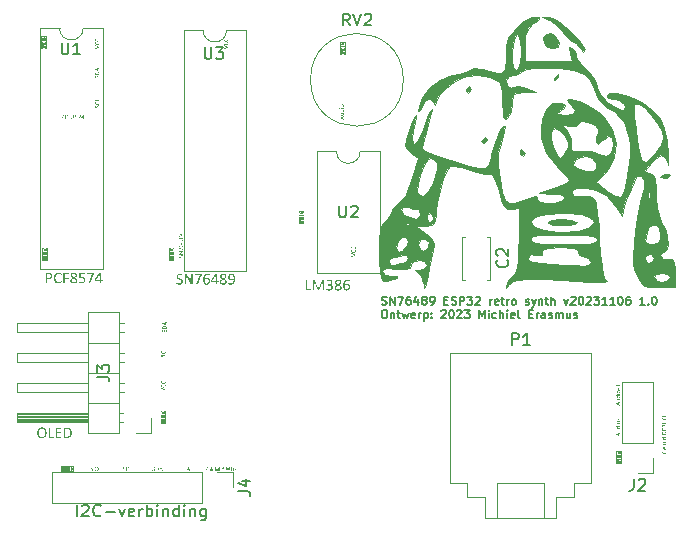
<source format=gbr>
G04 #@! TF.GenerationSoftware,KiCad,Pcbnew,7.0.6*
G04 #@! TF.CreationDate,2024-01-05T11:00:05+01:00*
G04 #@! TF.ProjectId,SN76849 Arduino nano shield,534e3736-3834-4392-9041-726475696e6f,20180905 0.7.06*
G04 #@! TF.SameCoordinates,Original*
G04 #@! TF.FileFunction,Legend,Top*
G04 #@! TF.FilePolarity,Positive*
%FSLAX46Y46*%
G04 Gerber Fmt 4.6, Leading zero omitted, Abs format (unit mm)*
G04 Created by KiCad (PCBNEW 7.0.6) date 2024-01-05 11:00:05*
%MOMM*%
%LPD*%
G01*
G04 APERTURE LIST*
%ADD10C,0.175000*%
%ADD11C,0.100000*%
%ADD12C,0.150000*%
%ADD13C,0.010000*%
%ADD14C,0.120000*%
G04 APERTURE END LIST*
D10*
X58948464Y-45617900D02*
X59048464Y-45651233D01*
X59048464Y-45651233D02*
X59215131Y-45651233D01*
X59215131Y-45651233D02*
X59281797Y-45617900D01*
X59281797Y-45617900D02*
X59315131Y-45584566D01*
X59315131Y-45584566D02*
X59348464Y-45517900D01*
X59348464Y-45517900D02*
X59348464Y-45451233D01*
X59348464Y-45451233D02*
X59315131Y-45384566D01*
X59315131Y-45384566D02*
X59281797Y-45351233D01*
X59281797Y-45351233D02*
X59215131Y-45317900D01*
X59215131Y-45317900D02*
X59081797Y-45284566D01*
X59081797Y-45284566D02*
X59015131Y-45251233D01*
X59015131Y-45251233D02*
X58981797Y-45217900D01*
X58981797Y-45217900D02*
X58948464Y-45151233D01*
X58948464Y-45151233D02*
X58948464Y-45084566D01*
X58948464Y-45084566D02*
X58981797Y-45017900D01*
X58981797Y-45017900D02*
X59015131Y-44984566D01*
X59015131Y-44984566D02*
X59081797Y-44951233D01*
X59081797Y-44951233D02*
X59248464Y-44951233D01*
X59248464Y-44951233D02*
X59348464Y-44984566D01*
X59648464Y-45651233D02*
X59648464Y-44951233D01*
X59648464Y-44951233D02*
X60048464Y-45651233D01*
X60048464Y-45651233D02*
X60048464Y-44951233D01*
X60315131Y-44951233D02*
X60781797Y-44951233D01*
X60781797Y-44951233D02*
X60481797Y-45651233D01*
X61348464Y-44951233D02*
X61215131Y-44951233D01*
X61215131Y-44951233D02*
X61148464Y-44984566D01*
X61148464Y-44984566D02*
X61115131Y-45017900D01*
X61115131Y-45017900D02*
X61048464Y-45117900D01*
X61048464Y-45117900D02*
X61015131Y-45251233D01*
X61015131Y-45251233D02*
X61015131Y-45517900D01*
X61015131Y-45517900D02*
X61048464Y-45584566D01*
X61048464Y-45584566D02*
X61081798Y-45617900D01*
X61081798Y-45617900D02*
X61148464Y-45651233D01*
X61148464Y-45651233D02*
X61281798Y-45651233D01*
X61281798Y-45651233D02*
X61348464Y-45617900D01*
X61348464Y-45617900D02*
X61381798Y-45584566D01*
X61381798Y-45584566D02*
X61415131Y-45517900D01*
X61415131Y-45517900D02*
X61415131Y-45351233D01*
X61415131Y-45351233D02*
X61381798Y-45284566D01*
X61381798Y-45284566D02*
X61348464Y-45251233D01*
X61348464Y-45251233D02*
X61281798Y-45217900D01*
X61281798Y-45217900D02*
X61148464Y-45217900D01*
X61148464Y-45217900D02*
X61081798Y-45251233D01*
X61081798Y-45251233D02*
X61048464Y-45284566D01*
X61048464Y-45284566D02*
X61015131Y-45351233D01*
X62015131Y-45184566D02*
X62015131Y-45651233D01*
X61848465Y-44917900D02*
X61681798Y-45417900D01*
X61681798Y-45417900D02*
X62115131Y-45417900D01*
X62481798Y-45251233D02*
X62415132Y-45217900D01*
X62415132Y-45217900D02*
X62381798Y-45184566D01*
X62381798Y-45184566D02*
X62348465Y-45117900D01*
X62348465Y-45117900D02*
X62348465Y-45084566D01*
X62348465Y-45084566D02*
X62381798Y-45017900D01*
X62381798Y-45017900D02*
X62415132Y-44984566D01*
X62415132Y-44984566D02*
X62481798Y-44951233D01*
X62481798Y-44951233D02*
X62615132Y-44951233D01*
X62615132Y-44951233D02*
X62681798Y-44984566D01*
X62681798Y-44984566D02*
X62715132Y-45017900D01*
X62715132Y-45017900D02*
X62748465Y-45084566D01*
X62748465Y-45084566D02*
X62748465Y-45117900D01*
X62748465Y-45117900D02*
X62715132Y-45184566D01*
X62715132Y-45184566D02*
X62681798Y-45217900D01*
X62681798Y-45217900D02*
X62615132Y-45251233D01*
X62615132Y-45251233D02*
X62481798Y-45251233D01*
X62481798Y-45251233D02*
X62415132Y-45284566D01*
X62415132Y-45284566D02*
X62381798Y-45317900D01*
X62381798Y-45317900D02*
X62348465Y-45384566D01*
X62348465Y-45384566D02*
X62348465Y-45517900D01*
X62348465Y-45517900D02*
X62381798Y-45584566D01*
X62381798Y-45584566D02*
X62415132Y-45617900D01*
X62415132Y-45617900D02*
X62481798Y-45651233D01*
X62481798Y-45651233D02*
X62615132Y-45651233D01*
X62615132Y-45651233D02*
X62681798Y-45617900D01*
X62681798Y-45617900D02*
X62715132Y-45584566D01*
X62715132Y-45584566D02*
X62748465Y-45517900D01*
X62748465Y-45517900D02*
X62748465Y-45384566D01*
X62748465Y-45384566D02*
X62715132Y-45317900D01*
X62715132Y-45317900D02*
X62681798Y-45284566D01*
X62681798Y-45284566D02*
X62615132Y-45251233D01*
X63081799Y-45651233D02*
X63215132Y-45651233D01*
X63215132Y-45651233D02*
X63281799Y-45617900D01*
X63281799Y-45617900D02*
X63315132Y-45584566D01*
X63315132Y-45584566D02*
X63381799Y-45484566D01*
X63381799Y-45484566D02*
X63415132Y-45351233D01*
X63415132Y-45351233D02*
X63415132Y-45084566D01*
X63415132Y-45084566D02*
X63381799Y-45017900D01*
X63381799Y-45017900D02*
X63348465Y-44984566D01*
X63348465Y-44984566D02*
X63281799Y-44951233D01*
X63281799Y-44951233D02*
X63148465Y-44951233D01*
X63148465Y-44951233D02*
X63081799Y-44984566D01*
X63081799Y-44984566D02*
X63048465Y-45017900D01*
X63048465Y-45017900D02*
X63015132Y-45084566D01*
X63015132Y-45084566D02*
X63015132Y-45251233D01*
X63015132Y-45251233D02*
X63048465Y-45317900D01*
X63048465Y-45317900D02*
X63081799Y-45351233D01*
X63081799Y-45351233D02*
X63148465Y-45384566D01*
X63148465Y-45384566D02*
X63281799Y-45384566D01*
X63281799Y-45384566D02*
X63348465Y-45351233D01*
X63348465Y-45351233D02*
X63381799Y-45317900D01*
X63381799Y-45317900D02*
X63415132Y-45251233D01*
X64248465Y-45284566D02*
X64481799Y-45284566D01*
X64581799Y-45651233D02*
X64248465Y-45651233D01*
X64248465Y-45651233D02*
X64248465Y-44951233D01*
X64248465Y-44951233D02*
X64581799Y-44951233D01*
X64848465Y-45617900D02*
X64948465Y-45651233D01*
X64948465Y-45651233D02*
X65115132Y-45651233D01*
X65115132Y-45651233D02*
X65181798Y-45617900D01*
X65181798Y-45617900D02*
X65215132Y-45584566D01*
X65215132Y-45584566D02*
X65248465Y-45517900D01*
X65248465Y-45517900D02*
X65248465Y-45451233D01*
X65248465Y-45451233D02*
X65215132Y-45384566D01*
X65215132Y-45384566D02*
X65181798Y-45351233D01*
X65181798Y-45351233D02*
X65115132Y-45317900D01*
X65115132Y-45317900D02*
X64981798Y-45284566D01*
X64981798Y-45284566D02*
X64915132Y-45251233D01*
X64915132Y-45251233D02*
X64881798Y-45217900D01*
X64881798Y-45217900D02*
X64848465Y-45151233D01*
X64848465Y-45151233D02*
X64848465Y-45084566D01*
X64848465Y-45084566D02*
X64881798Y-45017900D01*
X64881798Y-45017900D02*
X64915132Y-44984566D01*
X64915132Y-44984566D02*
X64981798Y-44951233D01*
X64981798Y-44951233D02*
X65148465Y-44951233D01*
X65148465Y-44951233D02*
X65248465Y-44984566D01*
X65548465Y-45651233D02*
X65548465Y-44951233D01*
X65548465Y-44951233D02*
X65815132Y-44951233D01*
X65815132Y-44951233D02*
X65881799Y-44984566D01*
X65881799Y-44984566D02*
X65915132Y-45017900D01*
X65915132Y-45017900D02*
X65948465Y-45084566D01*
X65948465Y-45084566D02*
X65948465Y-45184566D01*
X65948465Y-45184566D02*
X65915132Y-45251233D01*
X65915132Y-45251233D02*
X65881799Y-45284566D01*
X65881799Y-45284566D02*
X65815132Y-45317900D01*
X65815132Y-45317900D02*
X65548465Y-45317900D01*
X66181799Y-44951233D02*
X66615132Y-44951233D01*
X66615132Y-44951233D02*
X66381799Y-45217900D01*
X66381799Y-45217900D02*
X66481799Y-45217900D01*
X66481799Y-45217900D02*
X66548465Y-45251233D01*
X66548465Y-45251233D02*
X66581799Y-45284566D01*
X66581799Y-45284566D02*
X66615132Y-45351233D01*
X66615132Y-45351233D02*
X66615132Y-45517900D01*
X66615132Y-45517900D02*
X66581799Y-45584566D01*
X66581799Y-45584566D02*
X66548465Y-45617900D01*
X66548465Y-45617900D02*
X66481799Y-45651233D01*
X66481799Y-45651233D02*
X66281799Y-45651233D01*
X66281799Y-45651233D02*
X66215132Y-45617900D01*
X66215132Y-45617900D02*
X66181799Y-45584566D01*
X66881799Y-45017900D02*
X66915132Y-44984566D01*
X66915132Y-44984566D02*
X66981799Y-44951233D01*
X66981799Y-44951233D02*
X67148466Y-44951233D01*
X67148466Y-44951233D02*
X67215132Y-44984566D01*
X67215132Y-44984566D02*
X67248466Y-45017900D01*
X67248466Y-45017900D02*
X67281799Y-45084566D01*
X67281799Y-45084566D02*
X67281799Y-45151233D01*
X67281799Y-45151233D02*
X67248466Y-45251233D01*
X67248466Y-45251233D02*
X66848466Y-45651233D01*
X66848466Y-45651233D02*
X67281799Y-45651233D01*
X68115132Y-45651233D02*
X68115132Y-45184566D01*
X68115132Y-45317900D02*
X68148466Y-45251233D01*
X68148466Y-45251233D02*
X68181799Y-45217900D01*
X68181799Y-45217900D02*
X68248466Y-45184566D01*
X68248466Y-45184566D02*
X68315132Y-45184566D01*
X68815132Y-45617900D02*
X68748465Y-45651233D01*
X68748465Y-45651233D02*
X68615132Y-45651233D01*
X68615132Y-45651233D02*
X68548465Y-45617900D01*
X68548465Y-45617900D02*
X68515132Y-45551233D01*
X68515132Y-45551233D02*
X68515132Y-45284566D01*
X68515132Y-45284566D02*
X68548465Y-45217900D01*
X68548465Y-45217900D02*
X68615132Y-45184566D01*
X68615132Y-45184566D02*
X68748465Y-45184566D01*
X68748465Y-45184566D02*
X68815132Y-45217900D01*
X68815132Y-45217900D02*
X68848465Y-45284566D01*
X68848465Y-45284566D02*
X68848465Y-45351233D01*
X68848465Y-45351233D02*
X68515132Y-45417900D01*
X69048465Y-45184566D02*
X69315132Y-45184566D01*
X69148465Y-44951233D02*
X69148465Y-45551233D01*
X69148465Y-45551233D02*
X69181799Y-45617900D01*
X69181799Y-45617900D02*
X69248465Y-45651233D01*
X69248465Y-45651233D02*
X69315132Y-45651233D01*
X69548465Y-45651233D02*
X69548465Y-45184566D01*
X69548465Y-45317900D02*
X69581799Y-45251233D01*
X69581799Y-45251233D02*
X69615132Y-45217900D01*
X69615132Y-45217900D02*
X69681799Y-45184566D01*
X69681799Y-45184566D02*
X69748465Y-45184566D01*
X70081798Y-45651233D02*
X70015132Y-45617900D01*
X70015132Y-45617900D02*
X69981798Y-45584566D01*
X69981798Y-45584566D02*
X69948465Y-45517900D01*
X69948465Y-45517900D02*
X69948465Y-45317900D01*
X69948465Y-45317900D02*
X69981798Y-45251233D01*
X69981798Y-45251233D02*
X70015132Y-45217900D01*
X70015132Y-45217900D02*
X70081798Y-45184566D01*
X70081798Y-45184566D02*
X70181798Y-45184566D01*
X70181798Y-45184566D02*
X70248465Y-45217900D01*
X70248465Y-45217900D02*
X70281798Y-45251233D01*
X70281798Y-45251233D02*
X70315132Y-45317900D01*
X70315132Y-45317900D02*
X70315132Y-45517900D01*
X70315132Y-45517900D02*
X70281798Y-45584566D01*
X70281798Y-45584566D02*
X70248465Y-45617900D01*
X70248465Y-45617900D02*
X70181798Y-45651233D01*
X70181798Y-45651233D02*
X70081798Y-45651233D01*
X71115131Y-45617900D02*
X71181798Y-45651233D01*
X71181798Y-45651233D02*
X71315131Y-45651233D01*
X71315131Y-45651233D02*
X71381798Y-45617900D01*
X71381798Y-45617900D02*
X71415131Y-45551233D01*
X71415131Y-45551233D02*
X71415131Y-45517900D01*
X71415131Y-45517900D02*
X71381798Y-45451233D01*
X71381798Y-45451233D02*
X71315131Y-45417900D01*
X71315131Y-45417900D02*
X71215131Y-45417900D01*
X71215131Y-45417900D02*
X71148464Y-45384566D01*
X71148464Y-45384566D02*
X71115131Y-45317900D01*
X71115131Y-45317900D02*
X71115131Y-45284566D01*
X71115131Y-45284566D02*
X71148464Y-45217900D01*
X71148464Y-45217900D02*
X71215131Y-45184566D01*
X71215131Y-45184566D02*
X71315131Y-45184566D01*
X71315131Y-45184566D02*
X71381798Y-45217900D01*
X71648465Y-45184566D02*
X71815131Y-45651233D01*
X71981798Y-45184566D02*
X71815131Y-45651233D01*
X71815131Y-45651233D02*
X71748465Y-45817900D01*
X71748465Y-45817900D02*
X71715131Y-45851233D01*
X71715131Y-45851233D02*
X71648465Y-45884566D01*
X72248464Y-45184566D02*
X72248464Y-45651233D01*
X72248464Y-45251233D02*
X72281798Y-45217900D01*
X72281798Y-45217900D02*
X72348464Y-45184566D01*
X72348464Y-45184566D02*
X72448464Y-45184566D01*
X72448464Y-45184566D02*
X72515131Y-45217900D01*
X72515131Y-45217900D02*
X72548464Y-45284566D01*
X72548464Y-45284566D02*
X72548464Y-45651233D01*
X72781797Y-45184566D02*
X73048464Y-45184566D01*
X72881797Y-44951233D02*
X72881797Y-45551233D01*
X72881797Y-45551233D02*
X72915131Y-45617900D01*
X72915131Y-45617900D02*
X72981797Y-45651233D01*
X72981797Y-45651233D02*
X73048464Y-45651233D01*
X73281797Y-45651233D02*
X73281797Y-44951233D01*
X73581797Y-45651233D02*
X73581797Y-45284566D01*
X73581797Y-45284566D02*
X73548464Y-45217900D01*
X73548464Y-45217900D02*
X73481797Y-45184566D01*
X73481797Y-45184566D02*
X73381797Y-45184566D01*
X73381797Y-45184566D02*
X73315131Y-45217900D01*
X73315131Y-45217900D02*
X73281797Y-45251233D01*
X74381797Y-45184566D02*
X74548463Y-45651233D01*
X74548463Y-45651233D02*
X74715130Y-45184566D01*
X74948463Y-45017900D02*
X74981796Y-44984566D01*
X74981796Y-44984566D02*
X75048463Y-44951233D01*
X75048463Y-44951233D02*
X75215130Y-44951233D01*
X75215130Y-44951233D02*
X75281796Y-44984566D01*
X75281796Y-44984566D02*
X75315130Y-45017900D01*
X75315130Y-45017900D02*
X75348463Y-45084566D01*
X75348463Y-45084566D02*
X75348463Y-45151233D01*
X75348463Y-45151233D02*
X75315130Y-45251233D01*
X75315130Y-45251233D02*
X74915130Y-45651233D01*
X74915130Y-45651233D02*
X75348463Y-45651233D01*
X75781797Y-44951233D02*
X75848463Y-44951233D01*
X75848463Y-44951233D02*
X75915130Y-44984566D01*
X75915130Y-44984566D02*
X75948463Y-45017900D01*
X75948463Y-45017900D02*
X75981797Y-45084566D01*
X75981797Y-45084566D02*
X76015130Y-45217900D01*
X76015130Y-45217900D02*
X76015130Y-45384566D01*
X76015130Y-45384566D02*
X75981797Y-45517900D01*
X75981797Y-45517900D02*
X75948463Y-45584566D01*
X75948463Y-45584566D02*
X75915130Y-45617900D01*
X75915130Y-45617900D02*
X75848463Y-45651233D01*
X75848463Y-45651233D02*
X75781797Y-45651233D01*
X75781797Y-45651233D02*
X75715130Y-45617900D01*
X75715130Y-45617900D02*
X75681797Y-45584566D01*
X75681797Y-45584566D02*
X75648463Y-45517900D01*
X75648463Y-45517900D02*
X75615130Y-45384566D01*
X75615130Y-45384566D02*
X75615130Y-45217900D01*
X75615130Y-45217900D02*
X75648463Y-45084566D01*
X75648463Y-45084566D02*
X75681797Y-45017900D01*
X75681797Y-45017900D02*
X75715130Y-44984566D01*
X75715130Y-44984566D02*
X75781797Y-44951233D01*
X76281797Y-45017900D02*
X76315130Y-44984566D01*
X76315130Y-44984566D02*
X76381797Y-44951233D01*
X76381797Y-44951233D02*
X76548464Y-44951233D01*
X76548464Y-44951233D02*
X76615130Y-44984566D01*
X76615130Y-44984566D02*
X76648464Y-45017900D01*
X76648464Y-45017900D02*
X76681797Y-45084566D01*
X76681797Y-45084566D02*
X76681797Y-45151233D01*
X76681797Y-45151233D02*
X76648464Y-45251233D01*
X76648464Y-45251233D02*
X76248464Y-45651233D01*
X76248464Y-45651233D02*
X76681797Y-45651233D01*
X76915131Y-44951233D02*
X77348464Y-44951233D01*
X77348464Y-44951233D02*
X77115131Y-45217900D01*
X77115131Y-45217900D02*
X77215131Y-45217900D01*
X77215131Y-45217900D02*
X77281797Y-45251233D01*
X77281797Y-45251233D02*
X77315131Y-45284566D01*
X77315131Y-45284566D02*
X77348464Y-45351233D01*
X77348464Y-45351233D02*
X77348464Y-45517900D01*
X77348464Y-45517900D02*
X77315131Y-45584566D01*
X77315131Y-45584566D02*
X77281797Y-45617900D01*
X77281797Y-45617900D02*
X77215131Y-45651233D01*
X77215131Y-45651233D02*
X77015131Y-45651233D01*
X77015131Y-45651233D02*
X76948464Y-45617900D01*
X76948464Y-45617900D02*
X76915131Y-45584566D01*
X78015131Y-45651233D02*
X77615131Y-45651233D01*
X77815131Y-45651233D02*
X77815131Y-44951233D01*
X77815131Y-44951233D02*
X77748464Y-45051233D01*
X77748464Y-45051233D02*
X77681798Y-45117900D01*
X77681798Y-45117900D02*
X77615131Y-45151233D01*
X78681798Y-45651233D02*
X78281798Y-45651233D01*
X78481798Y-45651233D02*
X78481798Y-44951233D01*
X78481798Y-44951233D02*
X78415131Y-45051233D01*
X78415131Y-45051233D02*
X78348465Y-45117900D01*
X78348465Y-45117900D02*
X78281798Y-45151233D01*
X79115132Y-44951233D02*
X79181798Y-44951233D01*
X79181798Y-44951233D02*
X79248465Y-44984566D01*
X79248465Y-44984566D02*
X79281798Y-45017900D01*
X79281798Y-45017900D02*
X79315132Y-45084566D01*
X79315132Y-45084566D02*
X79348465Y-45217900D01*
X79348465Y-45217900D02*
X79348465Y-45384566D01*
X79348465Y-45384566D02*
X79315132Y-45517900D01*
X79315132Y-45517900D02*
X79281798Y-45584566D01*
X79281798Y-45584566D02*
X79248465Y-45617900D01*
X79248465Y-45617900D02*
X79181798Y-45651233D01*
X79181798Y-45651233D02*
X79115132Y-45651233D01*
X79115132Y-45651233D02*
X79048465Y-45617900D01*
X79048465Y-45617900D02*
X79015132Y-45584566D01*
X79015132Y-45584566D02*
X78981798Y-45517900D01*
X78981798Y-45517900D02*
X78948465Y-45384566D01*
X78948465Y-45384566D02*
X78948465Y-45217900D01*
X78948465Y-45217900D02*
X78981798Y-45084566D01*
X78981798Y-45084566D02*
X79015132Y-45017900D01*
X79015132Y-45017900D02*
X79048465Y-44984566D01*
X79048465Y-44984566D02*
X79115132Y-44951233D01*
X79948465Y-44951233D02*
X79815132Y-44951233D01*
X79815132Y-44951233D02*
X79748465Y-44984566D01*
X79748465Y-44984566D02*
X79715132Y-45017900D01*
X79715132Y-45017900D02*
X79648465Y-45117900D01*
X79648465Y-45117900D02*
X79615132Y-45251233D01*
X79615132Y-45251233D02*
X79615132Y-45517900D01*
X79615132Y-45517900D02*
X79648465Y-45584566D01*
X79648465Y-45584566D02*
X79681799Y-45617900D01*
X79681799Y-45617900D02*
X79748465Y-45651233D01*
X79748465Y-45651233D02*
X79881799Y-45651233D01*
X79881799Y-45651233D02*
X79948465Y-45617900D01*
X79948465Y-45617900D02*
X79981799Y-45584566D01*
X79981799Y-45584566D02*
X80015132Y-45517900D01*
X80015132Y-45517900D02*
X80015132Y-45351233D01*
X80015132Y-45351233D02*
X79981799Y-45284566D01*
X79981799Y-45284566D02*
X79948465Y-45251233D01*
X79948465Y-45251233D02*
X79881799Y-45217900D01*
X79881799Y-45217900D02*
X79748465Y-45217900D01*
X79748465Y-45217900D02*
X79681799Y-45251233D01*
X79681799Y-45251233D02*
X79648465Y-45284566D01*
X79648465Y-45284566D02*
X79615132Y-45351233D01*
X81215132Y-45651233D02*
X80815132Y-45651233D01*
X81015132Y-45651233D02*
X81015132Y-44951233D01*
X81015132Y-44951233D02*
X80948465Y-45051233D01*
X80948465Y-45051233D02*
X80881799Y-45117900D01*
X80881799Y-45117900D02*
X80815132Y-45151233D01*
X81515132Y-45584566D02*
X81548466Y-45617900D01*
X81548466Y-45617900D02*
X81515132Y-45651233D01*
X81515132Y-45651233D02*
X81481799Y-45617900D01*
X81481799Y-45617900D02*
X81515132Y-45584566D01*
X81515132Y-45584566D02*
X81515132Y-45651233D01*
X81981799Y-44951233D02*
X82048465Y-44951233D01*
X82048465Y-44951233D02*
X82115132Y-44984566D01*
X82115132Y-44984566D02*
X82148465Y-45017900D01*
X82148465Y-45017900D02*
X82181799Y-45084566D01*
X82181799Y-45084566D02*
X82215132Y-45217900D01*
X82215132Y-45217900D02*
X82215132Y-45384566D01*
X82215132Y-45384566D02*
X82181799Y-45517900D01*
X82181799Y-45517900D02*
X82148465Y-45584566D01*
X82148465Y-45584566D02*
X82115132Y-45617900D01*
X82115132Y-45617900D02*
X82048465Y-45651233D01*
X82048465Y-45651233D02*
X81981799Y-45651233D01*
X81981799Y-45651233D02*
X81915132Y-45617900D01*
X81915132Y-45617900D02*
X81881799Y-45584566D01*
X81881799Y-45584566D02*
X81848465Y-45517900D01*
X81848465Y-45517900D02*
X81815132Y-45384566D01*
X81815132Y-45384566D02*
X81815132Y-45217900D01*
X81815132Y-45217900D02*
X81848465Y-45084566D01*
X81848465Y-45084566D02*
X81881799Y-45017900D01*
X81881799Y-45017900D02*
X81915132Y-44984566D01*
X81915132Y-44984566D02*
X81981799Y-44951233D01*
X59115131Y-46078233D02*
X59248464Y-46078233D01*
X59248464Y-46078233D02*
X59315131Y-46111566D01*
X59315131Y-46111566D02*
X59381797Y-46178233D01*
X59381797Y-46178233D02*
X59415131Y-46311566D01*
X59415131Y-46311566D02*
X59415131Y-46544900D01*
X59415131Y-46544900D02*
X59381797Y-46678233D01*
X59381797Y-46678233D02*
X59315131Y-46744900D01*
X59315131Y-46744900D02*
X59248464Y-46778233D01*
X59248464Y-46778233D02*
X59115131Y-46778233D01*
X59115131Y-46778233D02*
X59048464Y-46744900D01*
X59048464Y-46744900D02*
X58981797Y-46678233D01*
X58981797Y-46678233D02*
X58948464Y-46544900D01*
X58948464Y-46544900D02*
X58948464Y-46311566D01*
X58948464Y-46311566D02*
X58981797Y-46178233D01*
X58981797Y-46178233D02*
X59048464Y-46111566D01*
X59048464Y-46111566D02*
X59115131Y-46078233D01*
X59715130Y-46311566D02*
X59715130Y-46778233D01*
X59715130Y-46378233D02*
X59748464Y-46344900D01*
X59748464Y-46344900D02*
X59815130Y-46311566D01*
X59815130Y-46311566D02*
X59915130Y-46311566D01*
X59915130Y-46311566D02*
X59981797Y-46344900D01*
X59981797Y-46344900D02*
X60015130Y-46411566D01*
X60015130Y-46411566D02*
X60015130Y-46778233D01*
X60248463Y-46311566D02*
X60515130Y-46311566D01*
X60348463Y-46078233D02*
X60348463Y-46678233D01*
X60348463Y-46678233D02*
X60381797Y-46744900D01*
X60381797Y-46744900D02*
X60448463Y-46778233D01*
X60448463Y-46778233D02*
X60515130Y-46778233D01*
X60681797Y-46311566D02*
X60815130Y-46778233D01*
X60815130Y-46778233D02*
X60948463Y-46444900D01*
X60948463Y-46444900D02*
X61081797Y-46778233D01*
X61081797Y-46778233D02*
X61215130Y-46311566D01*
X61748463Y-46744900D02*
X61681796Y-46778233D01*
X61681796Y-46778233D02*
X61548463Y-46778233D01*
X61548463Y-46778233D02*
X61481796Y-46744900D01*
X61481796Y-46744900D02*
X61448463Y-46678233D01*
X61448463Y-46678233D02*
X61448463Y-46411566D01*
X61448463Y-46411566D02*
X61481796Y-46344900D01*
X61481796Y-46344900D02*
X61548463Y-46311566D01*
X61548463Y-46311566D02*
X61681796Y-46311566D01*
X61681796Y-46311566D02*
X61748463Y-46344900D01*
X61748463Y-46344900D02*
X61781796Y-46411566D01*
X61781796Y-46411566D02*
X61781796Y-46478233D01*
X61781796Y-46478233D02*
X61448463Y-46544900D01*
X62081796Y-46778233D02*
X62081796Y-46311566D01*
X62081796Y-46444900D02*
X62115130Y-46378233D01*
X62115130Y-46378233D02*
X62148463Y-46344900D01*
X62148463Y-46344900D02*
X62215130Y-46311566D01*
X62215130Y-46311566D02*
X62281796Y-46311566D01*
X62515129Y-46311566D02*
X62515129Y-47011566D01*
X62515129Y-46344900D02*
X62581796Y-46311566D01*
X62581796Y-46311566D02*
X62715129Y-46311566D01*
X62715129Y-46311566D02*
X62781796Y-46344900D01*
X62781796Y-46344900D02*
X62815129Y-46378233D01*
X62815129Y-46378233D02*
X62848463Y-46444900D01*
X62848463Y-46444900D02*
X62848463Y-46644900D01*
X62848463Y-46644900D02*
X62815129Y-46711566D01*
X62815129Y-46711566D02*
X62781796Y-46744900D01*
X62781796Y-46744900D02*
X62715129Y-46778233D01*
X62715129Y-46778233D02*
X62581796Y-46778233D01*
X62581796Y-46778233D02*
X62515129Y-46744900D01*
X63148462Y-46711566D02*
X63181796Y-46744900D01*
X63181796Y-46744900D02*
X63148462Y-46778233D01*
X63148462Y-46778233D02*
X63115129Y-46744900D01*
X63115129Y-46744900D02*
X63148462Y-46711566D01*
X63148462Y-46711566D02*
X63148462Y-46778233D01*
X63148462Y-46344900D02*
X63181796Y-46378233D01*
X63181796Y-46378233D02*
X63148462Y-46411566D01*
X63148462Y-46411566D02*
X63115129Y-46378233D01*
X63115129Y-46378233D02*
X63148462Y-46344900D01*
X63148462Y-46344900D02*
X63148462Y-46411566D01*
X63981795Y-46144900D02*
X64015128Y-46111566D01*
X64015128Y-46111566D02*
X64081795Y-46078233D01*
X64081795Y-46078233D02*
X64248462Y-46078233D01*
X64248462Y-46078233D02*
X64315128Y-46111566D01*
X64315128Y-46111566D02*
X64348462Y-46144900D01*
X64348462Y-46144900D02*
X64381795Y-46211566D01*
X64381795Y-46211566D02*
X64381795Y-46278233D01*
X64381795Y-46278233D02*
X64348462Y-46378233D01*
X64348462Y-46378233D02*
X63948462Y-46778233D01*
X63948462Y-46778233D02*
X64381795Y-46778233D01*
X64815129Y-46078233D02*
X64881795Y-46078233D01*
X64881795Y-46078233D02*
X64948462Y-46111566D01*
X64948462Y-46111566D02*
X64981795Y-46144900D01*
X64981795Y-46144900D02*
X65015129Y-46211566D01*
X65015129Y-46211566D02*
X65048462Y-46344900D01*
X65048462Y-46344900D02*
X65048462Y-46511566D01*
X65048462Y-46511566D02*
X65015129Y-46644900D01*
X65015129Y-46644900D02*
X64981795Y-46711566D01*
X64981795Y-46711566D02*
X64948462Y-46744900D01*
X64948462Y-46744900D02*
X64881795Y-46778233D01*
X64881795Y-46778233D02*
X64815129Y-46778233D01*
X64815129Y-46778233D02*
X64748462Y-46744900D01*
X64748462Y-46744900D02*
X64715129Y-46711566D01*
X64715129Y-46711566D02*
X64681795Y-46644900D01*
X64681795Y-46644900D02*
X64648462Y-46511566D01*
X64648462Y-46511566D02*
X64648462Y-46344900D01*
X64648462Y-46344900D02*
X64681795Y-46211566D01*
X64681795Y-46211566D02*
X64715129Y-46144900D01*
X64715129Y-46144900D02*
X64748462Y-46111566D01*
X64748462Y-46111566D02*
X64815129Y-46078233D01*
X65315129Y-46144900D02*
X65348462Y-46111566D01*
X65348462Y-46111566D02*
X65415129Y-46078233D01*
X65415129Y-46078233D02*
X65581796Y-46078233D01*
X65581796Y-46078233D02*
X65648462Y-46111566D01*
X65648462Y-46111566D02*
X65681796Y-46144900D01*
X65681796Y-46144900D02*
X65715129Y-46211566D01*
X65715129Y-46211566D02*
X65715129Y-46278233D01*
X65715129Y-46278233D02*
X65681796Y-46378233D01*
X65681796Y-46378233D02*
X65281796Y-46778233D01*
X65281796Y-46778233D02*
X65715129Y-46778233D01*
X65948463Y-46078233D02*
X66381796Y-46078233D01*
X66381796Y-46078233D02*
X66148463Y-46344900D01*
X66148463Y-46344900D02*
X66248463Y-46344900D01*
X66248463Y-46344900D02*
X66315129Y-46378233D01*
X66315129Y-46378233D02*
X66348463Y-46411566D01*
X66348463Y-46411566D02*
X66381796Y-46478233D01*
X66381796Y-46478233D02*
X66381796Y-46644900D01*
X66381796Y-46644900D02*
X66348463Y-46711566D01*
X66348463Y-46711566D02*
X66315129Y-46744900D01*
X66315129Y-46744900D02*
X66248463Y-46778233D01*
X66248463Y-46778233D02*
X66048463Y-46778233D01*
X66048463Y-46778233D02*
X65981796Y-46744900D01*
X65981796Y-46744900D02*
X65948463Y-46711566D01*
X67215129Y-46778233D02*
X67215129Y-46078233D01*
X67215129Y-46078233D02*
X67448463Y-46578233D01*
X67448463Y-46578233D02*
X67681796Y-46078233D01*
X67681796Y-46078233D02*
X67681796Y-46778233D01*
X68015129Y-46778233D02*
X68015129Y-46311566D01*
X68015129Y-46078233D02*
X67981796Y-46111566D01*
X67981796Y-46111566D02*
X68015129Y-46144900D01*
X68015129Y-46144900D02*
X68048463Y-46111566D01*
X68048463Y-46111566D02*
X68015129Y-46078233D01*
X68015129Y-46078233D02*
X68015129Y-46144900D01*
X68648462Y-46744900D02*
X68581796Y-46778233D01*
X68581796Y-46778233D02*
X68448462Y-46778233D01*
X68448462Y-46778233D02*
X68381796Y-46744900D01*
X68381796Y-46744900D02*
X68348462Y-46711566D01*
X68348462Y-46711566D02*
X68315129Y-46644900D01*
X68315129Y-46644900D02*
X68315129Y-46444900D01*
X68315129Y-46444900D02*
X68348462Y-46378233D01*
X68348462Y-46378233D02*
X68381796Y-46344900D01*
X68381796Y-46344900D02*
X68448462Y-46311566D01*
X68448462Y-46311566D02*
X68581796Y-46311566D01*
X68581796Y-46311566D02*
X68648462Y-46344900D01*
X68948462Y-46778233D02*
X68948462Y-46078233D01*
X69248462Y-46778233D02*
X69248462Y-46411566D01*
X69248462Y-46411566D02*
X69215129Y-46344900D01*
X69215129Y-46344900D02*
X69148462Y-46311566D01*
X69148462Y-46311566D02*
X69048462Y-46311566D01*
X69048462Y-46311566D02*
X68981796Y-46344900D01*
X68981796Y-46344900D02*
X68948462Y-46378233D01*
X69581795Y-46778233D02*
X69581795Y-46311566D01*
X69581795Y-46078233D02*
X69548462Y-46111566D01*
X69548462Y-46111566D02*
X69581795Y-46144900D01*
X69581795Y-46144900D02*
X69615129Y-46111566D01*
X69615129Y-46111566D02*
X69581795Y-46078233D01*
X69581795Y-46078233D02*
X69581795Y-46144900D01*
X70181795Y-46744900D02*
X70115128Y-46778233D01*
X70115128Y-46778233D02*
X69981795Y-46778233D01*
X69981795Y-46778233D02*
X69915128Y-46744900D01*
X69915128Y-46744900D02*
X69881795Y-46678233D01*
X69881795Y-46678233D02*
X69881795Y-46411566D01*
X69881795Y-46411566D02*
X69915128Y-46344900D01*
X69915128Y-46344900D02*
X69981795Y-46311566D01*
X69981795Y-46311566D02*
X70115128Y-46311566D01*
X70115128Y-46311566D02*
X70181795Y-46344900D01*
X70181795Y-46344900D02*
X70215128Y-46411566D01*
X70215128Y-46411566D02*
X70215128Y-46478233D01*
X70215128Y-46478233D02*
X69881795Y-46544900D01*
X70615128Y-46778233D02*
X70548462Y-46744900D01*
X70548462Y-46744900D02*
X70515128Y-46678233D01*
X70515128Y-46678233D02*
X70515128Y-46078233D01*
X71415128Y-46411566D02*
X71648462Y-46411566D01*
X71748462Y-46778233D02*
X71415128Y-46778233D01*
X71415128Y-46778233D02*
X71415128Y-46078233D01*
X71415128Y-46078233D02*
X71748462Y-46078233D01*
X72048461Y-46778233D02*
X72048461Y-46311566D01*
X72048461Y-46444900D02*
X72081795Y-46378233D01*
X72081795Y-46378233D02*
X72115128Y-46344900D01*
X72115128Y-46344900D02*
X72181795Y-46311566D01*
X72181795Y-46311566D02*
X72248461Y-46311566D01*
X72781794Y-46778233D02*
X72781794Y-46411566D01*
X72781794Y-46411566D02*
X72748461Y-46344900D01*
X72748461Y-46344900D02*
X72681794Y-46311566D01*
X72681794Y-46311566D02*
X72548461Y-46311566D01*
X72548461Y-46311566D02*
X72481794Y-46344900D01*
X72781794Y-46744900D02*
X72715128Y-46778233D01*
X72715128Y-46778233D02*
X72548461Y-46778233D01*
X72548461Y-46778233D02*
X72481794Y-46744900D01*
X72481794Y-46744900D02*
X72448461Y-46678233D01*
X72448461Y-46678233D02*
X72448461Y-46611566D01*
X72448461Y-46611566D02*
X72481794Y-46544900D01*
X72481794Y-46544900D02*
X72548461Y-46511566D01*
X72548461Y-46511566D02*
X72715128Y-46511566D01*
X72715128Y-46511566D02*
X72781794Y-46478233D01*
X73081794Y-46744900D02*
X73148461Y-46778233D01*
X73148461Y-46778233D02*
X73281794Y-46778233D01*
X73281794Y-46778233D02*
X73348461Y-46744900D01*
X73348461Y-46744900D02*
X73381794Y-46678233D01*
X73381794Y-46678233D02*
X73381794Y-46644900D01*
X73381794Y-46644900D02*
X73348461Y-46578233D01*
X73348461Y-46578233D02*
X73281794Y-46544900D01*
X73281794Y-46544900D02*
X73181794Y-46544900D01*
X73181794Y-46544900D02*
X73115127Y-46511566D01*
X73115127Y-46511566D02*
X73081794Y-46444900D01*
X73081794Y-46444900D02*
X73081794Y-46411566D01*
X73081794Y-46411566D02*
X73115127Y-46344900D01*
X73115127Y-46344900D02*
X73181794Y-46311566D01*
X73181794Y-46311566D02*
X73281794Y-46311566D01*
X73281794Y-46311566D02*
X73348461Y-46344900D01*
X73681794Y-46778233D02*
X73681794Y-46311566D01*
X73681794Y-46378233D02*
X73715128Y-46344900D01*
X73715128Y-46344900D02*
X73781794Y-46311566D01*
X73781794Y-46311566D02*
X73881794Y-46311566D01*
X73881794Y-46311566D02*
X73948461Y-46344900D01*
X73948461Y-46344900D02*
X73981794Y-46411566D01*
X73981794Y-46411566D02*
X73981794Y-46778233D01*
X73981794Y-46411566D02*
X74015128Y-46344900D01*
X74015128Y-46344900D02*
X74081794Y-46311566D01*
X74081794Y-46311566D02*
X74181794Y-46311566D01*
X74181794Y-46311566D02*
X74248461Y-46344900D01*
X74248461Y-46344900D02*
X74281794Y-46411566D01*
X74281794Y-46411566D02*
X74281794Y-46778233D01*
X74915127Y-46311566D02*
X74915127Y-46778233D01*
X74615127Y-46311566D02*
X74615127Y-46678233D01*
X74615127Y-46678233D02*
X74648461Y-46744900D01*
X74648461Y-46744900D02*
X74715127Y-46778233D01*
X74715127Y-46778233D02*
X74815127Y-46778233D01*
X74815127Y-46778233D02*
X74881794Y-46744900D01*
X74881794Y-46744900D02*
X74915127Y-46711566D01*
X75215127Y-46744900D02*
X75281794Y-46778233D01*
X75281794Y-46778233D02*
X75415127Y-46778233D01*
X75415127Y-46778233D02*
X75481794Y-46744900D01*
X75481794Y-46744900D02*
X75515127Y-46678233D01*
X75515127Y-46678233D02*
X75515127Y-46644900D01*
X75515127Y-46644900D02*
X75481794Y-46578233D01*
X75481794Y-46578233D02*
X75415127Y-46544900D01*
X75415127Y-46544900D02*
X75315127Y-46544900D01*
X75315127Y-46544900D02*
X75248460Y-46511566D01*
X75248460Y-46511566D02*
X75215127Y-46444900D01*
X75215127Y-46444900D02*
X75215127Y-46411566D01*
X75215127Y-46411566D02*
X75248460Y-46344900D01*
X75248460Y-46344900D02*
X75315127Y-46311566D01*
X75315127Y-46311566D02*
X75415127Y-46311566D01*
X75415127Y-46311566D02*
X75481794Y-46344900D01*
D11*
G36*
X79127370Y-56484938D02*
G01*
X79129069Y-56486294D01*
X79130825Y-56489880D01*
X79131511Y-56493524D01*
X79131809Y-56497815D01*
X79131952Y-56502125D01*
X79131998Y-56506054D01*
X79132000Y-56507103D01*
X79131975Y-56511140D01*
X79131889Y-56515169D01*
X79131700Y-56519360D01*
X79131609Y-56520683D01*
X79131155Y-56524661D01*
X79130241Y-56528401D01*
X79128266Y-56531785D01*
X79127701Y-56532309D01*
X79124196Y-56534286D01*
X79123598Y-56534556D01*
X79038210Y-56565038D01*
X79038210Y-56712854D01*
X79122523Y-56742065D01*
X79126158Y-56743801D01*
X79126724Y-56744214D01*
X79129259Y-56747275D01*
X79129752Y-56748220D01*
X79130938Y-56752110D01*
X79131511Y-56755645D01*
X79131809Y-56759648D01*
X79131952Y-56763613D01*
X79131999Y-56767671D01*
X79132000Y-56768150D01*
X79131945Y-56772377D01*
X79131758Y-56776549D01*
X79131398Y-56780498D01*
X79131316Y-56781144D01*
X79130493Y-56785028D01*
X79128775Y-56788374D01*
X79125304Y-56790179D01*
X79123207Y-56790327D01*
X79119233Y-56789694D01*
X79115342Y-56788537D01*
X79113535Y-56787885D01*
X78785761Y-56668695D01*
X78782162Y-56666903D01*
X78780681Y-56665764D01*
X78778410Y-56662561D01*
X78777652Y-56660586D01*
X78776675Y-56656629D01*
X78776141Y-56652446D01*
X78776089Y-56651793D01*
X78775811Y-56647752D01*
X78775658Y-56643478D01*
X78775610Y-56639776D01*
X78825621Y-56639776D01*
X79000695Y-56701032D01*
X79000695Y-56577445D01*
X78825621Y-56639483D01*
X78825621Y-56639776D01*
X78775610Y-56639776D01*
X78775602Y-56639142D01*
X78775600Y-56638115D01*
X78775631Y-56633908D01*
X78775738Y-56629628D01*
X78775948Y-56625434D01*
X78776089Y-56623558D01*
X78776492Y-56619551D01*
X78777240Y-56615675D01*
X78777652Y-56614277D01*
X78779273Y-56610605D01*
X78780778Y-56608806D01*
X78784107Y-56606535D01*
X78785956Y-56605778D01*
X79113828Y-56486489D01*
X79117659Y-56485199D01*
X79121503Y-56484328D01*
X79123500Y-56484145D01*
X79127370Y-56484938D01*
G37*
G36*
X79123500Y-56222121D02*
G01*
X79127212Y-56223098D01*
X79129702Y-56226304D01*
X79129850Y-56226615D01*
X79131050Y-56230494D01*
X79131511Y-56233063D01*
X79131862Y-56237135D01*
X79131992Y-56241323D01*
X79132000Y-56242735D01*
X79131942Y-56246824D01*
X79131725Y-56250942D01*
X79131511Y-56253091D01*
X79130697Y-56256993D01*
X79129850Y-56259344D01*
X79127394Y-56262452D01*
X79127212Y-56262568D01*
X79123500Y-56263349D01*
X79091064Y-56263349D01*
X79094090Y-56265997D01*
X79097012Y-56268640D01*
X79101200Y-56272596D01*
X79105154Y-56276542D01*
X79108875Y-56280478D01*
X79112362Y-56284403D01*
X79115616Y-56288318D01*
X79118636Y-56292222D01*
X79121423Y-56296117D01*
X79123976Y-56300001D01*
X79126296Y-56303875D01*
X79127017Y-56305163D01*
X79129025Y-56309033D01*
X79130835Y-56312911D01*
X79132448Y-56316798D01*
X79133863Y-56320693D01*
X79135081Y-56324597D01*
X79136102Y-56328509D01*
X79136925Y-56332430D01*
X79137550Y-56336359D01*
X79137978Y-56340298D01*
X79138208Y-56344244D01*
X79138252Y-56346880D01*
X79138180Y-56351446D01*
X79137964Y-56355874D01*
X79137603Y-56360165D01*
X79137098Y-56364319D01*
X79136449Y-56368335D01*
X79135656Y-56372214D01*
X79134373Y-56377172D01*
X79132835Y-56381886D01*
X79131039Y-56386356D01*
X79130046Y-56388499D01*
X79127878Y-56392624D01*
X79125527Y-56396547D01*
X79122993Y-56400269D01*
X79120276Y-56403789D01*
X79117375Y-56407107D01*
X79114292Y-56410225D01*
X79111025Y-56413140D01*
X79107575Y-56415854D01*
X79103938Y-56418376D01*
X79100156Y-56420715D01*
X79096232Y-56422870D01*
X79092163Y-56424842D01*
X79087952Y-56426632D01*
X79083597Y-56428237D01*
X79079098Y-56429660D01*
X79074456Y-56430900D01*
X79069592Y-56431953D01*
X79064479Y-56432866D01*
X79060479Y-56433458D01*
X79056338Y-56433972D01*
X79052057Y-56434406D01*
X79047635Y-56434762D01*
X79043072Y-56435038D01*
X79038368Y-56435236D01*
X79033524Y-56435354D01*
X79028538Y-56435394D01*
X78877889Y-56435394D01*
X78874274Y-56434417D01*
X78871763Y-56431361D01*
X78871441Y-56430704D01*
X78870243Y-56426870D01*
X78869780Y-56423572D01*
X78869527Y-56419630D01*
X78869414Y-56415714D01*
X78869390Y-56412533D01*
X78869436Y-56408286D01*
X78869591Y-56404234D01*
X78869780Y-56401591D01*
X78870391Y-56397634D01*
X78871441Y-56394556D01*
X78873699Y-56391302D01*
X78874274Y-56390844D01*
X78877987Y-56389769D01*
X79022481Y-56389769D01*
X79026490Y-56389742D01*
X79031597Y-56389620D01*
X79036432Y-56389400D01*
X79040995Y-56389082D01*
X79045287Y-56388667D01*
X79049307Y-56388154D01*
X79053950Y-56387376D01*
X79057359Y-56386643D01*
X79061357Y-56385557D01*
X79065169Y-56384313D01*
X79069498Y-56382613D01*
X79073559Y-56380686D01*
X79077352Y-56378533D01*
X79079732Y-56376971D01*
X79083064Y-56374433D01*
X79086102Y-56371654D01*
X79088844Y-56368635D01*
X79091290Y-56365375D01*
X79093442Y-56361876D01*
X79094093Y-56360655D01*
X79095820Y-56356805D01*
X79097189Y-56352728D01*
X79098201Y-56348425D01*
X79098856Y-56343894D01*
X79099129Y-56339946D01*
X79099173Y-56337501D01*
X79098976Y-56333253D01*
X79098386Y-56329008D01*
X79097401Y-56324766D01*
X79096023Y-56320526D01*
X79094250Y-56316290D01*
X79092084Y-56312057D01*
X79089524Y-56307827D01*
X79086570Y-56303600D01*
X79084103Y-56300413D01*
X79081429Y-56297190D01*
X79078546Y-56293931D01*
X79075456Y-56290636D01*
X79072158Y-56287304D01*
X79068652Y-56283937D01*
X79064938Y-56280533D01*
X79061016Y-56277094D01*
X79056887Y-56273618D01*
X79052550Y-56270107D01*
X79049543Y-56267745D01*
X78877889Y-56267745D01*
X78874177Y-56266769D01*
X78871681Y-56263553D01*
X78871441Y-56263056D01*
X78870243Y-56259291D01*
X78869780Y-56256120D01*
X78869527Y-56252208D01*
X78869414Y-56248243D01*
X78869390Y-56244982D01*
X78869428Y-56241049D01*
X78869574Y-56236909D01*
X78869780Y-56233942D01*
X78870391Y-56230034D01*
X78871441Y-56227103D01*
X78873724Y-56223817D01*
X78874177Y-56223391D01*
X78877889Y-56222121D01*
X79123500Y-56222121D01*
G37*
G36*
X79127303Y-55928774D02*
G01*
X79127408Y-55928834D01*
X79129886Y-55932011D01*
X79129948Y-55932156D01*
X79131106Y-55936072D01*
X79131511Y-55938311D01*
X79131862Y-55942269D01*
X79131992Y-55946325D01*
X79132000Y-55947690D01*
X79131931Y-55951752D01*
X79131677Y-55955831D01*
X79131511Y-55957362D01*
X79130759Y-55961215D01*
X79130046Y-55963614D01*
X79127890Y-55966998D01*
X79127603Y-55967229D01*
X79123891Y-55968304D01*
X79092921Y-55968304D01*
X79096850Y-55971964D01*
X79100614Y-55975653D01*
X79104214Y-55979371D01*
X79107648Y-55983119D01*
X79110918Y-55986895D01*
X79114023Y-55990701D01*
X79116963Y-55994536D01*
X79119739Y-55998401D01*
X79122349Y-56002294D01*
X79124794Y-56006217D01*
X79126333Y-56008848D01*
X79128463Y-56012822D01*
X79130384Y-56016866D01*
X79132095Y-56020980D01*
X79133596Y-56025165D01*
X79134888Y-56029420D01*
X79135971Y-56033746D01*
X79136844Y-56038142D01*
X79137507Y-56042609D01*
X79137961Y-56047145D01*
X79138206Y-56051753D01*
X79138252Y-56054863D01*
X79138159Y-56059886D01*
X79137878Y-56064770D01*
X79137410Y-56069515D01*
X79136755Y-56074120D01*
X79135912Y-56078587D01*
X79134883Y-56082914D01*
X79133666Y-56087103D01*
X79132262Y-56091152D01*
X79130671Y-56095062D01*
X79128893Y-56098833D01*
X79127603Y-56101270D01*
X79125523Y-56104814D01*
X79123312Y-56108229D01*
X79120971Y-56111516D01*
X79118499Y-56114674D01*
X79115897Y-56117703D01*
X79113164Y-56120603D01*
X79110300Y-56123375D01*
X79107307Y-56126017D01*
X79104182Y-56128531D01*
X79100927Y-56130916D01*
X79098685Y-56132435D01*
X79095203Y-56134614D01*
X79091611Y-56136681D01*
X79087906Y-56138637D01*
X79084090Y-56140481D01*
X79080162Y-56142214D01*
X79076122Y-56143835D01*
X79071971Y-56145344D01*
X79067709Y-56146741D01*
X79063334Y-56148027D01*
X79058848Y-56149202D01*
X79055796Y-56149923D01*
X79051156Y-56150900D01*
X79046471Y-56151782D01*
X79041739Y-56152567D01*
X79036960Y-56153257D01*
X79032135Y-56153850D01*
X79027264Y-56154347D01*
X79022346Y-56154747D01*
X79017382Y-56155052D01*
X79012372Y-56155260D01*
X79007315Y-56155372D01*
X79003919Y-56155394D01*
X78999901Y-56155367D01*
X78995933Y-56155287D01*
X78992015Y-56155153D01*
X78986231Y-56154853D01*
X78980558Y-56154432D01*
X78974997Y-56153891D01*
X78969548Y-56153230D01*
X78964210Y-56152449D01*
X78958984Y-56151547D01*
X78953869Y-56150525D01*
X78948867Y-56149383D01*
X78945593Y-56148555D01*
X78940788Y-56147198D01*
X78936116Y-56145727D01*
X78931578Y-56144143D01*
X78927174Y-56142446D01*
X78922905Y-56140635D01*
X78918769Y-56138711D01*
X78914767Y-56136674D01*
X78910899Y-56134523D01*
X78907165Y-56132259D01*
X78903565Y-56129882D01*
X78901239Y-56128234D01*
X78897870Y-56125649D01*
X78894650Y-56122951D01*
X78891580Y-56120140D01*
X78888659Y-56117216D01*
X78885887Y-56114178D01*
X78883265Y-56111026D01*
X78880793Y-56107762D01*
X78878469Y-56104384D01*
X78876295Y-56100892D01*
X78874271Y-56097288D01*
X78873004Y-56094822D01*
X78871241Y-56091031D01*
X78869651Y-56087131D01*
X78868234Y-56083124D01*
X78866991Y-56079008D01*
X78865922Y-56074785D01*
X78865026Y-56070453D01*
X78864303Y-56066012D01*
X78863754Y-56061464D01*
X78863378Y-56056808D01*
X78863176Y-56052043D01*
X78863137Y-56048806D01*
X78863218Y-56044898D01*
X78902216Y-56044898D01*
X78902347Y-56049163D01*
X78902741Y-56053264D01*
X78903397Y-56057199D01*
X78904587Y-56061886D01*
X78906187Y-56066316D01*
X78908197Y-56070488D01*
X78910618Y-56074403D01*
X78913344Y-56078051D01*
X78916333Y-56081484D01*
X78919584Y-56084703D01*
X78923097Y-56087706D01*
X78926873Y-56090496D01*
X78930911Y-56093070D01*
X78932600Y-56094040D01*
X78936076Y-56095857D01*
X78939664Y-56097545D01*
X78943366Y-56099105D01*
X78947181Y-56100537D01*
X78951109Y-56101840D01*
X78955149Y-56103016D01*
X78959303Y-56104063D01*
X78963570Y-56104982D01*
X78967902Y-56105783D01*
X78972252Y-56106478D01*
X78976621Y-56107066D01*
X78981009Y-56107547D01*
X78985414Y-56107921D01*
X78989838Y-56108188D01*
X78994280Y-56108348D01*
X78998741Y-56108401D01*
X79003467Y-56108357D01*
X79008168Y-56108224D01*
X79012846Y-56108003D01*
X79017498Y-56107693D01*
X79022127Y-56107295D01*
X79026731Y-56106808D01*
X79031310Y-56106232D01*
X79035866Y-56105568D01*
X79040323Y-56104770D01*
X79044658Y-56103840D01*
X79048871Y-56102779D01*
X79052963Y-56101587D01*
X79056931Y-56100264D01*
X79060778Y-56098809D01*
X79064503Y-56097223D01*
X79068106Y-56095505D01*
X79072366Y-56093162D01*
X79076354Y-56090590D01*
X79080071Y-56087789D01*
X79083516Y-56084759D01*
X79086689Y-56081500D01*
X79089589Y-56078012D01*
X79090674Y-56076552D01*
X79093122Y-56072710D01*
X79095156Y-56068572D01*
X79096774Y-56064139D01*
X79097978Y-56059409D01*
X79098642Y-56055413D01*
X79099040Y-56051227D01*
X79099173Y-56046852D01*
X79099056Y-56042915D01*
X79098637Y-56038506D01*
X79097911Y-56034195D01*
X79096881Y-56029982D01*
X79096731Y-56029462D01*
X79095253Y-56025237D01*
X79093620Y-56021499D01*
X79091668Y-56017725D01*
X79089399Y-56013913D01*
X79088329Y-56012267D01*
X79086007Y-56008943D01*
X79083438Y-56005563D01*
X79080621Y-56002128D01*
X79077558Y-55998639D01*
X79074816Y-55995689D01*
X79073088Y-55993900D01*
X79070052Y-55990852D01*
X79066807Y-55987750D01*
X79063351Y-55984597D01*
X79059685Y-55981391D01*
X79056602Y-55978788D01*
X79053384Y-55976152D01*
X79050032Y-55973482D01*
X78949892Y-55973482D01*
X78945629Y-55976933D01*
X78941561Y-55980361D01*
X78937686Y-55983768D01*
X78934006Y-55987152D01*
X78930519Y-55990513D01*
X78927227Y-55993853D01*
X78924128Y-55997170D01*
X78921224Y-56000464D01*
X78918514Y-56003737D01*
X78915998Y-56006987D01*
X78914428Y-56009141D01*
X78911566Y-56013440D01*
X78909085Y-56017787D01*
X78906986Y-56022184D01*
X78905269Y-56026629D01*
X78903933Y-56031123D01*
X78902979Y-56035666D01*
X78902407Y-56040258D01*
X78902216Y-56044898D01*
X78863218Y-56044898D01*
X78863221Y-56044772D01*
X78863474Y-56040803D01*
X78863894Y-56036900D01*
X78864717Y-56031797D01*
X78865839Y-56026810D01*
X78867260Y-56021939D01*
X78868981Y-56017183D01*
X78871000Y-56012544D01*
X78872711Y-56009141D01*
X78875247Y-56004630D01*
X78877335Y-56001257D01*
X78879583Y-55997893D01*
X78881990Y-55994537D01*
X78884557Y-55991189D01*
X78887284Y-55987851D01*
X78890170Y-55984520D01*
X78893217Y-55981199D01*
X78896423Y-55977886D01*
X78899788Y-55974581D01*
X78900946Y-55973482D01*
X78759285Y-55973482D01*
X78755572Y-55972505D01*
X78753107Y-55969290D01*
X78752935Y-55968792D01*
X78751878Y-55965027D01*
X78751274Y-55961856D01*
X78750806Y-55957646D01*
X78750623Y-55953708D01*
X78750590Y-55950914D01*
X78750657Y-55946878D01*
X78750913Y-55942665D01*
X78751274Y-55939678D01*
X78752031Y-55935771D01*
X78752935Y-55932840D01*
X78755140Y-55929553D01*
X78755670Y-55929127D01*
X78759383Y-55927857D01*
X79123500Y-55927857D01*
X79127303Y-55928774D01*
G37*
G36*
X79123500Y-55800167D02*
G01*
X79127212Y-55801242D01*
X79129628Y-55804393D01*
X79129850Y-55804856D01*
X79131003Y-55808673D01*
X79131511Y-55811695D01*
X79131827Y-55815670D01*
X79131969Y-55819664D01*
X79132000Y-55822930D01*
X79131952Y-55826863D01*
X79131769Y-55831003D01*
X79131511Y-55833970D01*
X79130803Y-55837927D01*
X79129850Y-55841004D01*
X79127574Y-55844253D01*
X79127212Y-55844521D01*
X79123500Y-55845498D01*
X78877889Y-55845498D01*
X78874372Y-55844521D01*
X78871843Y-55841467D01*
X78871637Y-55841004D01*
X78870486Y-55837252D01*
X78869976Y-55833970D01*
X78869596Y-55830027D01*
X78869426Y-55826112D01*
X78869390Y-55822930D01*
X78869447Y-55818895D01*
X78869667Y-55814681D01*
X78869976Y-55811695D01*
X78870635Y-55807787D01*
X78871637Y-55804856D01*
X78873867Y-55801613D01*
X78874372Y-55801242D01*
X78877889Y-55800167D01*
X79123500Y-55800167D01*
G37*
G36*
X78791720Y-55794891D02*
G01*
X78796479Y-55795039D01*
X78800742Y-55795483D01*
X78805203Y-55796406D01*
X78808949Y-55797754D01*
X78812416Y-55799866D01*
X78813605Y-55800949D01*
X78816126Y-55804612D01*
X78817742Y-55808860D01*
X78818688Y-55813274D01*
X78819166Y-55817499D01*
X78819363Y-55822220D01*
X78819369Y-55823224D01*
X78819230Y-55827957D01*
X78818815Y-55832203D01*
X78817952Y-55836657D01*
X78816690Y-55840410D01*
X78814715Y-55843903D01*
X78813702Y-55845108D01*
X78810240Y-55847672D01*
X78806179Y-55849315D01*
X78801931Y-55850277D01*
X78797851Y-55850763D01*
X78793280Y-55850964D01*
X78792307Y-55850969D01*
X78787550Y-55850822D01*
X78783294Y-55850378D01*
X78778849Y-55849455D01*
X78775124Y-55848107D01*
X78771691Y-55845995D01*
X78770520Y-55844912D01*
X78767956Y-55841249D01*
X78766313Y-55837001D01*
X78765351Y-55832586D01*
X78764864Y-55828362D01*
X78764664Y-55823641D01*
X78764658Y-55822637D01*
X78764797Y-55817907D01*
X78765212Y-55813667D01*
X78766075Y-55809228D01*
X78767337Y-55805497D01*
X78769312Y-55802038D01*
X78770325Y-55800851D01*
X78773787Y-55798244D01*
X78777848Y-55796573D01*
X78782096Y-55795596D01*
X78786176Y-55795101D01*
X78790747Y-55794897D01*
X78791720Y-55794891D01*
G37*
G36*
X79003748Y-55487411D02*
G01*
X79009356Y-55487622D01*
X79014879Y-55487974D01*
X79020318Y-55488467D01*
X79025673Y-55489101D01*
X79030944Y-55489876D01*
X79036130Y-55490791D01*
X79041233Y-55491847D01*
X79046251Y-55493044D01*
X79051185Y-55494382D01*
X79054428Y-55495352D01*
X79059184Y-55496905D01*
X79063816Y-55498598D01*
X79068325Y-55500429D01*
X79072710Y-55502400D01*
X79076971Y-55504510D01*
X79081108Y-55506758D01*
X79085122Y-55509146D01*
X79089013Y-55511673D01*
X79092779Y-55514340D01*
X79096422Y-55517145D01*
X79098782Y-55519092D01*
X79102192Y-55522113D01*
X79105458Y-55525276D01*
X79108582Y-55528581D01*
X79111564Y-55532030D01*
X79114403Y-55535620D01*
X79117100Y-55539353D01*
X79119654Y-55543229D01*
X79122065Y-55547247D01*
X79124334Y-55551408D01*
X79126460Y-55555712D01*
X79127799Y-55558660D01*
X79129667Y-55563177D01*
X79131351Y-55567827D01*
X79132852Y-55572609D01*
X79134169Y-55577523D01*
X79135302Y-55582569D01*
X79136251Y-55587748D01*
X79137017Y-55593059D01*
X79137599Y-55598502D01*
X79137997Y-55604077D01*
X79138211Y-55609785D01*
X79138252Y-55613663D01*
X79138171Y-55619327D01*
X79137929Y-55624852D01*
X79137526Y-55630238D01*
X79136961Y-55635485D01*
X79136234Y-55640592D01*
X79135346Y-55645561D01*
X79134297Y-55650390D01*
X79133086Y-55655081D01*
X79131714Y-55659632D01*
X79130181Y-55664044D01*
X79129069Y-55666908D01*
X79127274Y-55671092D01*
X79125333Y-55675143D01*
X79123246Y-55679063D01*
X79121013Y-55682850D01*
X79118634Y-55686504D01*
X79116110Y-55690027D01*
X79113439Y-55693417D01*
X79110622Y-55696675D01*
X79107659Y-55699801D01*
X79104551Y-55702795D01*
X79102397Y-55704717D01*
X79099035Y-55707471D01*
X79095542Y-55710091D01*
X79091918Y-55712577D01*
X79088164Y-55714929D01*
X79084279Y-55717148D01*
X79080264Y-55719232D01*
X79076119Y-55721182D01*
X79071842Y-55722998D01*
X79067436Y-55724681D01*
X79062899Y-55726229D01*
X79059801Y-55727187D01*
X79055053Y-55728514D01*
X79050185Y-55729711D01*
X79045200Y-55730776D01*
X79040095Y-55731712D01*
X79034873Y-55732517D01*
X79029532Y-55733191D01*
X79024072Y-55733735D01*
X79018494Y-55734148D01*
X79012797Y-55734431D01*
X79006982Y-55734583D01*
X79003039Y-55734612D01*
X78997349Y-55734544D01*
X78991744Y-55734337D01*
X78986225Y-55733994D01*
X78980792Y-55733513D01*
X78975445Y-55732895D01*
X78970183Y-55732139D01*
X78965008Y-55731246D01*
X78959918Y-55730216D01*
X78954914Y-55729048D01*
X78949997Y-55727743D01*
X78946766Y-55726796D01*
X78941993Y-55725261D01*
X78937348Y-55723584D01*
X78932830Y-55721766D01*
X78928438Y-55719808D01*
X78924174Y-55717709D01*
X78920037Y-55715469D01*
X78916027Y-55713088D01*
X78912144Y-55710566D01*
X78908388Y-55707904D01*
X78904760Y-55705101D01*
X78902411Y-55703154D01*
X78898986Y-55700117D01*
X78895709Y-55696944D01*
X78892579Y-55693633D01*
X78889598Y-55690184D01*
X78886763Y-55686599D01*
X78884077Y-55682875D01*
X78881538Y-55679015D01*
X78879147Y-55675017D01*
X78876904Y-55670882D01*
X78874808Y-55666609D01*
X78873493Y-55663684D01*
X78871642Y-55659182D01*
X78869973Y-55654540D01*
X78868487Y-55649759D01*
X78867182Y-55644839D01*
X78866060Y-55639780D01*
X78865119Y-55634582D01*
X78864361Y-55629245D01*
X78863784Y-55623769D01*
X78863390Y-55618153D01*
X78863177Y-55612399D01*
X78863157Y-55610439D01*
X78902216Y-55610439D01*
X78902329Y-55615359D01*
X78902668Y-55620105D01*
X78903232Y-55624677D01*
X78904023Y-55629075D01*
X78905040Y-55633299D01*
X78906282Y-55637349D01*
X78907751Y-55641224D01*
X78909445Y-55644926D01*
X78911323Y-55648439D01*
X78913390Y-55651796D01*
X78915646Y-55654997D01*
X78918733Y-55658779D01*
X78921415Y-55661630D01*
X78924286Y-55664325D01*
X78927347Y-55666864D01*
X78929766Y-55668667D01*
X78933116Y-55670914D01*
X78936617Y-55673014D01*
X78940272Y-55674968D01*
X78944079Y-55676775D01*
X78948039Y-55678436D01*
X78952151Y-55679951D01*
X78956416Y-55681318D01*
X78960834Y-55682540D01*
X78965380Y-55683593D01*
X78970030Y-55684506D01*
X78974783Y-55685278D01*
X78979641Y-55685910D01*
X78984602Y-55686402D01*
X78989667Y-55686753D01*
X78994836Y-55686963D01*
X78998780Y-55687029D01*
X79000108Y-55687034D01*
X79005198Y-55686976D01*
X79010208Y-55686802D01*
X79015138Y-55686512D01*
X79019990Y-55686106D01*
X79024762Y-55685584D01*
X79029454Y-55684945D01*
X79034067Y-55684191D01*
X79038601Y-55683321D01*
X79043025Y-55682317D01*
X79047308Y-55681160D01*
X79051451Y-55679850D01*
X79055454Y-55678387D01*
X79059316Y-55676772D01*
X79063038Y-55675005D01*
X79066619Y-55673084D01*
X79070060Y-55671011D01*
X79073320Y-55668746D01*
X79076410Y-55666297D01*
X79079329Y-55663666D01*
X79082076Y-55660851D01*
X79084653Y-55657853D01*
X79087059Y-55654672D01*
X79089294Y-55651307D01*
X79091357Y-55647759D01*
X79093189Y-55644009D01*
X79094777Y-55640035D01*
X79096120Y-55635839D01*
X79097219Y-55631420D01*
X79098074Y-55626777D01*
X79098685Y-55621912D01*
X79099051Y-55616825D01*
X79099166Y-55612862D01*
X79099173Y-55611514D01*
X79099062Y-55606638D01*
X79098728Y-55601927D01*
X79098170Y-55597381D01*
X79097390Y-55593000D01*
X79096387Y-55588784D01*
X79095162Y-55584733D01*
X79093713Y-55580846D01*
X79092041Y-55577124D01*
X79090144Y-55573568D01*
X79088066Y-55570176D01*
X79085809Y-55566949D01*
X79083371Y-55563886D01*
X79080070Y-55560291D01*
X79077227Y-55557599D01*
X79074204Y-55555073D01*
X79071818Y-55553286D01*
X79068492Y-55551019D01*
X79065010Y-55548908D01*
X79061372Y-55546953D01*
X79057579Y-55545153D01*
X79053630Y-55543509D01*
X79049525Y-55542021D01*
X79045264Y-55540688D01*
X79040848Y-55539511D01*
X79036298Y-55538481D01*
X79031634Y-55537588D01*
X79026858Y-55536832D01*
X79021968Y-55536214D01*
X79016966Y-55535733D01*
X79011850Y-55535389D01*
X79007940Y-55535222D01*
X79003965Y-55535132D01*
X79001281Y-55535115D01*
X78996260Y-55535173D01*
X78991310Y-55535347D01*
X78986429Y-55535637D01*
X78981619Y-55536043D01*
X78976879Y-55536565D01*
X78972210Y-55537203D01*
X78967610Y-55537957D01*
X78963081Y-55538827D01*
X78958656Y-55539830D01*
X78954368Y-55540983D01*
X78950217Y-55542285D01*
X78946204Y-55543736D01*
X78942328Y-55545338D01*
X78938590Y-55547089D01*
X78934989Y-55548989D01*
X78931525Y-55551039D01*
X78928220Y-55553259D01*
X78925095Y-55555668D01*
X78922151Y-55558266D01*
X78919386Y-55561053D01*
X78916802Y-55564030D01*
X78914397Y-55567196D01*
X78912173Y-55570551D01*
X78910129Y-55574096D01*
X78908275Y-55577848D01*
X78906667Y-55581826D01*
X78905307Y-55586030D01*
X78904194Y-55590460D01*
X78903329Y-55595116D01*
X78902710Y-55599998D01*
X78902339Y-55605105D01*
X78902224Y-55609085D01*
X78902216Y-55610439D01*
X78863157Y-55610439D01*
X78863137Y-55608485D01*
X78863218Y-55602839D01*
X78863460Y-55597329D01*
X78863863Y-55591958D01*
X78864428Y-55586723D01*
X78865155Y-55581626D01*
X78866043Y-55576666D01*
X78867092Y-55571844D01*
X78868303Y-55567159D01*
X78869675Y-55562612D01*
X78871208Y-55558202D01*
X78872321Y-55555338D01*
X78874116Y-55551154D01*
X78876060Y-55547103D01*
X78878151Y-55543184D01*
X78880390Y-55539397D01*
X78882776Y-55535742D01*
X78885310Y-55532219D01*
X78887992Y-55528829D01*
X78890822Y-55525571D01*
X78893799Y-55522445D01*
X78896924Y-55519451D01*
X78899090Y-55517529D01*
X78902435Y-55514757D01*
X78905912Y-55512118D01*
X78909521Y-55509614D01*
X78913263Y-55507243D01*
X78917137Y-55505007D01*
X78921144Y-55502904D01*
X78925282Y-55500936D01*
X78929553Y-55499101D01*
X78933956Y-55497400D01*
X78938491Y-55495834D01*
X78941588Y-55494863D01*
X78946334Y-55493519D01*
X78951193Y-55492307D01*
X78956166Y-55491227D01*
X78961252Y-55490279D01*
X78966452Y-55489464D01*
X78971765Y-55488781D01*
X78977191Y-55488230D01*
X78982730Y-55487811D01*
X78988383Y-55487524D01*
X78994150Y-55487370D01*
X78998057Y-55487341D01*
X79003748Y-55487411D01*
G37*
G36*
X78994344Y-55310997D02*
G01*
X78998690Y-55311114D01*
X79002889Y-55311534D01*
X79006988Y-55312488D01*
X79009096Y-55313440D01*
X79012042Y-55316223D01*
X79013184Y-55319994D01*
X79013200Y-55320572D01*
X79013200Y-55435464D01*
X79012396Y-55439289D01*
X79009750Y-55442392D01*
X79008999Y-55442889D01*
X79005328Y-55444279D01*
X79001259Y-55444988D01*
X78996839Y-55445293D01*
X78994344Y-55445331D01*
X78990075Y-55445214D01*
X78985939Y-55444794D01*
X78981886Y-55443840D01*
X78979787Y-55442889D01*
X78976842Y-55439992D01*
X78975700Y-55436065D01*
X78975684Y-55435464D01*
X78975684Y-55320572D01*
X78976563Y-55316664D01*
X78979403Y-55313784D01*
X78979690Y-55313635D01*
X78983426Y-55312166D01*
X78985551Y-55311681D01*
X78989508Y-55311168D01*
X78993692Y-55311000D01*
X78994344Y-55310997D01*
G37*
G36*
X79111581Y-55061479D02*
G01*
X79115673Y-55061576D01*
X79119713Y-55061928D01*
X79120667Y-55062065D01*
X79124503Y-55062862D01*
X79127017Y-55063824D01*
X79130211Y-55066106D01*
X79130827Y-55066852D01*
X79131989Y-55070601D01*
X79132000Y-55071053D01*
X79132000Y-55228248D01*
X79131589Y-55232150D01*
X79130358Y-55235919D01*
X79128307Y-55239554D01*
X79127799Y-55240265D01*
X79124878Y-55242957D01*
X79120953Y-55244768D01*
X79116621Y-55245638D01*
X79112851Y-55245833D01*
X78784393Y-55245833D01*
X78780583Y-55244759D01*
X78778200Y-55241606D01*
X78777945Y-55240949D01*
X78776888Y-55236964D01*
X78776284Y-55233524D01*
X78775841Y-55229391D01*
X78775643Y-55225390D01*
X78775600Y-55222191D01*
X78775667Y-55218145D01*
X78775895Y-55214225D01*
X78776284Y-55210858D01*
X78776990Y-55206961D01*
X78777945Y-55203531D01*
X78779984Y-55200182D01*
X78780583Y-55199720D01*
X78784393Y-55198548D01*
X79091357Y-55198548D01*
X79091357Y-55071053D01*
X79092401Y-55067188D01*
X79092628Y-55066852D01*
X79095577Y-55064149D01*
X79096145Y-55063824D01*
X79099853Y-55062493D01*
X79102300Y-55062065D01*
X79106237Y-55061644D01*
X79110239Y-55061488D01*
X79111581Y-55061479D01*
G37*
G36*
X39738185Y-59632446D02*
G01*
X39738104Y-59637124D01*
X39737862Y-59641706D01*
X39737459Y-59646192D01*
X39736894Y-59650581D01*
X39736167Y-59654874D01*
X39735279Y-59659072D01*
X39734230Y-59663173D01*
X39733019Y-59667177D01*
X39731647Y-59671086D01*
X39730114Y-59674899D01*
X39729002Y-59677387D01*
X39727216Y-59681016D01*
X39725304Y-59684541D01*
X39723264Y-59687961D01*
X39721097Y-59691277D01*
X39718804Y-59694487D01*
X39716383Y-59697593D01*
X39713835Y-59700594D01*
X39711160Y-59703490D01*
X39708358Y-59706282D01*
X39705428Y-59708969D01*
X39703405Y-59710702D01*
X39700295Y-59713207D01*
X39697084Y-59715594D01*
X39693772Y-59717862D01*
X39690358Y-59720012D01*
X39686843Y-59722043D01*
X39683226Y-59723956D01*
X39679509Y-59725750D01*
X39675689Y-59727426D01*
X39671769Y-59728983D01*
X39667747Y-59730422D01*
X39665010Y-59731316D01*
X39660839Y-59732555D01*
X39656606Y-59733673D01*
X39652312Y-59734669D01*
X39647956Y-59735543D01*
X39643538Y-59736294D01*
X39639058Y-59736924D01*
X39634516Y-59737432D01*
X39629912Y-59737819D01*
X39625247Y-59738083D01*
X39620520Y-59738225D01*
X39617334Y-59738252D01*
X39612905Y-59738208D01*
X39608559Y-59738075D01*
X39604296Y-59737854D01*
X39600115Y-59737544D01*
X39596016Y-59737145D01*
X39592000Y-59736658D01*
X39588066Y-59736083D01*
X39584214Y-59735419D01*
X39579530Y-59734533D01*
X39575004Y-59733585D01*
X39570635Y-59732575D01*
X39566423Y-59731503D01*
X39562369Y-59730369D01*
X39558472Y-59729174D01*
X39556957Y-59728678D01*
X39552621Y-59727169D01*
X39548553Y-59725646D01*
X39544754Y-59724110D01*
X39540659Y-59722300D01*
X39536929Y-59720471D01*
X39533186Y-59718401D01*
X39529720Y-59716262D01*
X39526553Y-59713921D01*
X39525694Y-59713144D01*
X39523258Y-59710083D01*
X39521531Y-59706503D01*
X39521004Y-59704937D01*
X39520170Y-59700906D01*
X39519745Y-59697007D01*
X39519562Y-59693087D01*
X39519539Y-59690967D01*
X39519597Y-59686922D01*
X39519814Y-59682797D01*
X39520027Y-59680611D01*
X39520788Y-59676692D01*
X39521688Y-59673967D01*
X39524018Y-59670719D01*
X39524424Y-59670450D01*
X39528332Y-59669473D01*
X39532283Y-59670315D01*
X39535860Y-59671946D01*
X39539176Y-59673870D01*
X39542937Y-59676117D01*
X39546629Y-59678163D01*
X39550091Y-59679977D01*
X39553828Y-59681845D01*
X39557152Y-59683444D01*
X39561447Y-59685362D01*
X39565262Y-59686923D01*
X39569291Y-59688451D01*
X39573535Y-59689946D01*
X39577994Y-59691407D01*
X39582668Y-59692834D01*
X39583628Y-59693116D01*
X39587587Y-59694169D01*
X39591694Y-59695082D01*
X39595952Y-59695855D01*
X39600359Y-59696487D01*
X39604916Y-59696978D01*
X39609622Y-59697329D01*
X39614478Y-59697540D01*
X39619483Y-59697610D01*
X39624242Y-59697510D01*
X39628873Y-59697209D01*
X39633375Y-59696709D01*
X39637748Y-59696007D01*
X39641992Y-59695106D01*
X39646107Y-59694004D01*
X39647718Y-59693507D01*
X39651629Y-59692111D01*
X39655364Y-59690547D01*
X39658922Y-59688817D01*
X39662959Y-59686520D01*
X39666741Y-59683983D01*
X39669699Y-59681685D01*
X39672992Y-59678708D01*
X39675983Y-59675489D01*
X39678671Y-59672031D01*
X39681057Y-59668331D01*
X39683140Y-59664392D01*
X39683768Y-59663025D01*
X39685461Y-59658742D01*
X39686804Y-59654246D01*
X39687656Y-59650337D01*
X39688264Y-59646280D01*
X39688629Y-59642075D01*
X39688750Y-59637722D01*
X39688583Y-59633069D01*
X39688083Y-59628635D01*
X39687248Y-59624421D01*
X39686079Y-59620426D01*
X39684576Y-59616651D01*
X39682740Y-59613095D01*
X39681912Y-59611734D01*
X39679665Y-59608412D01*
X39677198Y-59605224D01*
X39674513Y-59602169D01*
X39671608Y-59599247D01*
X39668483Y-59596460D01*
X39665139Y-59593805D01*
X39663740Y-59592781D01*
X39660150Y-59590252D01*
X39656403Y-59587795D01*
X39652499Y-59585409D01*
X39648437Y-59583095D01*
X39644217Y-59580853D01*
X39639840Y-59578682D01*
X39638046Y-59577833D01*
X39634443Y-59576121D01*
X39630816Y-59574402D01*
X39627165Y-59572677D01*
X39623489Y-59570946D01*
X39619788Y-59569209D01*
X39616064Y-59567465D01*
X39612315Y-59565716D01*
X39608541Y-59563960D01*
X39604769Y-59562155D01*
X39601024Y-59560303D01*
X39597307Y-59558405D01*
X39593618Y-59556462D01*
X39589956Y-59554473D01*
X39586321Y-59552438D01*
X39582714Y-59550358D01*
X39579134Y-59548231D01*
X39575614Y-59546035D01*
X39572185Y-59543743D01*
X39568849Y-59541357D01*
X39565603Y-59538877D01*
X39562449Y-59536301D01*
X39559387Y-59533632D01*
X39556417Y-59530867D01*
X39553538Y-59528008D01*
X39550794Y-59525039D01*
X39548183Y-59521945D01*
X39545702Y-59518725D01*
X39543353Y-59515381D01*
X39541135Y-59511911D01*
X39539048Y-59508316D01*
X39537092Y-59504596D01*
X39535268Y-59500750D01*
X39533642Y-59496745D01*
X39532233Y-59492544D01*
X39531041Y-59488147D01*
X39530066Y-59483556D01*
X39529307Y-59478769D01*
X39528765Y-59473786D01*
X39528440Y-59468608D01*
X39528338Y-59464596D01*
X39528332Y-59463235D01*
X39528403Y-59459064D01*
X39528617Y-59454980D01*
X39528973Y-59450982D01*
X39529472Y-59447069D01*
X39530359Y-59441986D01*
X39531499Y-59437055D01*
X39532893Y-59432277D01*
X39534540Y-59427652D01*
X39536441Y-59423179D01*
X39538565Y-59418873D01*
X39540886Y-59414746D01*
X39543401Y-59410800D01*
X39546113Y-59407034D01*
X39549019Y-59403449D01*
X39552121Y-59400043D01*
X39555418Y-59396817D01*
X39558911Y-59393772D01*
X39562611Y-59390881D01*
X39566482Y-59388167D01*
X39570525Y-59385630D01*
X39574738Y-59383270D01*
X39579122Y-59381087D01*
X39583677Y-59379081D01*
X39588403Y-59377252D01*
X39593300Y-59375600D01*
X39597065Y-59374483D01*
X39600884Y-59373475D01*
X39604758Y-59372578D01*
X39608688Y-59371790D01*
X39612672Y-59371112D01*
X39616711Y-59370545D01*
X39620805Y-59370087D01*
X39624954Y-59369739D01*
X39629158Y-59369500D01*
X39633417Y-59369372D01*
X39636287Y-59369348D01*
X39640723Y-59369413D01*
X39645167Y-59369609D01*
X39649617Y-59369935D01*
X39654074Y-59370392D01*
X39658538Y-59370979D01*
X39660027Y-59371204D01*
X39664482Y-59371912D01*
X39668834Y-59372715D01*
X39673083Y-59373615D01*
X39677228Y-59374611D01*
X39681271Y-59375703D01*
X39682595Y-59376089D01*
X39686470Y-59377252D01*
X39690781Y-59378679D01*
X39694869Y-59380180D01*
X39698732Y-59381756D01*
X39701353Y-59382928D01*
X39705145Y-59384698D01*
X39708872Y-59386671D01*
X39712198Y-59388985D01*
X39715031Y-59391862D01*
X39715617Y-59392795D01*
X39717046Y-59396557D01*
X39717083Y-59396703D01*
X39717723Y-59400629D01*
X39717864Y-59402467D01*
X39718093Y-59406575D01*
X39718156Y-59410498D01*
X39718157Y-59411162D01*
X39718082Y-59415335D01*
X39717836Y-59419391D01*
X39717766Y-59420150D01*
X39717172Y-59424145D01*
X39716496Y-59426696D01*
X39714621Y-59430174D01*
X39714152Y-59430604D01*
X39710732Y-59431874D01*
X39706849Y-59430995D01*
X39703187Y-59429370D01*
X39701256Y-59428357D01*
X39697397Y-59426262D01*
X39693577Y-59424295D01*
X39689935Y-59422495D01*
X39686012Y-59420620D01*
X39685429Y-59420346D01*
X39681825Y-59418688D01*
X39677973Y-59417085D01*
X39673874Y-59415537D01*
X39669528Y-59414044D01*
X39665718Y-59412842D01*
X39663349Y-59412139D01*
X39659273Y-59411070D01*
X39655045Y-59410181D01*
X39650664Y-59409474D01*
X39646130Y-59408949D01*
X39641444Y-59408604D01*
X39636605Y-59408441D01*
X39634626Y-59408427D01*
X39630079Y-59408527D01*
X39625717Y-59408827D01*
X39621542Y-59409328D01*
X39617552Y-59410029D01*
X39613749Y-59410931D01*
X39609430Y-59412277D01*
X39608736Y-59412530D01*
X39604767Y-59414128D01*
X39601066Y-59415919D01*
X39597632Y-59417902D01*
X39593965Y-59420458D01*
X39590662Y-59423277D01*
X39587711Y-59426347D01*
X39585095Y-59429661D01*
X39582817Y-59433218D01*
X39580874Y-59437018D01*
X39579916Y-59439299D01*
X39578545Y-59443373D01*
X39577511Y-59447559D01*
X39576814Y-59451857D01*
X39576454Y-59456268D01*
X39576399Y-59458838D01*
X39576566Y-59463409D01*
X39577067Y-59467780D01*
X39577901Y-59471950D01*
X39579070Y-59475920D01*
X39580573Y-59479690D01*
X39582409Y-59483259D01*
X39583237Y-59484630D01*
X39585512Y-59487929D01*
X39588002Y-59491109D01*
X39590706Y-59494169D01*
X39593625Y-59497110D01*
X39596759Y-59499931D01*
X39600107Y-59502634D01*
X39601507Y-59503681D01*
X39605155Y-59506243D01*
X39608956Y-59508738D01*
X39612910Y-59511166D01*
X39617016Y-59513527D01*
X39621275Y-59515822D01*
X39624792Y-59517609D01*
X39627494Y-59518922D01*
X39631141Y-59520659D01*
X39634803Y-59522403D01*
X39638481Y-59524152D01*
X39642173Y-59525907D01*
X39645881Y-59527669D01*
X39649604Y-59529437D01*
X39653343Y-59531211D01*
X39657096Y-59532990D01*
X39660873Y-59534770D01*
X39664631Y-59536593D01*
X39668371Y-59538458D01*
X39672093Y-59540367D01*
X39675796Y-59542317D01*
X39679481Y-59544311D01*
X39683148Y-59546347D01*
X39686796Y-59548427D01*
X39690408Y-59550576D01*
X39693916Y-59552823D01*
X39697320Y-59555168D01*
X39700621Y-59557610D01*
X39703817Y-59560150D01*
X39706910Y-59562788D01*
X39709899Y-59565524D01*
X39712784Y-59568357D01*
X39715571Y-59571303D01*
X39718218Y-59574377D01*
X39720725Y-59577580D01*
X39723091Y-59580911D01*
X39725317Y-59584370D01*
X39727402Y-59587957D01*
X39729347Y-59591673D01*
X39731151Y-59595517D01*
X39732800Y-59599513D01*
X39734228Y-59603687D01*
X39735437Y-59608037D01*
X39736427Y-59612565D01*
X39737196Y-59617269D01*
X39737745Y-59622151D01*
X39738075Y-59627210D01*
X39738178Y-59631121D01*
X39738185Y-59632446D01*
G37*
G36*
X39908220Y-59375647D02*
G01*
X39913817Y-59375788D01*
X39919303Y-59376023D01*
X39924677Y-59376351D01*
X39929939Y-59376774D01*
X39935091Y-59377290D01*
X39940130Y-59377900D01*
X39945059Y-59378605D01*
X39949876Y-59379403D01*
X39954581Y-59380294D01*
X39959175Y-59381280D01*
X39963658Y-59382360D01*
X39968029Y-59383533D01*
X39972289Y-59384801D01*
X39976437Y-59386162D01*
X39980474Y-59387617D01*
X39984427Y-59389148D01*
X39988297Y-59390762D01*
X39992087Y-59392458D01*
X39995794Y-59394236D01*
X39999420Y-59396097D01*
X40002964Y-59398040D01*
X40006427Y-59400066D01*
X40009808Y-59402174D01*
X40013107Y-59404365D01*
X40016324Y-59406637D01*
X40019460Y-59408993D01*
X40024011Y-59412681D01*
X40028378Y-59416554D01*
X40032561Y-59420612D01*
X40033914Y-59422006D01*
X40037871Y-59426303D01*
X40041644Y-59430766D01*
X40045232Y-59435396D01*
X40047523Y-59438575D01*
X40049732Y-59441828D01*
X40051859Y-59445155D01*
X40053905Y-59448556D01*
X40055868Y-59452031D01*
X40057751Y-59455580D01*
X40059551Y-59459203D01*
X40061270Y-59462900D01*
X40062907Y-59466672D01*
X40064463Y-59470517D01*
X40065937Y-59474436D01*
X40066643Y-59476424D01*
X40067992Y-59480449D01*
X40069253Y-59484539D01*
X40070428Y-59488692D01*
X40071516Y-59492910D01*
X40072516Y-59497192D01*
X40073430Y-59501538D01*
X40074256Y-59505948D01*
X40074996Y-59510422D01*
X40075649Y-59514961D01*
X40076214Y-59519563D01*
X40076693Y-59524230D01*
X40077084Y-59528960D01*
X40077389Y-59533755D01*
X40077606Y-59538614D01*
X40077737Y-59543537D01*
X40077780Y-59548524D01*
X40077734Y-59554267D01*
X40077596Y-59559918D01*
X40077365Y-59565478D01*
X40077042Y-59570946D01*
X40076626Y-59576322D01*
X40076118Y-59581607D01*
X40075518Y-59586800D01*
X40074825Y-59591902D01*
X40074040Y-59596912D01*
X40073163Y-59601830D01*
X40072193Y-59606657D01*
X40071131Y-59611392D01*
X40069976Y-59616036D01*
X40068730Y-59620588D01*
X40067391Y-59625049D01*
X40065959Y-59629418D01*
X40064439Y-59633694D01*
X40062834Y-59637879D01*
X40061145Y-59641971D01*
X40059371Y-59645971D01*
X40057512Y-59649879D01*
X40055568Y-59653694D01*
X40053540Y-59657417D01*
X40051427Y-59661047D01*
X40049229Y-59664585D01*
X40046946Y-59668031D01*
X40044579Y-59671384D01*
X40042127Y-59674645D01*
X40039590Y-59677814D01*
X40036969Y-59680890D01*
X40034263Y-59683874D01*
X40031472Y-59686766D01*
X40028598Y-59689555D01*
X40025644Y-59692255D01*
X40022608Y-59694867D01*
X40019492Y-59697390D01*
X40016295Y-59699825D01*
X40013016Y-59702171D01*
X40009657Y-59704429D01*
X40006217Y-59706598D01*
X40002696Y-59708679D01*
X39999094Y-59710671D01*
X39995412Y-59712575D01*
X39991648Y-59714390D01*
X39987804Y-59716116D01*
X39983878Y-59717754D01*
X39979872Y-59719303D01*
X39975785Y-59720764D01*
X39971619Y-59722125D01*
X39967355Y-59723398D01*
X39962992Y-59724583D01*
X39958529Y-59725680D01*
X39953967Y-59726689D01*
X39949306Y-59727611D01*
X39944545Y-59728445D01*
X39939685Y-59729191D01*
X39934727Y-59729849D01*
X39929668Y-59730420D01*
X39924511Y-59730902D01*
X39919255Y-59731297D01*
X39913899Y-59731605D01*
X39908444Y-59731824D01*
X39902890Y-59731956D01*
X39897236Y-59732000D01*
X39822009Y-59732000D01*
X39818107Y-59731589D01*
X39814339Y-59730358D01*
X39810703Y-59728307D01*
X39809993Y-59727799D01*
X39807301Y-59724870D01*
X39805490Y-59720922D01*
X39804620Y-59716556D01*
X39804424Y-59712753D01*
X39804424Y-59414679D01*
X39851709Y-59414679D01*
X39851709Y-59691357D01*
X39900265Y-59691357D01*
X39904485Y-59691324D01*
X39908621Y-59691225D01*
X39912673Y-59691059D01*
X39916641Y-59690826D01*
X39922436Y-59690353D01*
X39928042Y-59689731D01*
X39933459Y-59688959D01*
X39938687Y-59688037D01*
X39943726Y-59686967D01*
X39948577Y-59685746D01*
X39953238Y-59684377D01*
X39957711Y-59682858D01*
X39962021Y-59681184D01*
X39966195Y-59679351D01*
X39970234Y-59677358D01*
X39974137Y-59675205D01*
X39977905Y-59672893D01*
X39981537Y-59670421D01*
X39985033Y-59667789D01*
X39988394Y-59664998D01*
X39991618Y-59662046D01*
X39994708Y-59658935D01*
X39996692Y-59656773D01*
X39999571Y-59653397D01*
X40002312Y-59649866D01*
X40004913Y-59646178D01*
X40007376Y-59642333D01*
X40009699Y-59638333D01*
X40011883Y-59634176D01*
X40013928Y-59629863D01*
X40015834Y-59625394D01*
X40017601Y-59620768D01*
X40019229Y-59615986D01*
X40020237Y-59612711D01*
X40021634Y-59607644D01*
X40022893Y-59602406D01*
X40024015Y-59596999D01*
X40025000Y-59591421D01*
X40025847Y-59585673D01*
X40026335Y-59581747D01*
X40026763Y-59577745D01*
X40027129Y-59573668D01*
X40027434Y-59569515D01*
X40027679Y-59565287D01*
X40027862Y-59560983D01*
X40027984Y-59556603D01*
X40028045Y-59552148D01*
X40028053Y-59549892D01*
X40027990Y-59544506D01*
X40027802Y-59539192D01*
X40027488Y-59533950D01*
X40027050Y-59528780D01*
X40026485Y-59523683D01*
X40025796Y-59518657D01*
X40024981Y-59513704D01*
X40024041Y-59508823D01*
X40022975Y-59504013D01*
X40021784Y-59499277D01*
X40020921Y-59496159D01*
X40019512Y-59491548D01*
X40017961Y-59487057D01*
X40016268Y-59482686D01*
X40014431Y-59478436D01*
X40012453Y-59474306D01*
X40010332Y-59470296D01*
X40008068Y-59466406D01*
X40005662Y-59462636D01*
X40003113Y-59458987D01*
X40000421Y-59455458D01*
X39998548Y-59453172D01*
X39995619Y-59449835D01*
X39992548Y-59446639D01*
X39989334Y-59443584D01*
X39985977Y-59440670D01*
X39982478Y-59437896D01*
X39978836Y-59435264D01*
X39975052Y-59432772D01*
X39971126Y-59430421D01*
X39967056Y-59428210D01*
X39962845Y-59426141D01*
X39959958Y-59424840D01*
X39955461Y-59423024D01*
X39950728Y-59421387D01*
X39945757Y-59419928D01*
X39940549Y-59418648D01*
X39935105Y-59417547D01*
X39929423Y-59416624D01*
X39925504Y-59416108D01*
X39921479Y-59415671D01*
X39917349Y-59415314D01*
X39913114Y-59415036D01*
X39908773Y-59414838D01*
X39904328Y-59414719D01*
X39899776Y-59414679D01*
X39851709Y-59414679D01*
X39804424Y-59414679D01*
X39804424Y-59394847D01*
X39804690Y-59390458D01*
X39805647Y-59386210D01*
X39807556Y-59382409D01*
X39809993Y-59379899D01*
X39813601Y-59377632D01*
X39817343Y-59376205D01*
X39821218Y-59375617D01*
X39822009Y-59375600D01*
X39902512Y-59375600D01*
X39908220Y-59375647D01*
G37*
G36*
X40259308Y-59375631D02*
G01*
X40263588Y-59375738D01*
X40267782Y-59375948D01*
X40269658Y-59376089D01*
X40273665Y-59376492D01*
X40277541Y-59377240D01*
X40278939Y-59377652D01*
X40282611Y-59379273D01*
X40284410Y-59380778D01*
X40286681Y-59384107D01*
X40287438Y-59385956D01*
X40406727Y-59713828D01*
X40408018Y-59717659D01*
X40408888Y-59721503D01*
X40409071Y-59723500D01*
X40408278Y-59727370D01*
X40406922Y-59729069D01*
X40403336Y-59730825D01*
X40399692Y-59731511D01*
X40395401Y-59731809D01*
X40391091Y-59731952D01*
X40387162Y-59731998D01*
X40386113Y-59732000D01*
X40382076Y-59731975D01*
X40378047Y-59731889D01*
X40373856Y-59731700D01*
X40372533Y-59731609D01*
X40368555Y-59731155D01*
X40364815Y-59730241D01*
X40361431Y-59728266D01*
X40360907Y-59727701D01*
X40358930Y-59724196D01*
X40358660Y-59723598D01*
X40328178Y-59638210D01*
X40180362Y-59638210D01*
X40151151Y-59722523D01*
X40149415Y-59726158D01*
X40149002Y-59726724D01*
X40145941Y-59729259D01*
X40144996Y-59729752D01*
X40141106Y-59730938D01*
X40137571Y-59731511D01*
X40133568Y-59731809D01*
X40129603Y-59731952D01*
X40125545Y-59731999D01*
X40125066Y-59732000D01*
X40120839Y-59731945D01*
X40116667Y-59731758D01*
X40112718Y-59731398D01*
X40112072Y-59731316D01*
X40108188Y-59730493D01*
X40104842Y-59728775D01*
X40103037Y-59725304D01*
X40102889Y-59723207D01*
X40103523Y-59719233D01*
X40104679Y-59715342D01*
X40105331Y-59713535D01*
X40146364Y-59600695D01*
X40192184Y-59600695D01*
X40315771Y-59600695D01*
X40253733Y-59425621D01*
X40253440Y-59425621D01*
X40192184Y-59600695D01*
X40146364Y-59600695D01*
X40224521Y-59385761D01*
X40226313Y-59382162D01*
X40227452Y-59380681D01*
X40230655Y-59378410D01*
X40232630Y-59377652D01*
X40236587Y-59376675D01*
X40240771Y-59376141D01*
X40241423Y-59376089D01*
X40245464Y-59375811D01*
X40249738Y-59375658D01*
X40254074Y-59375602D01*
X40255101Y-59375600D01*
X40259308Y-59375631D01*
G37*
G36*
X40632446Y-47761814D02*
G01*
X40637124Y-47761895D01*
X40641706Y-47762137D01*
X40646192Y-47762540D01*
X40650581Y-47763105D01*
X40654874Y-47763832D01*
X40659072Y-47764720D01*
X40663173Y-47765769D01*
X40667177Y-47766980D01*
X40671086Y-47768352D01*
X40674899Y-47769885D01*
X40677387Y-47770997D01*
X40681016Y-47772783D01*
X40684541Y-47774695D01*
X40687961Y-47776735D01*
X40691277Y-47778902D01*
X40694487Y-47781195D01*
X40697593Y-47783616D01*
X40700594Y-47786164D01*
X40703490Y-47788839D01*
X40706282Y-47791641D01*
X40708969Y-47794571D01*
X40710702Y-47796594D01*
X40713207Y-47799704D01*
X40715594Y-47802915D01*
X40717862Y-47806227D01*
X40720012Y-47809641D01*
X40722043Y-47813156D01*
X40723956Y-47816773D01*
X40725750Y-47820490D01*
X40727426Y-47824310D01*
X40728983Y-47828230D01*
X40730422Y-47832252D01*
X40731316Y-47834989D01*
X40732555Y-47839160D01*
X40733673Y-47843393D01*
X40734669Y-47847687D01*
X40735543Y-47852043D01*
X40736294Y-47856461D01*
X40736924Y-47860941D01*
X40737432Y-47865483D01*
X40737819Y-47870087D01*
X40738083Y-47874752D01*
X40738225Y-47879479D01*
X40738252Y-47882665D01*
X40738208Y-47887094D01*
X40738075Y-47891440D01*
X40737854Y-47895703D01*
X40737544Y-47899884D01*
X40737145Y-47903983D01*
X40736658Y-47907999D01*
X40736083Y-47911933D01*
X40735419Y-47915785D01*
X40734533Y-47920469D01*
X40733585Y-47924995D01*
X40732575Y-47929364D01*
X40731503Y-47933576D01*
X40730369Y-47937630D01*
X40729174Y-47941527D01*
X40728678Y-47943042D01*
X40727169Y-47947378D01*
X40725646Y-47951446D01*
X40724110Y-47955245D01*
X40722300Y-47959340D01*
X40720471Y-47963070D01*
X40718401Y-47966813D01*
X40716262Y-47970279D01*
X40713921Y-47973446D01*
X40713144Y-47974305D01*
X40710083Y-47976741D01*
X40706503Y-47978468D01*
X40704937Y-47978995D01*
X40700906Y-47979829D01*
X40697007Y-47980254D01*
X40693087Y-47980437D01*
X40690967Y-47980460D01*
X40686922Y-47980402D01*
X40682797Y-47980185D01*
X40680611Y-47979972D01*
X40676692Y-47979211D01*
X40673967Y-47978311D01*
X40670719Y-47975981D01*
X40670450Y-47975575D01*
X40669473Y-47971667D01*
X40670315Y-47967716D01*
X40671946Y-47964139D01*
X40673870Y-47960823D01*
X40676117Y-47957062D01*
X40678163Y-47953370D01*
X40679977Y-47949908D01*
X40681845Y-47946171D01*
X40683444Y-47942847D01*
X40685362Y-47938552D01*
X40686923Y-47934737D01*
X40688451Y-47930708D01*
X40689946Y-47926464D01*
X40691407Y-47922005D01*
X40692834Y-47917331D01*
X40693116Y-47916371D01*
X40694169Y-47912412D01*
X40695082Y-47908305D01*
X40695855Y-47904047D01*
X40696487Y-47899640D01*
X40696978Y-47895083D01*
X40697329Y-47890377D01*
X40697540Y-47885521D01*
X40697610Y-47880516D01*
X40697510Y-47875757D01*
X40697209Y-47871126D01*
X40696709Y-47866624D01*
X40696007Y-47862251D01*
X40695106Y-47858007D01*
X40694004Y-47853892D01*
X40693507Y-47852281D01*
X40692111Y-47848370D01*
X40690547Y-47844635D01*
X40688817Y-47841077D01*
X40686520Y-47837040D01*
X40683983Y-47833258D01*
X40681685Y-47830300D01*
X40678708Y-47827007D01*
X40675489Y-47824016D01*
X40672031Y-47821328D01*
X40668331Y-47818942D01*
X40664392Y-47816859D01*
X40663025Y-47816231D01*
X40658742Y-47814538D01*
X40654246Y-47813195D01*
X40650337Y-47812343D01*
X40646280Y-47811735D01*
X40642075Y-47811370D01*
X40637722Y-47811249D01*
X40633069Y-47811416D01*
X40628635Y-47811916D01*
X40624421Y-47812751D01*
X40620426Y-47813920D01*
X40616651Y-47815423D01*
X40613095Y-47817259D01*
X40611734Y-47818087D01*
X40608412Y-47820334D01*
X40605224Y-47822801D01*
X40602169Y-47825486D01*
X40599247Y-47828391D01*
X40596460Y-47831516D01*
X40593805Y-47834860D01*
X40592781Y-47836259D01*
X40590252Y-47839849D01*
X40587795Y-47843596D01*
X40585409Y-47847500D01*
X40583095Y-47851562D01*
X40580853Y-47855782D01*
X40578682Y-47860159D01*
X40577833Y-47861953D01*
X40576121Y-47865556D01*
X40574402Y-47869183D01*
X40572677Y-47872834D01*
X40570946Y-47876510D01*
X40569209Y-47880211D01*
X40567465Y-47883935D01*
X40565716Y-47887684D01*
X40563960Y-47891458D01*
X40562155Y-47895230D01*
X40560303Y-47898975D01*
X40558405Y-47902692D01*
X40556462Y-47906381D01*
X40554473Y-47910043D01*
X40552438Y-47913678D01*
X40550358Y-47917285D01*
X40548231Y-47920865D01*
X40546035Y-47924385D01*
X40543743Y-47927814D01*
X40541357Y-47931150D01*
X40538877Y-47934396D01*
X40536301Y-47937550D01*
X40533632Y-47940612D01*
X40530867Y-47943582D01*
X40528008Y-47946461D01*
X40525039Y-47949205D01*
X40521945Y-47951816D01*
X40518725Y-47954297D01*
X40515381Y-47956646D01*
X40511911Y-47958864D01*
X40508316Y-47960951D01*
X40504596Y-47962907D01*
X40500750Y-47964731D01*
X40496745Y-47966357D01*
X40492544Y-47967766D01*
X40488147Y-47968958D01*
X40483556Y-47969933D01*
X40478769Y-47970692D01*
X40473786Y-47971234D01*
X40468608Y-47971559D01*
X40464596Y-47971661D01*
X40463235Y-47971667D01*
X40459064Y-47971596D01*
X40454980Y-47971382D01*
X40450982Y-47971026D01*
X40447069Y-47970527D01*
X40441986Y-47969640D01*
X40437055Y-47968500D01*
X40432277Y-47967106D01*
X40427652Y-47965459D01*
X40423179Y-47963558D01*
X40418873Y-47961434D01*
X40414746Y-47959113D01*
X40410800Y-47956598D01*
X40407034Y-47953886D01*
X40403449Y-47950980D01*
X40400043Y-47947878D01*
X40396817Y-47944581D01*
X40393772Y-47941088D01*
X40390881Y-47937388D01*
X40388167Y-47933517D01*
X40385630Y-47929474D01*
X40383270Y-47925261D01*
X40381087Y-47920877D01*
X40379081Y-47916322D01*
X40377252Y-47911596D01*
X40375600Y-47906699D01*
X40374483Y-47902934D01*
X40373475Y-47899115D01*
X40372578Y-47895241D01*
X40371790Y-47891311D01*
X40371112Y-47887327D01*
X40370545Y-47883288D01*
X40370087Y-47879194D01*
X40369739Y-47875045D01*
X40369500Y-47870841D01*
X40369372Y-47866582D01*
X40369348Y-47863712D01*
X40369413Y-47859276D01*
X40369609Y-47854832D01*
X40369935Y-47850382D01*
X40370392Y-47845925D01*
X40370979Y-47841461D01*
X40371204Y-47839972D01*
X40371912Y-47835517D01*
X40372715Y-47831165D01*
X40373615Y-47826916D01*
X40374611Y-47822771D01*
X40375703Y-47818728D01*
X40376089Y-47817404D01*
X40377252Y-47813529D01*
X40378679Y-47809218D01*
X40380180Y-47805130D01*
X40381756Y-47801267D01*
X40382928Y-47798646D01*
X40384698Y-47794854D01*
X40386671Y-47791127D01*
X40388985Y-47787801D01*
X40391862Y-47784968D01*
X40392795Y-47784382D01*
X40396557Y-47782953D01*
X40396703Y-47782916D01*
X40400629Y-47782276D01*
X40402467Y-47782135D01*
X40406575Y-47781906D01*
X40410498Y-47781843D01*
X40411162Y-47781842D01*
X40415335Y-47781917D01*
X40419391Y-47782163D01*
X40420150Y-47782233D01*
X40424145Y-47782827D01*
X40426696Y-47783503D01*
X40430174Y-47785378D01*
X40430604Y-47785847D01*
X40431874Y-47789267D01*
X40430995Y-47793150D01*
X40429370Y-47796812D01*
X40428357Y-47798743D01*
X40426262Y-47802602D01*
X40424295Y-47806422D01*
X40422495Y-47810064D01*
X40420620Y-47813987D01*
X40420346Y-47814570D01*
X40418688Y-47818174D01*
X40417085Y-47822026D01*
X40415537Y-47826125D01*
X40414044Y-47830471D01*
X40412842Y-47834281D01*
X40412139Y-47836650D01*
X40411070Y-47840726D01*
X40410181Y-47844954D01*
X40409474Y-47849335D01*
X40408949Y-47853869D01*
X40408604Y-47858555D01*
X40408441Y-47863394D01*
X40408427Y-47865373D01*
X40408527Y-47869920D01*
X40408827Y-47874282D01*
X40409328Y-47878457D01*
X40410029Y-47882447D01*
X40410931Y-47886250D01*
X40412277Y-47890569D01*
X40412530Y-47891263D01*
X40414128Y-47895232D01*
X40415919Y-47898933D01*
X40417902Y-47902367D01*
X40420458Y-47906034D01*
X40423277Y-47909337D01*
X40426347Y-47912288D01*
X40429661Y-47914904D01*
X40433218Y-47917182D01*
X40437018Y-47919125D01*
X40439299Y-47920083D01*
X40443373Y-47921454D01*
X40447559Y-47922488D01*
X40451857Y-47923185D01*
X40456268Y-47923545D01*
X40458838Y-47923600D01*
X40463409Y-47923433D01*
X40467780Y-47922932D01*
X40471950Y-47922098D01*
X40475920Y-47920929D01*
X40479690Y-47919426D01*
X40483259Y-47917590D01*
X40484630Y-47916762D01*
X40487929Y-47914487D01*
X40491109Y-47911997D01*
X40494169Y-47909293D01*
X40497110Y-47906374D01*
X40499931Y-47903240D01*
X40502634Y-47899892D01*
X40503681Y-47898492D01*
X40506243Y-47894844D01*
X40508738Y-47891043D01*
X40511166Y-47887089D01*
X40513527Y-47882983D01*
X40515822Y-47878724D01*
X40517609Y-47875207D01*
X40518922Y-47872505D01*
X40520659Y-47868858D01*
X40522403Y-47865196D01*
X40524152Y-47861518D01*
X40525907Y-47857826D01*
X40527669Y-47854118D01*
X40529437Y-47850395D01*
X40531211Y-47846656D01*
X40532990Y-47842903D01*
X40534770Y-47839126D01*
X40536593Y-47835368D01*
X40538458Y-47831628D01*
X40540367Y-47827906D01*
X40542317Y-47824203D01*
X40544311Y-47820518D01*
X40546347Y-47816851D01*
X40548427Y-47813203D01*
X40550576Y-47809591D01*
X40552823Y-47806083D01*
X40555168Y-47802679D01*
X40557610Y-47799378D01*
X40560150Y-47796182D01*
X40562788Y-47793089D01*
X40565524Y-47790100D01*
X40568357Y-47787215D01*
X40571303Y-47784428D01*
X40574377Y-47781781D01*
X40577580Y-47779274D01*
X40580911Y-47776908D01*
X40584370Y-47774682D01*
X40587957Y-47772597D01*
X40591673Y-47770652D01*
X40595517Y-47768848D01*
X40599513Y-47767199D01*
X40603687Y-47765771D01*
X40608037Y-47764562D01*
X40612565Y-47763572D01*
X40617269Y-47762803D01*
X40622151Y-47762254D01*
X40627210Y-47761924D01*
X40631121Y-47761821D01*
X40632446Y-47761814D01*
G37*
G36*
X40554267Y-47422265D02*
G01*
X40559918Y-47422403D01*
X40565478Y-47422634D01*
X40570946Y-47422957D01*
X40576322Y-47423373D01*
X40581607Y-47423881D01*
X40586800Y-47424481D01*
X40591902Y-47425174D01*
X40596912Y-47425959D01*
X40601830Y-47426836D01*
X40606657Y-47427806D01*
X40611392Y-47428868D01*
X40616036Y-47430023D01*
X40620588Y-47431269D01*
X40625049Y-47432608D01*
X40629418Y-47434040D01*
X40633694Y-47435560D01*
X40637879Y-47437165D01*
X40641971Y-47438854D01*
X40645971Y-47440628D01*
X40649879Y-47442487D01*
X40653694Y-47444431D01*
X40657417Y-47446459D01*
X40661047Y-47448572D01*
X40664585Y-47450770D01*
X40668031Y-47453053D01*
X40671384Y-47455420D01*
X40674645Y-47457872D01*
X40677814Y-47460409D01*
X40680890Y-47463030D01*
X40683874Y-47465736D01*
X40686766Y-47468527D01*
X40689555Y-47471401D01*
X40692255Y-47474355D01*
X40694867Y-47477391D01*
X40697390Y-47480507D01*
X40699825Y-47483704D01*
X40702171Y-47486983D01*
X40704429Y-47490342D01*
X40706598Y-47493782D01*
X40708679Y-47497303D01*
X40710671Y-47500905D01*
X40712575Y-47504587D01*
X40714390Y-47508351D01*
X40716116Y-47512195D01*
X40717754Y-47516121D01*
X40719303Y-47520127D01*
X40720764Y-47524214D01*
X40722125Y-47528380D01*
X40723398Y-47532644D01*
X40724583Y-47537007D01*
X40725680Y-47541470D01*
X40726689Y-47546032D01*
X40727611Y-47550693D01*
X40728445Y-47555454D01*
X40729191Y-47560314D01*
X40729849Y-47565272D01*
X40730420Y-47570331D01*
X40730902Y-47575488D01*
X40731297Y-47580744D01*
X40731605Y-47586100D01*
X40731824Y-47591555D01*
X40731956Y-47597109D01*
X40732000Y-47602763D01*
X40732000Y-47677990D01*
X40731589Y-47681892D01*
X40730358Y-47685660D01*
X40728307Y-47689296D01*
X40727799Y-47690006D01*
X40724870Y-47692698D01*
X40720922Y-47694509D01*
X40716556Y-47695379D01*
X40712753Y-47695575D01*
X40394847Y-47695575D01*
X40390458Y-47695309D01*
X40386210Y-47694352D01*
X40382409Y-47692443D01*
X40379899Y-47690006D01*
X40377632Y-47686398D01*
X40376205Y-47682656D01*
X40375617Y-47678781D01*
X40375600Y-47677990D01*
X40375600Y-47648290D01*
X40414679Y-47648290D01*
X40691357Y-47648290D01*
X40691357Y-47599734D01*
X40691324Y-47595514D01*
X40691225Y-47591378D01*
X40691059Y-47587326D01*
X40690826Y-47583358D01*
X40690353Y-47577563D01*
X40689731Y-47571957D01*
X40688959Y-47566540D01*
X40688037Y-47561312D01*
X40686967Y-47556273D01*
X40685746Y-47551422D01*
X40684377Y-47546761D01*
X40682858Y-47542288D01*
X40681184Y-47537978D01*
X40679351Y-47533804D01*
X40677358Y-47529765D01*
X40675205Y-47525862D01*
X40672893Y-47522094D01*
X40670421Y-47518462D01*
X40667789Y-47514966D01*
X40664998Y-47511605D01*
X40662046Y-47508381D01*
X40658935Y-47505291D01*
X40656773Y-47503307D01*
X40653397Y-47500428D01*
X40649866Y-47497687D01*
X40646178Y-47495086D01*
X40642333Y-47492623D01*
X40638333Y-47490300D01*
X40634176Y-47488116D01*
X40629863Y-47486071D01*
X40625394Y-47484165D01*
X40620768Y-47482398D01*
X40615986Y-47480770D01*
X40612711Y-47479762D01*
X40607644Y-47478365D01*
X40602406Y-47477106D01*
X40596999Y-47475984D01*
X40591421Y-47475000D01*
X40585673Y-47474152D01*
X40581747Y-47473664D01*
X40577745Y-47473236D01*
X40573668Y-47472870D01*
X40569515Y-47472565D01*
X40565287Y-47472320D01*
X40560983Y-47472137D01*
X40556603Y-47472015D01*
X40552148Y-47471954D01*
X40549892Y-47471946D01*
X40544506Y-47472009D01*
X40539192Y-47472197D01*
X40533950Y-47472511D01*
X40528780Y-47472949D01*
X40523683Y-47473514D01*
X40518657Y-47474203D01*
X40513704Y-47475018D01*
X40508823Y-47475958D01*
X40504013Y-47477024D01*
X40499277Y-47478215D01*
X40496159Y-47479078D01*
X40491548Y-47480487D01*
X40487057Y-47482038D01*
X40482686Y-47483731D01*
X40478436Y-47485568D01*
X40474306Y-47487546D01*
X40470296Y-47489667D01*
X40466406Y-47491931D01*
X40462636Y-47494337D01*
X40458987Y-47496886D01*
X40455458Y-47499578D01*
X40453172Y-47501451D01*
X40449835Y-47504380D01*
X40446639Y-47507451D01*
X40443584Y-47510665D01*
X40440670Y-47514022D01*
X40437896Y-47517521D01*
X40435264Y-47521163D01*
X40432772Y-47524947D01*
X40430421Y-47528873D01*
X40428210Y-47532943D01*
X40426141Y-47537154D01*
X40424840Y-47540041D01*
X40423024Y-47544538D01*
X40421387Y-47549271D01*
X40419928Y-47554242D01*
X40418648Y-47559450D01*
X40417547Y-47564894D01*
X40416624Y-47570576D01*
X40416108Y-47574495D01*
X40415671Y-47578520D01*
X40415314Y-47582650D01*
X40415036Y-47586885D01*
X40414838Y-47591226D01*
X40414719Y-47595671D01*
X40414679Y-47600223D01*
X40414679Y-47648290D01*
X40375600Y-47648290D01*
X40375600Y-47597487D01*
X40375647Y-47591779D01*
X40375788Y-47586182D01*
X40376023Y-47580696D01*
X40376351Y-47575322D01*
X40376774Y-47570060D01*
X40377290Y-47564908D01*
X40377900Y-47559869D01*
X40378605Y-47554940D01*
X40379403Y-47550123D01*
X40380294Y-47545418D01*
X40381280Y-47540824D01*
X40382360Y-47536341D01*
X40383533Y-47531970D01*
X40384801Y-47527710D01*
X40386162Y-47523562D01*
X40387617Y-47519525D01*
X40389148Y-47515572D01*
X40390762Y-47511702D01*
X40392458Y-47507912D01*
X40394236Y-47504205D01*
X40396097Y-47500579D01*
X40398040Y-47497035D01*
X40400066Y-47493572D01*
X40402174Y-47490191D01*
X40404365Y-47486892D01*
X40406637Y-47483675D01*
X40408993Y-47480539D01*
X40412681Y-47475988D01*
X40416554Y-47471621D01*
X40420612Y-47467438D01*
X40422006Y-47466085D01*
X40426303Y-47462128D01*
X40430766Y-47458355D01*
X40435396Y-47454767D01*
X40438575Y-47452476D01*
X40441828Y-47450267D01*
X40445155Y-47448140D01*
X40448556Y-47446094D01*
X40452031Y-47444131D01*
X40455580Y-47442248D01*
X40459203Y-47440448D01*
X40462900Y-47438729D01*
X40466672Y-47437092D01*
X40470517Y-47435536D01*
X40474436Y-47434062D01*
X40476424Y-47433356D01*
X40480449Y-47432007D01*
X40484539Y-47430746D01*
X40488692Y-47429571D01*
X40492910Y-47428483D01*
X40497192Y-47427483D01*
X40501538Y-47426569D01*
X40505948Y-47425743D01*
X40510422Y-47425003D01*
X40514961Y-47424350D01*
X40519563Y-47423785D01*
X40524230Y-47423306D01*
X40528960Y-47422915D01*
X40533755Y-47422610D01*
X40538614Y-47422393D01*
X40543537Y-47422262D01*
X40548524Y-47422219D01*
X40554267Y-47422265D01*
G37*
G36*
X40727370Y-47091721D02*
G01*
X40729069Y-47093077D01*
X40730825Y-47096663D01*
X40731511Y-47100307D01*
X40731809Y-47104598D01*
X40731952Y-47108908D01*
X40731998Y-47112837D01*
X40732000Y-47113886D01*
X40731975Y-47117923D01*
X40731889Y-47121952D01*
X40731700Y-47126143D01*
X40731609Y-47127466D01*
X40731155Y-47131444D01*
X40730241Y-47135184D01*
X40728266Y-47138568D01*
X40727701Y-47139092D01*
X40724196Y-47141069D01*
X40723598Y-47141339D01*
X40638210Y-47171821D01*
X40638210Y-47319637D01*
X40722523Y-47348848D01*
X40726158Y-47350584D01*
X40726724Y-47350997D01*
X40729259Y-47354058D01*
X40729752Y-47355003D01*
X40730938Y-47358893D01*
X40731511Y-47362428D01*
X40731809Y-47366431D01*
X40731952Y-47370396D01*
X40731999Y-47374454D01*
X40732000Y-47374933D01*
X40731945Y-47379160D01*
X40731758Y-47383332D01*
X40731398Y-47387281D01*
X40731316Y-47387927D01*
X40730493Y-47391811D01*
X40728775Y-47395157D01*
X40725304Y-47396962D01*
X40723207Y-47397110D01*
X40719233Y-47396476D01*
X40715342Y-47395320D01*
X40713535Y-47394668D01*
X40385761Y-47275478D01*
X40382162Y-47273686D01*
X40380681Y-47272547D01*
X40378410Y-47269344D01*
X40377652Y-47267369D01*
X40376675Y-47263412D01*
X40376141Y-47259228D01*
X40376089Y-47258576D01*
X40375811Y-47254535D01*
X40375658Y-47250261D01*
X40375610Y-47246559D01*
X40425621Y-47246559D01*
X40600695Y-47307815D01*
X40600695Y-47184228D01*
X40425621Y-47246266D01*
X40425621Y-47246559D01*
X40375610Y-47246559D01*
X40375602Y-47245925D01*
X40375600Y-47244898D01*
X40375631Y-47240691D01*
X40375738Y-47236411D01*
X40375948Y-47232217D01*
X40376089Y-47230341D01*
X40376492Y-47226334D01*
X40377240Y-47222458D01*
X40377652Y-47221060D01*
X40379273Y-47217388D01*
X40380778Y-47215589D01*
X40384107Y-47213318D01*
X40385956Y-47212561D01*
X40713828Y-47093272D01*
X40717659Y-47091981D01*
X40721503Y-47091111D01*
X40723500Y-47090928D01*
X40727370Y-47091721D01*
G37*
G36*
X82720443Y-57985610D02*
G01*
X82724520Y-57985707D01*
X82728442Y-57986027D01*
X82729725Y-57986196D01*
X82733594Y-57986957D01*
X82736368Y-57987857D01*
X82739687Y-57989990D01*
X82740178Y-57990593D01*
X82741253Y-57994207D01*
X82740179Y-57998217D01*
X82738271Y-58001988D01*
X82736368Y-58005150D01*
X82734184Y-58008774D01*
X82732238Y-58012275D01*
X82730223Y-58016140D01*
X82728139Y-58020369D01*
X82726350Y-58024172D01*
X82725621Y-58025764D01*
X82723813Y-58029920D01*
X82722053Y-58034329D01*
X82720679Y-58038039D01*
X82719336Y-58041910D01*
X82718023Y-58045943D01*
X82716741Y-58050138D01*
X82715489Y-58054495D01*
X82714875Y-58056734D01*
X82713730Y-58061333D01*
X82712737Y-58066143D01*
X82711898Y-58071164D01*
X82711368Y-58075068D01*
X82710925Y-58079090D01*
X82710567Y-58083231D01*
X82710295Y-58087490D01*
X82710109Y-58091868D01*
X82710009Y-58096364D01*
X82709990Y-58099427D01*
X82710085Y-58104888D01*
X82710371Y-58110242D01*
X82710848Y-58115489D01*
X82711515Y-58120631D01*
X82712373Y-58125665D01*
X82713421Y-58130593D01*
X82714660Y-58135415D01*
X82716090Y-58140130D01*
X82717710Y-58144739D01*
X82719521Y-58149241D01*
X82720834Y-58152184D01*
X82722941Y-58156499D01*
X82725196Y-58160689D01*
X82727599Y-58164754D01*
X82730149Y-58168693D01*
X82732847Y-58172507D01*
X82735692Y-58176195D01*
X82738686Y-58179759D01*
X82741827Y-58183196D01*
X82745115Y-58186509D01*
X82748552Y-58189696D01*
X82750925Y-58191751D01*
X82754597Y-58194726D01*
X82758396Y-58197568D01*
X82762323Y-58200278D01*
X82766376Y-58202856D01*
X82770557Y-58205302D01*
X82774864Y-58207616D01*
X82779299Y-58209797D01*
X82783861Y-58211846D01*
X82788550Y-58213763D01*
X82793366Y-58215548D01*
X82796647Y-58216664D01*
X82801633Y-58218200D01*
X82806697Y-58219586D01*
X82811840Y-58220820D01*
X82817063Y-58221903D01*
X82822364Y-58222835D01*
X82827745Y-58223616D01*
X82833204Y-58224245D01*
X82838742Y-58224724D01*
X82844360Y-58225051D01*
X82850056Y-58225228D01*
X82853898Y-58225261D01*
X82858190Y-58225224D01*
X82862422Y-58225113D01*
X82866592Y-58224928D01*
X82870702Y-58224669D01*
X82874750Y-58224336D01*
X82878737Y-58223929D01*
X82882663Y-58223447D01*
X82888438Y-58222587D01*
X82894076Y-58221559D01*
X82899576Y-58220366D01*
X82904938Y-58219005D01*
X82910164Y-58217478D01*
X82915251Y-58215785D01*
X82920179Y-58213944D01*
X82924961Y-58211977D01*
X82929597Y-58209882D01*
X82934087Y-58207660D01*
X82938431Y-58205312D01*
X82942629Y-58202836D01*
X82946681Y-58200233D01*
X82950587Y-58197503D01*
X82954347Y-58194646D01*
X82957961Y-58191662D01*
X82960290Y-58189602D01*
X82963655Y-58186394D01*
X82966865Y-58183074D01*
X82969918Y-58179639D01*
X82972815Y-58176092D01*
X82975555Y-58172431D01*
X82978140Y-58168657D01*
X82980568Y-58164770D01*
X82982840Y-58160769D01*
X82984955Y-58156655D01*
X82986914Y-58152427D01*
X82988133Y-58149546D01*
X82989827Y-58145147D01*
X82991354Y-58140668D01*
X82992714Y-58136111D01*
X82993908Y-58131475D01*
X82994936Y-58126760D01*
X82995796Y-58121966D01*
X82996490Y-58117092D01*
X82997018Y-58112140D01*
X82997379Y-58107109D01*
X82997573Y-58101999D01*
X82997610Y-58098548D01*
X82997548Y-58094437D01*
X82997360Y-58090311D01*
X82997047Y-58086169D01*
X82996609Y-58082013D01*
X82996045Y-58077841D01*
X82995357Y-58073654D01*
X82994543Y-58069451D01*
X82993605Y-58065233D01*
X82992541Y-58061045D01*
X82991351Y-58056929D01*
X82990037Y-58052887D01*
X82988598Y-58048918D01*
X82987033Y-58045022D01*
X82985343Y-58041200D01*
X82983528Y-58037451D01*
X82981588Y-58033775D01*
X82877247Y-58033775D01*
X82877247Y-58116133D01*
X82876217Y-58120015D01*
X82873126Y-58122865D01*
X82872558Y-58123168D01*
X82868699Y-58124503D01*
X82864597Y-58125183D01*
X82860237Y-58125476D01*
X82857806Y-58125512D01*
X82853840Y-58125432D01*
X82849866Y-58125138D01*
X82848915Y-58125024D01*
X82845092Y-58124148D01*
X82842760Y-58123168D01*
X82839629Y-58120721D01*
X82839341Y-58120334D01*
X82838179Y-58116602D01*
X82838168Y-58116133D01*
X82838168Y-58003196D01*
X82838673Y-57999307D01*
X82839341Y-57997236D01*
X82841142Y-57993679D01*
X82842662Y-57991765D01*
X82845835Y-57989162D01*
X82848720Y-57987857D01*
X82852528Y-57986875D01*
X82856508Y-57986501D01*
X82857415Y-57986489D01*
X82993311Y-57986489D01*
X82997224Y-57986690D01*
X83001208Y-57987385D01*
X83005150Y-57988722D01*
X83005817Y-57989030D01*
X83009238Y-57991367D01*
X83012108Y-57994633D01*
X83014239Y-57998030D01*
X83015000Y-57999483D01*
X83016785Y-58003170D01*
X83018636Y-58007305D01*
X83020274Y-58011207D01*
X83021961Y-58015438D01*
X83023403Y-58019216D01*
X83023695Y-58020000D01*
X83025099Y-58023959D01*
X83026441Y-58027962D01*
X83027721Y-58032008D01*
X83028939Y-58036097D01*
X83030095Y-58040228D01*
X83031189Y-58044403D01*
X83031609Y-58046085D01*
X83032606Y-58050305D01*
X83033523Y-58054540D01*
X83034358Y-58058789D01*
X83035112Y-58063052D01*
X83035785Y-58067329D01*
X83036377Y-58071621D01*
X83036591Y-58073342D01*
X83037070Y-58077612D01*
X83037467Y-58081872D01*
X83037783Y-58086122D01*
X83038019Y-58090363D01*
X83038173Y-58094594D01*
X83038246Y-58098816D01*
X83038252Y-58100502D01*
X83038202Y-58105621D01*
X83038051Y-58110672D01*
X83037799Y-58115653D01*
X83037446Y-58120566D01*
X83036993Y-58125411D01*
X83036439Y-58130187D01*
X83035784Y-58134894D01*
X83035028Y-58139532D01*
X83034172Y-58144102D01*
X83033215Y-58148603D01*
X83032157Y-58153035D01*
X83030998Y-58157398D01*
X83029739Y-58161693D01*
X83028379Y-58165919D01*
X83026918Y-58170077D01*
X83025356Y-58174166D01*
X83023701Y-58178181D01*
X83021961Y-58182117D01*
X83020135Y-58185975D01*
X83018224Y-58189754D01*
X83016228Y-58193455D01*
X83014145Y-58197077D01*
X83011978Y-58200621D01*
X83009725Y-58204085D01*
X83007386Y-58207472D01*
X83004962Y-58210779D01*
X83002452Y-58214008D01*
X82999857Y-58217158D01*
X82997177Y-58220230D01*
X82994411Y-58223223D01*
X82991559Y-58226138D01*
X82988622Y-58228974D01*
X82985605Y-58231729D01*
X82982514Y-58234402D01*
X82979350Y-58236992D01*
X82976111Y-58239501D01*
X82972798Y-58241926D01*
X82969411Y-58244269D01*
X82965950Y-58246530D01*
X82962415Y-58248709D01*
X82958806Y-58250804D01*
X82955123Y-58252818D01*
X82951365Y-58254749D01*
X82947534Y-58256598D01*
X82943629Y-58258364D01*
X82939650Y-58260047D01*
X82935596Y-58261649D01*
X82931469Y-58263168D01*
X82927275Y-58264599D01*
X82923020Y-58265938D01*
X82918705Y-58267185D01*
X82914329Y-58268340D01*
X82909894Y-58269402D01*
X82905398Y-58270371D01*
X82900841Y-58271249D01*
X82896225Y-58272034D01*
X82891548Y-58272726D01*
X82886811Y-58273327D01*
X82882013Y-58273835D01*
X82877156Y-58274250D01*
X82872238Y-58274573D01*
X82867259Y-58274804D01*
X82862221Y-58274943D01*
X82857122Y-58274989D01*
X82851816Y-58274939D01*
X82846573Y-58274789D01*
X82841393Y-58274539D01*
X82836275Y-58274189D01*
X82831220Y-58273739D01*
X82826228Y-58273189D01*
X82821298Y-58272539D01*
X82816431Y-58271789D01*
X82811626Y-58270940D01*
X82806884Y-58269990D01*
X82802204Y-58268940D01*
X82797587Y-58267790D01*
X82793033Y-58266540D01*
X82788541Y-58265190D01*
X82784112Y-58263741D01*
X82779745Y-58262191D01*
X82775450Y-58260550D01*
X82771235Y-58258829D01*
X82767100Y-58257027D01*
X82763045Y-58255144D01*
X82759071Y-58253180D01*
X82755176Y-58251136D01*
X82751362Y-58249010D01*
X82747628Y-58246803D01*
X82743973Y-58244516D01*
X82740399Y-58242148D01*
X82736906Y-58239698D01*
X82733492Y-58237168D01*
X82730158Y-58234557D01*
X82726905Y-58231865D01*
X82723732Y-58229092D01*
X82720639Y-58226238D01*
X82717629Y-58223295D01*
X82714705Y-58220280D01*
X82711868Y-58217192D01*
X82709117Y-58214032D01*
X82706452Y-58210799D01*
X82703873Y-58207494D01*
X82701381Y-58204116D01*
X82698974Y-58200666D01*
X82696654Y-58197143D01*
X82694421Y-58193548D01*
X82692273Y-58189880D01*
X82690212Y-58186140D01*
X82688237Y-58182327D01*
X82686349Y-58178441D01*
X82684546Y-58174483D01*
X82682830Y-58170453D01*
X82681197Y-58166359D01*
X82679670Y-58162210D01*
X82678248Y-58158006D01*
X82676931Y-58153747D01*
X82675720Y-58149433D01*
X82674614Y-58145064D01*
X82673614Y-58140640D01*
X82672718Y-58136161D01*
X82671928Y-58131628D01*
X82671244Y-58127039D01*
X82670664Y-58122395D01*
X82670190Y-58117697D01*
X82669822Y-58112943D01*
X82669558Y-58108135D01*
X82669400Y-58103271D01*
X82669348Y-58098353D01*
X82669400Y-58093289D01*
X82669555Y-58088308D01*
X82669815Y-58083410D01*
X82670178Y-58078593D01*
X82670645Y-58073860D01*
X82671216Y-58069208D01*
X82671891Y-58064639D01*
X82672669Y-58060153D01*
X82673518Y-58055746D01*
X82674404Y-58051464D01*
X82675326Y-58047307D01*
X82676284Y-58043276D01*
X82677280Y-58039369D01*
X82678311Y-58035588D01*
X82679653Y-58031038D01*
X82680485Y-58028401D01*
X82681909Y-58024173D01*
X82683370Y-58020160D01*
X82684870Y-58016362D01*
X82686720Y-58012087D01*
X82688625Y-58008121D01*
X82690255Y-58005052D01*
X82692470Y-58001191D01*
X82694771Y-57997477D01*
X82697069Y-57994189D01*
X82698852Y-57992058D01*
X82702021Y-57989325D01*
X82705712Y-57987453D01*
X82706863Y-57987076D01*
X82710971Y-57986183D01*
X82715297Y-57985753D01*
X82719348Y-57985616D01*
X82720443Y-57985610D01*
G37*
G36*
X82891674Y-57693948D02*
G01*
X82895941Y-57694872D01*
X82899821Y-57696714D01*
X82902453Y-57699064D01*
X82904823Y-57702524D01*
X82906315Y-57706308D01*
X82906930Y-57710416D01*
X82906947Y-57711277D01*
X82906947Y-57873356D01*
X82910939Y-57873320D01*
X82914856Y-57873212D01*
X82919961Y-57872955D01*
X82924931Y-57872571D01*
X82929767Y-57872058D01*
X82934469Y-57871417D01*
X82939036Y-57870647D01*
X82943469Y-57869750D01*
X82945635Y-57869253D01*
X82949859Y-57868142D01*
X82953933Y-57866859D01*
X82957858Y-57865406D01*
X82961633Y-57863782D01*
X82965259Y-57861987D01*
X82968734Y-57860020D01*
X82972061Y-57857883D01*
X82975237Y-57855575D01*
X82978946Y-57852414D01*
X82982378Y-57848977D01*
X82985533Y-57845263D01*
X82987858Y-57842092D01*
X82990006Y-57838744D01*
X82991976Y-57835220D01*
X82993770Y-57831518D01*
X82994191Y-57830565D01*
X82995725Y-57826599D01*
X82997054Y-57822419D01*
X82998179Y-57818026D01*
X82999100Y-57813419D01*
X82999816Y-57808598D01*
X83000327Y-57803564D01*
X83000577Y-57799648D01*
X83000711Y-57795611D01*
X83000736Y-57792854D01*
X83000692Y-57788518D01*
X83000559Y-57784305D01*
X83000338Y-57780214D01*
X83000028Y-57776245D01*
X82999516Y-57771456D01*
X82998866Y-57766857D01*
X82998078Y-57762449D01*
X82997903Y-57761591D01*
X82996971Y-57757376D01*
X82996005Y-57753344D01*
X82995005Y-57749492D01*
X82993762Y-57745109D01*
X82992470Y-57740988D01*
X82991357Y-57737752D01*
X82989813Y-57733523D01*
X82988344Y-57729639D01*
X82986757Y-57725625D01*
X82985087Y-57721648D01*
X82984909Y-57721242D01*
X82983364Y-57717517D01*
X82982210Y-57713588D01*
X82981979Y-57711472D01*
X82982956Y-57708150D01*
X82985886Y-57705806D01*
X82989697Y-57704761D01*
X82991357Y-57704535D01*
X82995508Y-57704231D01*
X82999547Y-57704145D01*
X82999857Y-57704145D01*
X83003887Y-57704248D01*
X83006207Y-57704438D01*
X83010171Y-57704949D01*
X83010995Y-57705122D01*
X83014707Y-57706489D01*
X83017833Y-57708835D01*
X83017931Y-57708932D01*
X83020143Y-57712171D01*
X83021960Y-57715647D01*
X83023011Y-57717822D01*
X83024715Y-57721810D01*
X83026196Y-57725749D01*
X83027457Y-57729461D01*
X83028712Y-57733482D01*
X83029752Y-57737069D01*
X83030746Y-57740853D01*
X83031710Y-57744819D01*
X83032646Y-57748967D01*
X83033553Y-57753295D01*
X83034432Y-57757805D01*
X83035282Y-57762497D01*
X83035614Y-57764424D01*
X83036233Y-57768339D01*
X83036768Y-57772319D01*
X83037222Y-57776363D01*
X83037593Y-57780471D01*
X83037881Y-57784643D01*
X83038087Y-57788879D01*
X83038211Y-57793179D01*
X83038252Y-57797543D01*
X83038177Y-57803192D01*
X83037950Y-57808709D01*
X83037572Y-57814094D01*
X83037043Y-57819346D01*
X83036363Y-57824467D01*
X83035532Y-57829455D01*
X83034550Y-57834310D01*
X83033416Y-57839034D01*
X83032132Y-57843625D01*
X83030696Y-57848084D01*
X83029655Y-57850983D01*
X83027952Y-57855224D01*
X83026106Y-57859335D01*
X83024115Y-57863318D01*
X83021979Y-57867172D01*
X83019700Y-57870897D01*
X83017276Y-57874494D01*
X83014708Y-57877961D01*
X83011996Y-57881300D01*
X83009140Y-57884510D01*
X83006139Y-57887591D01*
X83004058Y-57889574D01*
X83000795Y-57892438D01*
X82997381Y-57895168D01*
X82993816Y-57897764D01*
X82990100Y-57900226D01*
X82986232Y-57902554D01*
X82982214Y-57904748D01*
X82978044Y-57906808D01*
X82973723Y-57908735D01*
X82969251Y-57910527D01*
X82964628Y-57912185D01*
X82961462Y-57913217D01*
X82956590Y-57914631D01*
X82951571Y-57915906D01*
X82946407Y-57917042D01*
X82941097Y-57918039D01*
X82935641Y-57918897D01*
X82930038Y-57919615D01*
X82924290Y-57920195D01*
X82920377Y-57920504D01*
X82916399Y-57920751D01*
X82912356Y-57920937D01*
X82908248Y-57921060D01*
X82904075Y-57921122D01*
X82901965Y-57921130D01*
X82897960Y-57921098D01*
X82894007Y-57921002D01*
X82888173Y-57920737D01*
X82882454Y-57920329D01*
X82876850Y-57919776D01*
X82871361Y-57919078D01*
X82865987Y-57918237D01*
X82860728Y-57917251D01*
X82855585Y-57916121D01*
X82850556Y-57914847D01*
X82845642Y-57913428D01*
X82844030Y-57912923D01*
X82839263Y-57911320D01*
X82834633Y-57909588D01*
X82830140Y-57907728D01*
X82825785Y-57905738D01*
X82821567Y-57903620D01*
X82817487Y-57901373D01*
X82813544Y-57898997D01*
X82809739Y-57896492D01*
X82806070Y-57893858D01*
X82802539Y-57891096D01*
X82800262Y-57889183D01*
X82796965Y-57886214D01*
X82793816Y-57883131D01*
X82790815Y-57879935D01*
X82787961Y-57876626D01*
X82785255Y-57873203D01*
X82782697Y-57869667D01*
X82780286Y-57866018D01*
X82778024Y-57862255D01*
X82775908Y-57858379D01*
X82773941Y-57854390D01*
X82772711Y-57851667D01*
X82771000Y-57847499D01*
X82769458Y-57843239D01*
X82768083Y-57838885D01*
X82766877Y-57834439D01*
X82765839Y-57829900D01*
X82764970Y-57825268D01*
X82764268Y-57820544D01*
X82763735Y-57815727D01*
X82763371Y-57810817D01*
X82763174Y-57805815D01*
X82763158Y-57804382D01*
X82799090Y-57804382D01*
X82799183Y-57808517D01*
X82799462Y-57812521D01*
X82800073Y-57817342D01*
X82800975Y-57821957D01*
X82802168Y-57826367D01*
X82803652Y-57830572D01*
X82805049Y-57833789D01*
X82807007Y-57837629D01*
X82809155Y-57841274D01*
X82811495Y-57844724D01*
X82814025Y-57847978D01*
X82816746Y-57851036D01*
X82819658Y-57853899D01*
X82820876Y-57854989D01*
X82824010Y-57857552D01*
X82827306Y-57859929D01*
X82830765Y-57862120D01*
X82834386Y-57864125D01*
X82838169Y-57865944D01*
X82842114Y-57867577D01*
X82843737Y-57868178D01*
X82847829Y-57869515D01*
X82851982Y-57870657D01*
X82856198Y-57871603D01*
X82860475Y-57872353D01*
X82864815Y-57872908D01*
X82869217Y-57873267D01*
X82870995Y-57873356D01*
X82870995Y-57739316D01*
X82866850Y-57739274D01*
X82862819Y-57739369D01*
X82858900Y-57739601D01*
X82853234Y-57740204D01*
X82847822Y-57741115D01*
X82842664Y-57742334D01*
X82837761Y-57743860D01*
X82833111Y-57745693D01*
X82828716Y-57747834D01*
X82824575Y-57750282D01*
X82820688Y-57753037D01*
X82818238Y-57755045D01*
X82814816Y-57758301D01*
X82811731Y-57761840D01*
X82808982Y-57765662D01*
X82806569Y-57769768D01*
X82804494Y-57774157D01*
X82802755Y-57778830D01*
X82801352Y-57783786D01*
X82800286Y-57789025D01*
X82799557Y-57794548D01*
X82799164Y-57800354D01*
X82799090Y-57804382D01*
X82763158Y-57804382D01*
X82763137Y-57802428D01*
X82763219Y-57797046D01*
X82763463Y-57791816D01*
X82763871Y-57786739D01*
X82764442Y-57781815D01*
X82765176Y-57777044D01*
X82766074Y-57772426D01*
X82767134Y-57767961D01*
X82768358Y-57763648D01*
X82769744Y-57759489D01*
X82771294Y-57755482D01*
X82772418Y-57752896D01*
X82774214Y-57749113D01*
X82776122Y-57745459D01*
X82778141Y-57741935D01*
X82780272Y-57738539D01*
X82782515Y-57735271D01*
X82784869Y-57732133D01*
X82788181Y-57728149D01*
X82791692Y-57724394D01*
X82795402Y-57720867D01*
X82797331Y-57719190D01*
X82801324Y-57716003D01*
X82805489Y-57713035D01*
X82809824Y-57710287D01*
X82814330Y-57707759D01*
X82819008Y-57705451D01*
X82822628Y-57703865D01*
X82826344Y-57702401D01*
X82830156Y-57701062D01*
X82834065Y-57699846D01*
X82838048Y-57698746D01*
X82842082Y-57697754D01*
X82846167Y-57696871D01*
X82850304Y-57696095D01*
X82854493Y-57695428D01*
X82858733Y-57694869D01*
X82863024Y-57694418D01*
X82867368Y-57694076D01*
X82871762Y-57693841D01*
X82876208Y-57693715D01*
X82879201Y-57693691D01*
X82887310Y-57693691D01*
X82891674Y-57693948D01*
G37*
G36*
X83023500Y-57580753D02*
G01*
X83027310Y-57581828D01*
X83029645Y-57584979D01*
X83029850Y-57585443D01*
X83031003Y-57589259D01*
X83031511Y-57592281D01*
X83031827Y-57596257D01*
X83031969Y-57600250D01*
X83032000Y-57603517D01*
X83031952Y-57607449D01*
X83031769Y-57611589D01*
X83031511Y-57614556D01*
X83030803Y-57618513D01*
X83029850Y-57621591D01*
X83027670Y-57624839D01*
X83027310Y-57625108D01*
X83023500Y-57626085D01*
X82659285Y-57626085D01*
X82655475Y-57625108D01*
X82652946Y-57622053D01*
X82652739Y-57621591D01*
X82651625Y-57617606D01*
X82651176Y-57614556D01*
X82650797Y-57610613D01*
X82650627Y-57606698D01*
X82650590Y-57603517D01*
X82650647Y-57599481D01*
X82650867Y-57595268D01*
X82651176Y-57592281D01*
X82651811Y-57588374D01*
X82652739Y-57585443D01*
X82654970Y-57582199D01*
X82655475Y-57581828D01*
X82659285Y-57580753D01*
X83023500Y-57580753D01*
G37*
G36*
X83023500Y-57286001D02*
G01*
X83027212Y-57286978D01*
X83029702Y-57290184D01*
X83029850Y-57290495D01*
X83031050Y-57294374D01*
X83031511Y-57296943D01*
X83031862Y-57301014D01*
X83031992Y-57305203D01*
X83032000Y-57306615D01*
X83031942Y-57310704D01*
X83031725Y-57314822D01*
X83031511Y-57316971D01*
X83030697Y-57320873D01*
X83029850Y-57323224D01*
X83027394Y-57326332D01*
X83027212Y-57326448D01*
X83023500Y-57327229D01*
X82991064Y-57327229D01*
X82994090Y-57329877D01*
X82997012Y-57332520D01*
X83001200Y-57336476D01*
X83005154Y-57340422D01*
X83008875Y-57344358D01*
X83012362Y-57348283D01*
X83015616Y-57352198D01*
X83018636Y-57356102D01*
X83021423Y-57359997D01*
X83023976Y-57363881D01*
X83026296Y-57367755D01*
X83027017Y-57369043D01*
X83029025Y-57372913D01*
X83030835Y-57376791D01*
X83032448Y-57380678D01*
X83033863Y-57384573D01*
X83035081Y-57388477D01*
X83036102Y-57392389D01*
X83036925Y-57396310D01*
X83037550Y-57400239D01*
X83037978Y-57404178D01*
X83038208Y-57408124D01*
X83038252Y-57410760D01*
X83038180Y-57415326D01*
X83037964Y-57419754D01*
X83037603Y-57424045D01*
X83037098Y-57428199D01*
X83036449Y-57432215D01*
X83035656Y-57436094D01*
X83034373Y-57441052D01*
X83032835Y-57445766D01*
X83031039Y-57450236D01*
X83030046Y-57452379D01*
X83027878Y-57456504D01*
X83025527Y-57460427D01*
X83022993Y-57464149D01*
X83020276Y-57467669D01*
X83017375Y-57470987D01*
X83014292Y-57474105D01*
X83011025Y-57477020D01*
X83007575Y-57479734D01*
X83003938Y-57482256D01*
X83000156Y-57484595D01*
X82996232Y-57486750D01*
X82992163Y-57488722D01*
X82987952Y-57490512D01*
X82983597Y-57492117D01*
X82979098Y-57493540D01*
X82974456Y-57494780D01*
X82969592Y-57495833D01*
X82964479Y-57496746D01*
X82960479Y-57497338D01*
X82956338Y-57497852D01*
X82952057Y-57498286D01*
X82947635Y-57498642D01*
X82943072Y-57498918D01*
X82938368Y-57499116D01*
X82933524Y-57499234D01*
X82928538Y-57499274D01*
X82777889Y-57499274D01*
X82774274Y-57498297D01*
X82771763Y-57495241D01*
X82771441Y-57494584D01*
X82770243Y-57490750D01*
X82769780Y-57487452D01*
X82769527Y-57483509D01*
X82769414Y-57479594D01*
X82769390Y-57476413D01*
X82769436Y-57472166D01*
X82769591Y-57468114D01*
X82769780Y-57465471D01*
X82770391Y-57461514D01*
X82771441Y-57458436D01*
X82773699Y-57455182D01*
X82774274Y-57454724D01*
X82777987Y-57453649D01*
X82922481Y-57453649D01*
X82926490Y-57453622D01*
X82931597Y-57453500D01*
X82936432Y-57453280D01*
X82940995Y-57452962D01*
X82945287Y-57452547D01*
X82949307Y-57452034D01*
X82953950Y-57451256D01*
X82957359Y-57450523D01*
X82961357Y-57449437D01*
X82965169Y-57448193D01*
X82969498Y-57446493D01*
X82973559Y-57444566D01*
X82977352Y-57442412D01*
X82979732Y-57440851D01*
X82983064Y-57438313D01*
X82986102Y-57435534D01*
X82988844Y-57432515D01*
X82991290Y-57429255D01*
X82993442Y-57425756D01*
X82994093Y-57424535D01*
X82995820Y-57420685D01*
X82997189Y-57416608D01*
X82998201Y-57412305D01*
X82998856Y-57407774D01*
X82999129Y-57403826D01*
X82999173Y-57401381D01*
X82998976Y-57397133D01*
X82998386Y-57392888D01*
X82997401Y-57388645D01*
X82996023Y-57384406D01*
X82994250Y-57380170D01*
X82992084Y-57375937D01*
X82989524Y-57371707D01*
X82986570Y-57367480D01*
X82984103Y-57364293D01*
X82981429Y-57361070D01*
X82978546Y-57357811D01*
X82975456Y-57354516D01*
X82972158Y-57351184D01*
X82968652Y-57347817D01*
X82964938Y-57344413D01*
X82961016Y-57340974D01*
X82956887Y-57337498D01*
X82952550Y-57333987D01*
X82949543Y-57331625D01*
X82777889Y-57331625D01*
X82774177Y-57330648D01*
X82771681Y-57327433D01*
X82771441Y-57326936D01*
X82770243Y-57323171D01*
X82769780Y-57320000D01*
X82769527Y-57316088D01*
X82769414Y-57312123D01*
X82769390Y-57308862D01*
X82769428Y-57304929D01*
X82769574Y-57300789D01*
X82769780Y-57297822D01*
X82770391Y-57293914D01*
X82771441Y-57290983D01*
X82773724Y-57287696D01*
X82774177Y-57287271D01*
X82777889Y-57286001D01*
X83023500Y-57286001D01*
G37*
G36*
X83023500Y-57158311D02*
G01*
X83027212Y-57159385D01*
X83029628Y-57162537D01*
X83029850Y-57163000D01*
X83031003Y-57166816D01*
X83031511Y-57169839D01*
X83031827Y-57173814D01*
X83031969Y-57177807D01*
X83032000Y-57181074D01*
X83031952Y-57185007D01*
X83031769Y-57189147D01*
X83031511Y-57192114D01*
X83030803Y-57196071D01*
X83029850Y-57199148D01*
X83027574Y-57202397D01*
X83027212Y-57202665D01*
X83023500Y-57203642D01*
X82777889Y-57203642D01*
X82774372Y-57202665D01*
X82771843Y-57199611D01*
X82771637Y-57199148D01*
X82770486Y-57195396D01*
X82769976Y-57192114D01*
X82769596Y-57188171D01*
X82769426Y-57184255D01*
X82769390Y-57181074D01*
X82769447Y-57177038D01*
X82769667Y-57172825D01*
X82769976Y-57169839D01*
X82770635Y-57165931D01*
X82771637Y-57163000D01*
X82773867Y-57159757D01*
X82774372Y-57159385D01*
X82777889Y-57158311D01*
X83023500Y-57158311D01*
G37*
G36*
X82691720Y-57153035D02*
G01*
X82696479Y-57153183D01*
X82700742Y-57153627D01*
X82705203Y-57154549D01*
X82708949Y-57155898D01*
X82712416Y-57158010D01*
X82713605Y-57159092D01*
X82716126Y-57162756D01*
X82717742Y-57167003D01*
X82718688Y-57171418D01*
X82719166Y-57175643D01*
X82719363Y-57180364D01*
X82719369Y-57181367D01*
X82719230Y-57186100D01*
X82718815Y-57190347D01*
X82717952Y-57194801D01*
X82716690Y-57198554D01*
X82714715Y-57202046D01*
X82713702Y-57203251D01*
X82710240Y-57205816D01*
X82706179Y-57207459D01*
X82701931Y-57208421D01*
X82697851Y-57208907D01*
X82693280Y-57209108D01*
X82692307Y-57209113D01*
X82687550Y-57208965D01*
X82683294Y-57208522D01*
X82678849Y-57207599D01*
X82675124Y-57206250D01*
X82671691Y-57204139D01*
X82670520Y-57203056D01*
X82667956Y-57199392D01*
X82666313Y-57195145D01*
X82665351Y-57190730D01*
X82664864Y-57186506D01*
X82664664Y-57181785D01*
X82664658Y-57180781D01*
X82664797Y-57176050D01*
X82665212Y-57171811D01*
X82666075Y-57167372D01*
X82667337Y-57163641D01*
X82669312Y-57160182D01*
X82670325Y-57158995D01*
X82673787Y-57156387D01*
X82677848Y-57154717D01*
X82682096Y-57153739D01*
X82686176Y-57153245D01*
X82690747Y-57153041D01*
X82691720Y-57153035D01*
G37*
G36*
X83027303Y-56864475D02*
G01*
X83027408Y-56864535D01*
X83029886Y-56867712D01*
X83029948Y-56867857D01*
X83031106Y-56871774D01*
X83031511Y-56874012D01*
X83031862Y-56877971D01*
X83031992Y-56882026D01*
X83032000Y-56883391D01*
X83031931Y-56887453D01*
X83031677Y-56891532D01*
X83031511Y-56893063D01*
X83030759Y-56896917D01*
X83030046Y-56899316D01*
X83027890Y-56902699D01*
X83027603Y-56902930D01*
X83023891Y-56904005D01*
X82992921Y-56904005D01*
X82996850Y-56907665D01*
X83000614Y-56911354D01*
X83004214Y-56915072D01*
X83007648Y-56918820D01*
X83010918Y-56922597D01*
X83014023Y-56926403D01*
X83016963Y-56930238D01*
X83019739Y-56934102D01*
X83022349Y-56937995D01*
X83024794Y-56941918D01*
X83026333Y-56944549D01*
X83028463Y-56948523D01*
X83030384Y-56952567D01*
X83032095Y-56956681D01*
X83033596Y-56960866D01*
X83034888Y-56965122D01*
X83035971Y-56969447D01*
X83036844Y-56973843D01*
X83037507Y-56978310D01*
X83037961Y-56982847D01*
X83038206Y-56987454D01*
X83038252Y-56990565D01*
X83038159Y-56995588D01*
X83037878Y-57000471D01*
X83037410Y-57005216D01*
X83036755Y-57009822D01*
X83035912Y-57014288D01*
X83034883Y-57018616D01*
X83033666Y-57022804D01*
X83032262Y-57026853D01*
X83030671Y-57030763D01*
X83028893Y-57034534D01*
X83027603Y-57036971D01*
X83025523Y-57040515D01*
X83023312Y-57043931D01*
X83020971Y-57047217D01*
X83018499Y-57050375D01*
X83015897Y-57053404D01*
X83013164Y-57056305D01*
X83010300Y-57059076D01*
X83007307Y-57061719D01*
X83004182Y-57064233D01*
X83000927Y-57066618D01*
X82998685Y-57068136D01*
X82995203Y-57070315D01*
X82991611Y-57072383D01*
X82987906Y-57074338D01*
X82984090Y-57076183D01*
X82980162Y-57077915D01*
X82976122Y-57079536D01*
X82971971Y-57081045D01*
X82967709Y-57082443D01*
X82963334Y-57083729D01*
X82958848Y-57084903D01*
X82955796Y-57085624D01*
X82951156Y-57086602D01*
X82946471Y-57087483D01*
X82941739Y-57088269D01*
X82936960Y-57088958D01*
X82932135Y-57089551D01*
X82927264Y-57090048D01*
X82922346Y-57090449D01*
X82917382Y-57090753D01*
X82912372Y-57090962D01*
X82907315Y-57091074D01*
X82903919Y-57091095D01*
X82899901Y-57091068D01*
X82895933Y-57090988D01*
X82892015Y-57090855D01*
X82886231Y-57090554D01*
X82880558Y-57090133D01*
X82874997Y-57089592D01*
X82869548Y-57088931D01*
X82864210Y-57088150D01*
X82858984Y-57087248D01*
X82853869Y-57086226D01*
X82848867Y-57085084D01*
X82845593Y-57084256D01*
X82840788Y-57082899D01*
X82836116Y-57081428D01*
X82831578Y-57079844D01*
X82827174Y-57078147D01*
X82822905Y-57076337D01*
X82818769Y-57074413D01*
X82814767Y-57072375D01*
X82810899Y-57070225D01*
X82807165Y-57067961D01*
X82803565Y-57065583D01*
X82801239Y-57063935D01*
X82797870Y-57061351D01*
X82794650Y-57058653D01*
X82791580Y-57055842D01*
X82788659Y-57052917D01*
X82785887Y-57049879D01*
X82783265Y-57046728D01*
X82780793Y-57043463D01*
X82778469Y-57040085D01*
X82776295Y-57036594D01*
X82774271Y-57032989D01*
X82773004Y-57030523D01*
X82771241Y-57026732D01*
X82769651Y-57022833D01*
X82768234Y-57018825D01*
X82766991Y-57014710D01*
X82765922Y-57010486D01*
X82765026Y-57006154D01*
X82764303Y-57001714D01*
X82763754Y-56997165D01*
X82763378Y-56992509D01*
X82763176Y-56987744D01*
X82763137Y-56984508D01*
X82763218Y-56980600D01*
X82802216Y-56980600D01*
X82802347Y-56984865D01*
X82802741Y-56988965D01*
X82803397Y-56992900D01*
X82804587Y-56997588D01*
X82806187Y-57002017D01*
X82808197Y-57006190D01*
X82810618Y-57010104D01*
X82813344Y-57013752D01*
X82816333Y-57017185D01*
X82819584Y-57020404D01*
X82823097Y-57023408D01*
X82826873Y-57026197D01*
X82830911Y-57028772D01*
X82832600Y-57029741D01*
X82836076Y-57031558D01*
X82839664Y-57033246D01*
X82843366Y-57034806D01*
X82847181Y-57036238D01*
X82851109Y-57037542D01*
X82855149Y-57038717D01*
X82859303Y-57039764D01*
X82863570Y-57040683D01*
X82867902Y-57041485D01*
X82872252Y-57042179D01*
X82876621Y-57042767D01*
X82881009Y-57043248D01*
X82885414Y-57043622D01*
X82889838Y-57043889D01*
X82894280Y-57044049D01*
X82898741Y-57044103D01*
X82903467Y-57044059D01*
X82908168Y-57043926D01*
X82912846Y-57043704D01*
X82917498Y-57043394D01*
X82922127Y-57042996D01*
X82926731Y-57042509D01*
X82931310Y-57041934D01*
X82935866Y-57041270D01*
X82940323Y-57040471D01*
X82944658Y-57039542D01*
X82948871Y-57038481D01*
X82952963Y-57037288D01*
X82956931Y-57035965D01*
X82960778Y-57034510D01*
X82964503Y-57032924D01*
X82968106Y-57031207D01*
X82972366Y-57028864D01*
X82976354Y-57026291D01*
X82980071Y-57023490D01*
X82983516Y-57020460D01*
X82986689Y-57017201D01*
X82989589Y-57013713D01*
X82990674Y-57012254D01*
X82993122Y-57008411D01*
X82995156Y-57004274D01*
X82996774Y-56999840D01*
X82997978Y-56995111D01*
X82998642Y-56991114D01*
X82999040Y-56986929D01*
X82999173Y-56982554D01*
X82999056Y-56978616D01*
X82998637Y-56974207D01*
X82997911Y-56969896D01*
X82996881Y-56965683D01*
X82996731Y-56965163D01*
X82995253Y-56960938D01*
X82993620Y-56957201D01*
X82991668Y-56953426D01*
X82989399Y-56949614D01*
X82988329Y-56947969D01*
X82986007Y-56944644D01*
X82983438Y-56941264D01*
X82980621Y-56937830D01*
X82977558Y-56934340D01*
X82974816Y-56931390D01*
X82973088Y-56929602D01*
X82970052Y-56926553D01*
X82966807Y-56923452D01*
X82963351Y-56920298D01*
X82959685Y-56917092D01*
X82956602Y-56914489D01*
X82953384Y-56911853D01*
X82950032Y-56909183D01*
X82849892Y-56909183D01*
X82845629Y-56912634D01*
X82841561Y-56916063D01*
X82837686Y-56919469D01*
X82834006Y-56922853D01*
X82830519Y-56926215D01*
X82827227Y-56929554D01*
X82824128Y-56932871D01*
X82821224Y-56936166D01*
X82818514Y-56939438D01*
X82815998Y-56942688D01*
X82814428Y-56944842D01*
X82811566Y-56949141D01*
X82809085Y-56953489D01*
X82806986Y-56957885D01*
X82805269Y-56962330D01*
X82803933Y-56966824D01*
X82802979Y-56971367D01*
X82802407Y-56975959D01*
X82802216Y-56980600D01*
X82763218Y-56980600D01*
X82763221Y-56980474D01*
X82763474Y-56976505D01*
X82763894Y-56972601D01*
X82764717Y-56967498D01*
X82765839Y-56962511D01*
X82767260Y-56957640D01*
X82768981Y-56952885D01*
X82771000Y-56948246D01*
X82772711Y-56944842D01*
X82775247Y-56940332D01*
X82777335Y-56936958D01*
X82779583Y-56933594D01*
X82781990Y-56930238D01*
X82784557Y-56926891D01*
X82787284Y-56923552D01*
X82790170Y-56920222D01*
X82793217Y-56916900D01*
X82796423Y-56913587D01*
X82799788Y-56910283D01*
X82800946Y-56909183D01*
X82659285Y-56909183D01*
X82655572Y-56908206D01*
X82653107Y-56904991D01*
X82652935Y-56904494D01*
X82651878Y-56900729D01*
X82651274Y-56897557D01*
X82650806Y-56893347D01*
X82650623Y-56889409D01*
X82650590Y-56886615D01*
X82650657Y-56882579D01*
X82650913Y-56878366D01*
X82651274Y-56875380D01*
X82652031Y-56871472D01*
X82652935Y-56868541D01*
X82655140Y-56865254D01*
X82655670Y-56864829D01*
X82659383Y-56863558D01*
X83023500Y-56863558D01*
X83027303Y-56864475D01*
G37*
G36*
X82854267Y-56375998D02*
G01*
X82859918Y-56376137D01*
X82865478Y-56376368D01*
X82870946Y-56376691D01*
X82876322Y-56377106D01*
X82881607Y-56377614D01*
X82886800Y-56378215D01*
X82891902Y-56378907D01*
X82896912Y-56379692D01*
X82901830Y-56380570D01*
X82906657Y-56381539D01*
X82911392Y-56382602D01*
X82916036Y-56383756D01*
X82920588Y-56385003D01*
X82925049Y-56386342D01*
X82929418Y-56387773D01*
X82933694Y-56389293D01*
X82937879Y-56390898D01*
X82941971Y-56392588D01*
X82945971Y-56394362D01*
X82949879Y-56396221D01*
X82953694Y-56398164D01*
X82957417Y-56400193D01*
X82961047Y-56402306D01*
X82964585Y-56404504D01*
X82968031Y-56406786D01*
X82971384Y-56409153D01*
X82974645Y-56411605D01*
X82977814Y-56414142D01*
X82980890Y-56416764D01*
X82983874Y-56419470D01*
X82986766Y-56422260D01*
X82989555Y-56425134D01*
X82992255Y-56428089D01*
X82994867Y-56431124D01*
X82997390Y-56434241D01*
X82999825Y-56437438D01*
X83002171Y-56440716D01*
X83004429Y-56444075D01*
X83006598Y-56447515D01*
X83008679Y-56451036D01*
X83010671Y-56454638D01*
X83012575Y-56458321D01*
X83014390Y-56462084D01*
X83016116Y-56465929D01*
X83017754Y-56469854D01*
X83019303Y-56473861D01*
X83020764Y-56477948D01*
X83022125Y-56482113D01*
X83023398Y-56486377D01*
X83024583Y-56490741D01*
X83025680Y-56495204D01*
X83026689Y-56499766D01*
X83027611Y-56504427D01*
X83028445Y-56509187D01*
X83029191Y-56514047D01*
X83029849Y-56519006D01*
X83030420Y-56524064D01*
X83030902Y-56529221D01*
X83031297Y-56534478D01*
X83031605Y-56539834D01*
X83031824Y-56545289D01*
X83031956Y-56550843D01*
X83032000Y-56556496D01*
X83032000Y-56631723D01*
X83031589Y-56635625D01*
X83030358Y-56639394D01*
X83028307Y-56643029D01*
X83027799Y-56643740D01*
X83024870Y-56646432D01*
X83020922Y-56648243D01*
X83016556Y-56649113D01*
X83012753Y-56649309D01*
X82694847Y-56649309D01*
X82690458Y-56649042D01*
X82686210Y-56648085D01*
X82682409Y-56646176D01*
X82679899Y-56643740D01*
X82677632Y-56640132D01*
X82676205Y-56636390D01*
X82675617Y-56632514D01*
X82675600Y-56631723D01*
X82675600Y-56602023D01*
X82714679Y-56602023D01*
X82991357Y-56602023D01*
X82991357Y-56553468D01*
X82991324Y-56549248D01*
X82991225Y-56545112D01*
X82991059Y-56541059D01*
X82990826Y-56537091D01*
X82990353Y-56531296D01*
X82989731Y-56525690D01*
X82988959Y-56520273D01*
X82988037Y-56515045D01*
X82986967Y-56510006D01*
X82985746Y-56505156D01*
X82984377Y-56500494D01*
X82982858Y-56496022D01*
X82981184Y-56491712D01*
X82979351Y-56487537D01*
X82977358Y-56483498D01*
X82975205Y-56479595D01*
X82972893Y-56475827D01*
X82970421Y-56472196D01*
X82967789Y-56468699D01*
X82964998Y-56465339D01*
X82962046Y-56462114D01*
X82958935Y-56459025D01*
X82956773Y-56457041D01*
X82953397Y-56454161D01*
X82949866Y-56451420D01*
X82946178Y-56448819D01*
X82942333Y-56446357D01*
X82938333Y-56444033D01*
X82934176Y-56441849D01*
X82929863Y-56439804D01*
X82925394Y-56437898D01*
X82920768Y-56436131D01*
X82915986Y-56434504D01*
X82912711Y-56433496D01*
X82907644Y-56432099D01*
X82902406Y-56430840D01*
X82896999Y-56429718D01*
X82891421Y-56428733D01*
X82885673Y-56427886D01*
X82881747Y-56427397D01*
X82877745Y-56426970D01*
X82873668Y-56426603D01*
X82869515Y-56426298D01*
X82865287Y-56426054D01*
X82860983Y-56425871D01*
X82856603Y-56425749D01*
X82852148Y-56425688D01*
X82849892Y-56425680D01*
X82844506Y-56425743D01*
X82839192Y-56425931D01*
X82833950Y-56426244D01*
X82828780Y-56426683D01*
X82823683Y-56427247D01*
X82818657Y-56427936D01*
X82813704Y-56428751D01*
X82808823Y-56429692D01*
X82804013Y-56430757D01*
X82799277Y-56431948D01*
X82796159Y-56432812D01*
X82791548Y-56434220D01*
X82787057Y-56435771D01*
X82782686Y-56437465D01*
X82778436Y-56439301D01*
X82774306Y-56441280D01*
X82770296Y-56443401D01*
X82766406Y-56445665D01*
X82762636Y-56448071D01*
X82758987Y-56450620D01*
X82755458Y-56453311D01*
X82753172Y-56455184D01*
X82749835Y-56458113D01*
X82746639Y-56461185D01*
X82743584Y-56464399D01*
X82740670Y-56467755D01*
X82737896Y-56471254D01*
X82735264Y-56474896D01*
X82732772Y-56478680D01*
X82730421Y-56482607D01*
X82728210Y-56486676D01*
X82726141Y-56490888D01*
X82724840Y-56493775D01*
X82723024Y-56498271D01*
X82721387Y-56503005D01*
X82719928Y-56507975D01*
X82718648Y-56513183D01*
X82717547Y-56518627D01*
X82716624Y-56524309D01*
X82716108Y-56528228D01*
X82715671Y-56532253D01*
X82715314Y-56536383D01*
X82715036Y-56540618D01*
X82714838Y-56544959D01*
X82714719Y-56549405D01*
X82714679Y-56553956D01*
X82714679Y-56602023D01*
X82675600Y-56602023D01*
X82675600Y-56551221D01*
X82675647Y-56545512D01*
X82675788Y-56539915D01*
X82676023Y-56534430D01*
X82676351Y-56529056D01*
X82676774Y-56523793D01*
X82677290Y-56518642D01*
X82677900Y-56513602D01*
X82678605Y-56508674D01*
X82679403Y-56503857D01*
X82680294Y-56499151D01*
X82681280Y-56494557D01*
X82682360Y-56490075D01*
X82683533Y-56485703D01*
X82684801Y-56481444D01*
X82686162Y-56477295D01*
X82687617Y-56473258D01*
X82689148Y-56469306D01*
X82690762Y-56465435D01*
X82692458Y-56461646D01*
X82694236Y-56457938D01*
X82696097Y-56454312D01*
X82698040Y-56450768D01*
X82700066Y-56447306D01*
X82702174Y-56443925D01*
X82704365Y-56440626D01*
X82706637Y-56437408D01*
X82708993Y-56434272D01*
X82712681Y-56429722D01*
X82716554Y-56425355D01*
X82720612Y-56421172D01*
X82722006Y-56419818D01*
X82726303Y-56415862D01*
X82730766Y-56412089D01*
X82735396Y-56408500D01*
X82738575Y-56406209D01*
X82741828Y-56404001D01*
X82745155Y-56401873D01*
X82748556Y-56399828D01*
X82752031Y-56397864D01*
X82755580Y-56395982D01*
X82759203Y-56394181D01*
X82762900Y-56392462D01*
X82766672Y-56390825D01*
X82770517Y-56389270D01*
X82774436Y-56387796D01*
X82776424Y-56387090D01*
X82780449Y-56385741D01*
X82784539Y-56384479D01*
X82788692Y-56383305D01*
X82792910Y-56382217D01*
X82797192Y-56381216D01*
X82801538Y-56380303D01*
X82805948Y-56379476D01*
X82810422Y-56378736D01*
X82814961Y-56378084D01*
X82819563Y-56377518D01*
X82824230Y-56377040D01*
X82828960Y-56376648D01*
X82833755Y-56376344D01*
X82838614Y-56376126D01*
X82843537Y-56375996D01*
X82848524Y-56375952D01*
X82854267Y-56375998D01*
G37*
G36*
X83012558Y-56107187D02*
G01*
X83016674Y-56107299D01*
X83020784Y-56107702D01*
X83021253Y-56107773D01*
X83025167Y-56108698D01*
X83027408Y-56109727D01*
X83030474Y-56112208D01*
X83030925Y-56112854D01*
X83031998Y-56116719D01*
X83032000Y-56116859D01*
X83032000Y-56287438D01*
X83031589Y-56291341D01*
X83030358Y-56295109D01*
X83028307Y-56298744D01*
X83027799Y-56299455D01*
X83024870Y-56302147D01*
X83020922Y-56303958D01*
X83016556Y-56304828D01*
X83012753Y-56305024D01*
X82694847Y-56305024D01*
X82690458Y-56304757D01*
X82686210Y-56303800D01*
X82682409Y-56301892D01*
X82679899Y-56299455D01*
X82677632Y-56295847D01*
X82676205Y-56292105D01*
X82675617Y-56288230D01*
X82675600Y-56287438D01*
X82675600Y-56118715D01*
X82676609Y-56114918D01*
X82676675Y-56114808D01*
X82679678Y-56112158D01*
X82680290Y-56111877D01*
X82684042Y-56110634D01*
X82686445Y-56110118D01*
X82690524Y-56109605D01*
X82694521Y-56109440D01*
X82695531Y-56109434D01*
X82699647Y-56109565D01*
X82703757Y-56110035D01*
X82704226Y-56110118D01*
X82708070Y-56111068D01*
X82710185Y-56111877D01*
X82713316Y-56114356D01*
X82713605Y-56114808D01*
X82714678Y-56118582D01*
X82714679Y-56118715D01*
X82714679Y-56257739D01*
X82824100Y-56257739D01*
X82824100Y-56138548D01*
X82825216Y-56134764D01*
X82825370Y-56134542D01*
X82828341Y-56131839D01*
X82828887Y-56131514D01*
X82832594Y-56130183D01*
X82835140Y-56129755D01*
X82839104Y-56129335D01*
X82843026Y-56129178D01*
X82844323Y-56129169D01*
X82848507Y-56129281D01*
X82852408Y-56129650D01*
X82853116Y-56129755D01*
X82857100Y-56130671D01*
X82858978Y-56131514D01*
X82861938Y-56134110D01*
X82862202Y-56134542D01*
X82863178Y-56138408D01*
X82863179Y-56138548D01*
X82863179Y-56257739D01*
X82992921Y-56257739D01*
X82992921Y-56116859D01*
X82993929Y-56112964D01*
X82993995Y-56112854D01*
X82996848Y-56110075D01*
X82997415Y-56109727D01*
X83001081Y-56108225D01*
X83003472Y-56107773D01*
X83007551Y-56107334D01*
X83011548Y-56107192D01*
X83012558Y-56107187D01*
G37*
G36*
X82935191Y-55797554D02*
G01*
X82939224Y-55797756D01*
X82943178Y-55798092D01*
X82948008Y-55798700D01*
X82952714Y-55799519D01*
X82957297Y-55800548D01*
X82961755Y-55801786D01*
X82966052Y-55803185D01*
X82970210Y-55804755D01*
X82974230Y-55806497D01*
X82978112Y-55808411D01*
X82981855Y-55810497D01*
X82985460Y-55812754D01*
X82986863Y-55813705D01*
X82990279Y-55816193D01*
X82993567Y-55818834D01*
X82996725Y-55821628D01*
X82999755Y-55824574D01*
X83002656Y-55827673D01*
X83005428Y-55830924D01*
X83006501Y-55832267D01*
X83009062Y-55835723D01*
X83011494Y-55839312D01*
X83013798Y-55843035D01*
X83015973Y-55846892D01*
X83018019Y-55850881D01*
X83019936Y-55855005D01*
X83020667Y-55856692D01*
X83022368Y-55860983D01*
X83023931Y-55865370D01*
X83025356Y-55869852D01*
X83026643Y-55874430D01*
X83027791Y-55879103D01*
X83028801Y-55883871D01*
X83029166Y-55885806D01*
X83029830Y-55889761D01*
X83030406Y-55893859D01*
X83030893Y-55898102D01*
X83031291Y-55902487D01*
X83031601Y-55907016D01*
X83031822Y-55911689D01*
X83031955Y-55916505D01*
X83032000Y-55921465D01*
X83032000Y-56014277D01*
X83031589Y-56018179D01*
X83030358Y-56021948D01*
X83028307Y-56025583D01*
X83027799Y-56026294D01*
X83024870Y-56028986D01*
X83020922Y-56030797D01*
X83016556Y-56031667D01*
X83012753Y-56031863D01*
X82694847Y-56031863D01*
X82690458Y-56031596D01*
X82686210Y-56030639D01*
X82682409Y-56028730D01*
X82679899Y-56026294D01*
X82677632Y-56022686D01*
X82676205Y-56018944D01*
X82675617Y-56015068D01*
X82675600Y-56014277D01*
X82675600Y-55985163D01*
X82714679Y-55985163D01*
X82831916Y-55985163D01*
X82869431Y-55985163D01*
X82992921Y-55985163D01*
X82992921Y-55916482D01*
X82992861Y-55912494D01*
X82992619Y-55907692D01*
X82992191Y-55903096D01*
X82991577Y-55898705D01*
X82990777Y-55894519D01*
X82989791Y-55890538D01*
X82989110Y-55888248D01*
X82987832Y-55884534D01*
X82986064Y-55880266D01*
X82984042Y-55876204D01*
X82981766Y-55872348D01*
X82979236Y-55868698D01*
X82977875Y-55866950D01*
X82974964Y-55863614D01*
X82971798Y-55860566D01*
X82968378Y-55857807D01*
X82964704Y-55855336D01*
X82960776Y-55853154D01*
X82959411Y-55852491D01*
X82955110Y-55850698D01*
X82951338Y-55849487D01*
X82947394Y-55848534D01*
X82943278Y-55847839D01*
X82938990Y-55847401D01*
X82934531Y-55847220D01*
X82933618Y-55847215D01*
X82928796Y-55847339D01*
X82924160Y-55847711D01*
X82919710Y-55848331D01*
X82915445Y-55849200D01*
X82911367Y-55850316D01*
X82907475Y-55851680D01*
X82905970Y-55852295D01*
X82902339Y-55853997D01*
X82898893Y-55855928D01*
X82895633Y-55858089D01*
X82891967Y-55860983D01*
X82888569Y-55864207D01*
X82885942Y-55867145D01*
X82883504Y-55870320D01*
X82881256Y-55873738D01*
X82879199Y-55877399D01*
X82877333Y-55881304D01*
X82875657Y-55885452D01*
X82874173Y-55889843D01*
X82873632Y-55891667D01*
X82872648Y-55895450D01*
X82871795Y-55899471D01*
X82871072Y-55903730D01*
X82870482Y-55908227D01*
X82870022Y-55912962D01*
X82869694Y-55917936D01*
X82869497Y-55923147D01*
X82869436Y-55927212D01*
X82869431Y-55928597D01*
X82869431Y-55985163D01*
X82831916Y-55985163D01*
X82831916Y-55931332D01*
X82831839Y-55926829D01*
X82831610Y-55922552D01*
X82831229Y-55918500D01*
X82830537Y-55913754D01*
X82829607Y-55909360D01*
X82828438Y-55905320D01*
X82827031Y-55901632D01*
X82825082Y-55897553D01*
X82822900Y-55893742D01*
X82820484Y-55890198D01*
X82817835Y-55886923D01*
X82814952Y-55883915D01*
X82813939Y-55882972D01*
X82810729Y-55880329D01*
X82807327Y-55877967D01*
X82803732Y-55875887D01*
X82799944Y-55874088D01*
X82795965Y-55872571D01*
X82794595Y-55872128D01*
X82790428Y-55870966D01*
X82786206Y-55870044D01*
X82781928Y-55869363D01*
X82777596Y-55868922D01*
X82773209Y-55868722D01*
X82771734Y-55868709D01*
X82767703Y-55868797D01*
X82763791Y-55869062D01*
X82759254Y-55869612D01*
X82754888Y-55870417D01*
X82750694Y-55871476D01*
X82747994Y-55872323D01*
X82744114Y-55873790D01*
X82740461Y-55875552D01*
X82737034Y-55877609D01*
X82733834Y-55879962D01*
X82730861Y-55882610D01*
X82729920Y-55883558D01*
X82727259Y-55886584D01*
X82724846Y-55889947D01*
X82722680Y-55893646D01*
X82720761Y-55897682D01*
X82719089Y-55902054D01*
X82718587Y-55903586D01*
X82717461Y-55907629D01*
X82716526Y-55912062D01*
X82715782Y-55916887D01*
X82715324Y-55921029D01*
X82714988Y-55925420D01*
X82714775Y-55930062D01*
X82714683Y-55934955D01*
X82714679Y-55936217D01*
X82714679Y-55985163D01*
X82675600Y-55985163D01*
X82675600Y-55933482D01*
X82675624Y-55929546D01*
X82675751Y-55923810D01*
X82675985Y-55918278D01*
X82676328Y-55912948D01*
X82676778Y-55907820D01*
X82677337Y-55902895D01*
X82678005Y-55898173D01*
X82678780Y-55893654D01*
X82679664Y-55889337D01*
X82680655Y-55885223D01*
X82681755Y-55881311D01*
X82682958Y-55877560D01*
X82684715Y-55872744D01*
X82686645Y-55868137D01*
X82688749Y-55863742D01*
X82691027Y-55859557D01*
X82693480Y-55855582D01*
X82696106Y-55851819D01*
X82698907Y-55848266D01*
X82699634Y-55847411D01*
X82702649Y-55844098D01*
X82705831Y-55840999D01*
X82709182Y-55838114D01*
X82712701Y-55835443D01*
X82716387Y-55832985D01*
X82720242Y-55830741D01*
X82724264Y-55828711D01*
X82728454Y-55826894D01*
X82732775Y-55825291D01*
X82737235Y-55823902D01*
X82741836Y-55822727D01*
X82746577Y-55821765D01*
X82751459Y-55821017D01*
X82756481Y-55820483D01*
X82761644Y-55820162D01*
X82765608Y-55820062D01*
X82766947Y-55820055D01*
X82770920Y-55820129D01*
X82774841Y-55820351D01*
X82779477Y-55820812D01*
X82784037Y-55821487D01*
X82788521Y-55822374D01*
X82791469Y-55823084D01*
X82795804Y-55824323D01*
X82800015Y-55825768D01*
X82804102Y-55827418D01*
X82808065Y-55829275D01*
X82811905Y-55831339D01*
X82813158Y-55832072D01*
X82816789Y-55834377D01*
X82820284Y-55836894D01*
X82823641Y-55839625D01*
X82826860Y-55842568D01*
X82829942Y-55845725D01*
X82830939Y-55846824D01*
X82833770Y-55850254D01*
X82836402Y-55853877D01*
X82838835Y-55857692D01*
X82841069Y-55861699D01*
X82843103Y-55865898D01*
X82843737Y-55867341D01*
X82844702Y-55862811D01*
X82845886Y-55858382D01*
X82847289Y-55854053D01*
X82848912Y-55849824D01*
X82850754Y-55845695D01*
X82852816Y-55841667D01*
X82853702Y-55840083D01*
X82856031Y-55836221D01*
X82858560Y-55832512D01*
X82861290Y-55828955D01*
X82864220Y-55825551D01*
X82867350Y-55822299D01*
X82870681Y-55819200D01*
X82872069Y-55818004D01*
X82875643Y-55815140D01*
X82879402Y-55812472D01*
X82883348Y-55809999D01*
X82887479Y-55807723D01*
X82891797Y-55805641D01*
X82896301Y-55803756D01*
X82898154Y-55803056D01*
X82901939Y-55801751D01*
X82905818Y-55800620D01*
X82909791Y-55799663D01*
X82913859Y-55798879D01*
X82918022Y-55798270D01*
X82922280Y-55797835D01*
X82926632Y-55797574D01*
X82931078Y-55797487D01*
X82935191Y-55797554D01*
G37*
G36*
X82901574Y-55460139D02*
G01*
X82905601Y-55460176D01*
X82909574Y-55460287D01*
X82913493Y-55460472D01*
X82919270Y-55460889D01*
X82924925Y-55461472D01*
X82930458Y-55462221D01*
X82935869Y-55463138D01*
X82941158Y-55464220D01*
X82946325Y-55465470D01*
X82951370Y-55466886D01*
X82956294Y-55468468D01*
X82959508Y-55469616D01*
X82964202Y-55471464D01*
X82968759Y-55473455D01*
X82973178Y-55475588D01*
X82977460Y-55477863D01*
X82981605Y-55480282D01*
X82985612Y-55482843D01*
X82989481Y-55485546D01*
X82993214Y-55488392D01*
X82996809Y-55491380D01*
X83000266Y-55494511D01*
X83002495Y-55496678D01*
X83005718Y-55500043D01*
X83008791Y-55503544D01*
X83011714Y-55507180D01*
X83014489Y-55510952D01*
X83017114Y-55514860D01*
X83019589Y-55518904D01*
X83021915Y-55523083D01*
X83024092Y-55527397D01*
X83026119Y-55531848D01*
X83027997Y-55536434D01*
X83029166Y-55539567D01*
X83030790Y-55544354D01*
X83032254Y-55549263D01*
X83033558Y-55554294D01*
X83034703Y-55559447D01*
X83035688Y-55564721D01*
X83036513Y-55570118D01*
X83037178Y-55575637D01*
X83037684Y-55581277D01*
X83038030Y-55587040D01*
X83038172Y-55590949D01*
X83038243Y-55594913D01*
X83038252Y-55596915D01*
X83038177Y-55602383D01*
X83037953Y-55607761D01*
X83037580Y-55613047D01*
X83037057Y-55618242D01*
X83036385Y-55623346D01*
X83035563Y-55628359D01*
X83034592Y-55633282D01*
X83033471Y-55638113D01*
X83032201Y-55642853D01*
X83030782Y-55647502D01*
X83029752Y-55650551D01*
X83028088Y-55655016D01*
X83026280Y-55659363D01*
X83024330Y-55663591D01*
X83022237Y-55667701D01*
X83020002Y-55671693D01*
X83017625Y-55675565D01*
X83015104Y-55679320D01*
X83012442Y-55682956D01*
X83009636Y-55686473D01*
X83006689Y-55689872D01*
X83004644Y-55692072D01*
X83001439Y-55695245D01*
X82998088Y-55698279D01*
X82994590Y-55701173D01*
X82990947Y-55703929D01*
X82987158Y-55706545D01*
X82983222Y-55709022D01*
X82979141Y-55711360D01*
X82974914Y-55713559D01*
X82970541Y-55715619D01*
X82966021Y-55717540D01*
X82962928Y-55718743D01*
X82958170Y-55720402D01*
X82953277Y-55721898D01*
X82948249Y-55723230D01*
X82943084Y-55724399D01*
X82937784Y-55725405D01*
X82932349Y-55726248D01*
X82926777Y-55726928D01*
X82921071Y-55727445D01*
X82915228Y-55727798D01*
X82911257Y-55727943D01*
X82907227Y-55728016D01*
X82905189Y-55728025D01*
X82684393Y-55728025D01*
X82680583Y-55726950D01*
X82678200Y-55723702D01*
X82677945Y-55723042D01*
X82676888Y-55719208D01*
X82676284Y-55715910D01*
X82675841Y-55711887D01*
X82675643Y-55707777D01*
X82675600Y-55704382D01*
X82675667Y-55700430D01*
X82675924Y-55696217D01*
X82676284Y-55693147D01*
X82676990Y-55689201D01*
X82677945Y-55685819D01*
X82680081Y-55682481D01*
X82680583Y-55682107D01*
X82684393Y-55681032D01*
X82899229Y-55681032D01*
X82903809Y-55680979D01*
X82908278Y-55680819D01*
X82912638Y-55680553D01*
X82916888Y-55680181D01*
X82921028Y-55679701D01*
X82925058Y-55679116D01*
X82928978Y-55678424D01*
X82934034Y-55677335D01*
X82938894Y-55676058D01*
X82942411Y-55674975D01*
X82946907Y-55673378D01*
X82951210Y-55671617D01*
X82955321Y-55669690D01*
X82959240Y-55667599D01*
X82962966Y-55665343D01*
X82966500Y-55662922D01*
X82969841Y-55660336D01*
X82972990Y-55657585D01*
X82975950Y-55654656D01*
X82978724Y-55651583D01*
X82981311Y-55648366D01*
X82983713Y-55645006D01*
X82985928Y-55641503D01*
X82987956Y-55637856D01*
X82989799Y-55634066D01*
X82991455Y-55630132D01*
X82992898Y-55626039D01*
X82994148Y-55621822D01*
X82995206Y-55617479D01*
X82996071Y-55613011D01*
X82996745Y-55608417D01*
X82997225Y-55603699D01*
X82997514Y-55598855D01*
X82997610Y-55593886D01*
X82997515Y-55588805D01*
X82997232Y-55583866D01*
X82996758Y-55579072D01*
X82996096Y-55574420D01*
X82995244Y-55569912D01*
X82994203Y-55565548D01*
X82992973Y-55561327D01*
X82991553Y-55557250D01*
X82989945Y-55553299D01*
X82988152Y-55549508D01*
X82986172Y-55545874D01*
X82984006Y-55542400D01*
X82981653Y-55539084D01*
X82979115Y-55535928D01*
X82976390Y-55532930D01*
X82973479Y-55530090D01*
X82970360Y-55527388D01*
X82967061Y-55524851D01*
X82963582Y-55522479D01*
X82959923Y-55520272D01*
X82956084Y-55518229D01*
X82952065Y-55516352D01*
X82947865Y-55514639D01*
X82943486Y-55513091D01*
X82938923Y-55511694D01*
X82934174Y-55510484D01*
X82929239Y-55509459D01*
X82924117Y-55508621D01*
X82920154Y-55508115D01*
X82916086Y-55507713D01*
X82911913Y-55507417D01*
X82907636Y-55507225D01*
X82903253Y-55507137D01*
X82901769Y-55507131D01*
X82684393Y-55507131D01*
X82680583Y-55506057D01*
X82678200Y-55502808D01*
X82677945Y-55502149D01*
X82676888Y-55498280D01*
X82676284Y-55494919D01*
X82675841Y-55490818D01*
X82675643Y-55486768D01*
X82675600Y-55483489D01*
X82675667Y-55479546D01*
X82675924Y-55475370D01*
X82676284Y-55472351D01*
X82676990Y-55468497D01*
X82677945Y-55465219D01*
X82680081Y-55461811D01*
X82680583Y-55461409D01*
X82684393Y-55460139D01*
X82901574Y-55460139D01*
G37*
G36*
X82720443Y-55101200D02*
G01*
X82724520Y-55101297D01*
X82728442Y-55101617D01*
X82729725Y-55101786D01*
X82733594Y-55102547D01*
X82736368Y-55103447D01*
X82739687Y-55105580D01*
X82740178Y-55106182D01*
X82741253Y-55109797D01*
X82740179Y-55113807D01*
X82738271Y-55117578D01*
X82736368Y-55120739D01*
X82734184Y-55124364D01*
X82732238Y-55127865D01*
X82730223Y-55131730D01*
X82728139Y-55135959D01*
X82726350Y-55139762D01*
X82725621Y-55141353D01*
X82723813Y-55145510D01*
X82722053Y-55149919D01*
X82720679Y-55153628D01*
X82719336Y-55157500D01*
X82718023Y-55161533D01*
X82716741Y-55165728D01*
X82715489Y-55170084D01*
X82714875Y-55172323D01*
X82713730Y-55176923D01*
X82712737Y-55181733D01*
X82711898Y-55186753D01*
X82711368Y-55190657D01*
X82710925Y-55194680D01*
X82710567Y-55198820D01*
X82710295Y-55203080D01*
X82710109Y-55207457D01*
X82710009Y-55211954D01*
X82709990Y-55215017D01*
X82710085Y-55220477D01*
X82710371Y-55225832D01*
X82710848Y-55231079D01*
X82711515Y-55236220D01*
X82712373Y-55241255D01*
X82713421Y-55246183D01*
X82714660Y-55251005D01*
X82716090Y-55255720D01*
X82717710Y-55260329D01*
X82719521Y-55264831D01*
X82720834Y-55267773D01*
X82722941Y-55272089D01*
X82725196Y-55276279D01*
X82727599Y-55280343D01*
X82730149Y-55284283D01*
X82732847Y-55288097D01*
X82735692Y-55291785D01*
X82738686Y-55295348D01*
X82741827Y-55298786D01*
X82745115Y-55302099D01*
X82748552Y-55305286D01*
X82750925Y-55307341D01*
X82754597Y-55310315D01*
X82758396Y-55313158D01*
X82762323Y-55315868D01*
X82766376Y-55318446D01*
X82770557Y-55320892D01*
X82774864Y-55323205D01*
X82779299Y-55325387D01*
X82783861Y-55327436D01*
X82788550Y-55329353D01*
X82793366Y-55331137D01*
X82796647Y-55332254D01*
X82801633Y-55333790D01*
X82806697Y-55335175D01*
X82811840Y-55336409D01*
X82817063Y-55337493D01*
X82822364Y-55338424D01*
X82827745Y-55339205D01*
X82833204Y-55339835D01*
X82838742Y-55340314D01*
X82844360Y-55340641D01*
X82850056Y-55340817D01*
X82853898Y-55340851D01*
X82858190Y-55340814D01*
X82862422Y-55340703D01*
X82866592Y-55340518D01*
X82870702Y-55340259D01*
X82874750Y-55339925D01*
X82878737Y-55339518D01*
X82882663Y-55339037D01*
X82888438Y-55338176D01*
X82894076Y-55337149D01*
X82899576Y-55335955D01*
X82904938Y-55334595D01*
X82910164Y-55333068D01*
X82915251Y-55331374D01*
X82920179Y-55329534D01*
X82924961Y-55327566D01*
X82929597Y-55325472D01*
X82934087Y-55323250D01*
X82938431Y-55320901D01*
X82942629Y-55318426D01*
X82946681Y-55315823D01*
X82950587Y-55313093D01*
X82954347Y-55310236D01*
X82957961Y-55307251D01*
X82960290Y-55305191D01*
X82963655Y-55301984D01*
X82966865Y-55298663D01*
X82969918Y-55295229D01*
X82972815Y-55291682D01*
X82975555Y-55288021D01*
X82978140Y-55284247D01*
X82980568Y-55280359D01*
X82982840Y-55276359D01*
X82984955Y-55272244D01*
X82986914Y-55268017D01*
X82988133Y-55265136D01*
X82989827Y-55260736D01*
X82991354Y-55256258D01*
X82992714Y-55251701D01*
X82993908Y-55247065D01*
X82994936Y-55242349D01*
X82995796Y-55237555D01*
X82996490Y-55232682D01*
X82997018Y-55227730D01*
X82997379Y-55222699D01*
X82997573Y-55217588D01*
X82997610Y-55214138D01*
X82997548Y-55210027D01*
X82997360Y-55205901D01*
X82997047Y-55201759D01*
X82996609Y-55197602D01*
X82996045Y-55193430D01*
X82995357Y-55189243D01*
X82994543Y-55185041D01*
X82993605Y-55180823D01*
X82992541Y-55176634D01*
X82991351Y-55172519D01*
X82990037Y-55168476D01*
X82988598Y-55164508D01*
X82987033Y-55160612D01*
X82985343Y-55156789D01*
X82983528Y-55153040D01*
X82981588Y-55149364D01*
X82877247Y-55149364D01*
X82877247Y-55231723D01*
X82876217Y-55235604D01*
X82873126Y-55238455D01*
X82872558Y-55238757D01*
X82868699Y-55240092D01*
X82864597Y-55240772D01*
X82860237Y-55241065D01*
X82857806Y-55241102D01*
X82853840Y-55241021D01*
X82849866Y-55240728D01*
X82848915Y-55240614D01*
X82845092Y-55239738D01*
X82842760Y-55238757D01*
X82839629Y-55236310D01*
X82839341Y-55235924D01*
X82838179Y-55232192D01*
X82838168Y-55231723D01*
X82838168Y-55118785D01*
X82838673Y-55114896D01*
X82839341Y-55112826D01*
X82841142Y-55109269D01*
X82842662Y-55107355D01*
X82845835Y-55104752D01*
X82848720Y-55103447D01*
X82852528Y-55102465D01*
X82856508Y-55102091D01*
X82857415Y-55102079D01*
X82993311Y-55102079D01*
X82997224Y-55102280D01*
X83001208Y-55102975D01*
X83005150Y-55104312D01*
X83005817Y-55104619D01*
X83009238Y-55106956D01*
X83012108Y-55110223D01*
X83014239Y-55113620D01*
X83015000Y-55115073D01*
X83016785Y-55118759D01*
X83018636Y-55122895D01*
X83020274Y-55126796D01*
X83021961Y-55131028D01*
X83023403Y-55134806D01*
X83023695Y-55135589D01*
X83025099Y-55139549D01*
X83026441Y-55143552D01*
X83027721Y-55147598D01*
X83028939Y-55151686D01*
X83030095Y-55155818D01*
X83031189Y-55159992D01*
X83031609Y-55161674D01*
X83032606Y-55165895D01*
X83033523Y-55170129D01*
X83034358Y-55174378D01*
X83035112Y-55178642D01*
X83035785Y-55182919D01*
X83036377Y-55187211D01*
X83036591Y-55188932D01*
X83037070Y-55193201D01*
X83037467Y-55197461D01*
X83037783Y-55201712D01*
X83038019Y-55205952D01*
X83038173Y-55210184D01*
X83038246Y-55214406D01*
X83038252Y-55216092D01*
X83038202Y-55221211D01*
X83038051Y-55226261D01*
X83037799Y-55231243D01*
X83037446Y-55236156D01*
X83036993Y-55241001D01*
X83036439Y-55245776D01*
X83035784Y-55250483D01*
X83035028Y-55255122D01*
X83034172Y-55259691D01*
X83033215Y-55264192D01*
X83032157Y-55268624D01*
X83030998Y-55272988D01*
X83029739Y-55277283D01*
X83028379Y-55281509D01*
X83026918Y-55285666D01*
X83025356Y-55289755D01*
X83023701Y-55293770D01*
X83021961Y-55297707D01*
X83020135Y-55301565D01*
X83018224Y-55305344D01*
X83016228Y-55309045D01*
X83014145Y-55312667D01*
X83011978Y-55316210D01*
X83009725Y-55319675D01*
X83007386Y-55323061D01*
X83004962Y-55326369D01*
X83002452Y-55329598D01*
X82999857Y-55332748D01*
X82997177Y-55335820D01*
X82994411Y-55338813D01*
X82991559Y-55341727D01*
X82988622Y-55344563D01*
X82985605Y-55347319D01*
X82982514Y-55349992D01*
X82979350Y-55352582D01*
X82976111Y-55355090D01*
X82972798Y-55357516D01*
X82969411Y-55359859D01*
X82965950Y-55362120D01*
X82962415Y-55364298D01*
X82958806Y-55366394D01*
X82955123Y-55368408D01*
X82951365Y-55370339D01*
X82947534Y-55372187D01*
X82943629Y-55373953D01*
X82939650Y-55375637D01*
X82935596Y-55377238D01*
X82931469Y-55378757D01*
X82927275Y-55380189D01*
X82923020Y-55381528D01*
X82918705Y-55382775D01*
X82914329Y-55383929D01*
X82909894Y-55384991D01*
X82905398Y-55385961D01*
X82900841Y-55386838D01*
X82896225Y-55387623D01*
X82891548Y-55388316D01*
X82886811Y-55388916D01*
X82882013Y-55389424D01*
X82877156Y-55389840D01*
X82872238Y-55390163D01*
X82867259Y-55390394D01*
X82862221Y-55390533D01*
X82857122Y-55390579D01*
X82851816Y-55390529D01*
X82846573Y-55390379D01*
X82841393Y-55390129D01*
X82836275Y-55389779D01*
X82831220Y-55389329D01*
X82826228Y-55388779D01*
X82821298Y-55388129D01*
X82816431Y-55387379D01*
X82811626Y-55386529D01*
X82806884Y-55385579D01*
X82802204Y-55384529D01*
X82797587Y-55383380D01*
X82793033Y-55382130D01*
X82788541Y-55380780D01*
X82784112Y-55379330D01*
X82779745Y-55377780D01*
X82775450Y-55376140D01*
X82771235Y-55374419D01*
X82767100Y-55372617D01*
X82763045Y-55370734D01*
X82759071Y-55368770D01*
X82755176Y-55366725D01*
X82751362Y-55364600D01*
X82747628Y-55362393D01*
X82743973Y-55360106D01*
X82740399Y-55357737D01*
X82736906Y-55355288D01*
X82733492Y-55352758D01*
X82730158Y-55350147D01*
X82726905Y-55347455D01*
X82723732Y-55344682D01*
X82720639Y-55341828D01*
X82717629Y-55338885D01*
X82714705Y-55335870D01*
X82711868Y-55332782D01*
X82709117Y-55329622D01*
X82706452Y-55326389D01*
X82703873Y-55323084D01*
X82701381Y-55319706D01*
X82698974Y-55316256D01*
X82696654Y-55312733D01*
X82694421Y-55309137D01*
X82692273Y-55305470D01*
X82690212Y-55301729D01*
X82688237Y-55297916D01*
X82686349Y-55294031D01*
X82684546Y-55290073D01*
X82682830Y-55286043D01*
X82681197Y-55281949D01*
X82679670Y-55277800D01*
X82678248Y-55273596D01*
X82676931Y-55269337D01*
X82675720Y-55265023D01*
X82674614Y-55260654D01*
X82673614Y-55256230D01*
X82672718Y-55251751D01*
X82671928Y-55247217D01*
X82671244Y-55242629D01*
X82670664Y-55237985D01*
X82670190Y-55233286D01*
X82669822Y-55228533D01*
X82669558Y-55223724D01*
X82669400Y-55218861D01*
X82669348Y-55213942D01*
X82669400Y-55208879D01*
X82669555Y-55203898D01*
X82669815Y-55198999D01*
X82670178Y-55194183D01*
X82670645Y-55189449D01*
X82671216Y-55184798D01*
X82671891Y-55180229D01*
X82672669Y-55175743D01*
X82673518Y-55171336D01*
X82674404Y-55167054D01*
X82675326Y-55162897D01*
X82676284Y-55158866D01*
X82677280Y-55154959D01*
X82678311Y-55151178D01*
X82679653Y-55146628D01*
X82680485Y-55143991D01*
X82681909Y-55139763D01*
X82683370Y-55135750D01*
X82684870Y-55131951D01*
X82686720Y-55127676D01*
X82688625Y-55123710D01*
X82690255Y-55120642D01*
X82692470Y-55116781D01*
X82694771Y-55113067D01*
X82697069Y-55109779D01*
X82698852Y-55107648D01*
X82702021Y-55104915D01*
X82705712Y-55103042D01*
X82706863Y-55102665D01*
X82710971Y-55101772D01*
X82715297Y-55101343D01*
X82719348Y-55101206D01*
X82720443Y-55101200D01*
G37*
G36*
X30765850Y-42939087D02*
G01*
X30776401Y-42939345D01*
X30786779Y-42939774D01*
X30796986Y-42940375D01*
X30807021Y-42941148D01*
X30810327Y-42941444D01*
X30820637Y-42942549D01*
X30831600Y-42944031D01*
X30843214Y-42945892D01*
X30853392Y-42947731D01*
X30864023Y-42949832D01*
X30872854Y-42951702D01*
X30884180Y-42954479D01*
X30895565Y-42957923D01*
X30907011Y-42962035D01*
X30916210Y-42965805D01*
X30925447Y-42970003D01*
X30934723Y-42974629D01*
X30944036Y-42979681D01*
X30946371Y-42981011D01*
X30955591Y-42986541D01*
X30964445Y-42992384D01*
X30972932Y-42998540D01*
X30981053Y-43005008D01*
X30988808Y-43011790D01*
X30996196Y-43018884D01*
X31003218Y-43026292D01*
X31009874Y-43034012D01*
X31016220Y-43041984D01*
X31022193Y-43050269D01*
X31027791Y-43058868D01*
X31033016Y-43067779D01*
X31037866Y-43077003D01*
X31042343Y-43086540D01*
X31046445Y-43096389D01*
X31050174Y-43106552D01*
X31053494Y-43117005D01*
X31056372Y-43127725D01*
X31058806Y-43138712D01*
X31060799Y-43149966D01*
X31062348Y-43161488D01*
X31063455Y-43173276D01*
X31064119Y-43185332D01*
X31064340Y-43197655D01*
X31064147Y-43209908D01*
X31063567Y-43221938D01*
X31062601Y-43233745D01*
X31061249Y-43245328D01*
X31059510Y-43256688D01*
X31057385Y-43267825D01*
X31054873Y-43278739D01*
X31051975Y-43289429D01*
X31048691Y-43299896D01*
X31045020Y-43310140D01*
X31042358Y-43316845D01*
X31038069Y-43326691D01*
X31033445Y-43336263D01*
X31028486Y-43345559D01*
X31023193Y-43354581D01*
X31017564Y-43363328D01*
X31011601Y-43371800D01*
X31005302Y-43379997D01*
X30998669Y-43387920D01*
X30991701Y-43395568D01*
X30984398Y-43402941D01*
X30979344Y-43407704D01*
X30971530Y-43414562D01*
X30963387Y-43421125D01*
X30954912Y-43427391D01*
X30946107Y-43433361D01*
X30936972Y-43439034D01*
X30927506Y-43444412D01*
X30917709Y-43449493D01*
X30907582Y-43454278D01*
X30897124Y-43458766D01*
X30886336Y-43462959D01*
X30878960Y-43465589D01*
X30867630Y-43469256D01*
X30855896Y-43472562D01*
X30843759Y-43475507D01*
X30831218Y-43478091D01*
X30818273Y-43480315D01*
X30804926Y-43482179D01*
X30791174Y-43483681D01*
X30777019Y-43484823D01*
X30762460Y-43485605D01*
X30752530Y-43485925D01*
X30742421Y-43486086D01*
X30737299Y-43486106D01*
X30636427Y-43486106D01*
X30636427Y-43808018D01*
X30633251Y-43817543D01*
X30625077Y-43823500D01*
X30623482Y-43824138D01*
X30613540Y-43826904D01*
X30605652Y-43828290D01*
X30595556Y-43829397D01*
X30585502Y-43829893D01*
X30577320Y-43830000D01*
X30567078Y-43829833D01*
X30557189Y-43829263D01*
X30548743Y-43828290D01*
X30539123Y-43826526D01*
X30530425Y-43824138D01*
X30521841Y-43818973D01*
X30520900Y-43817787D01*
X30518216Y-43808367D01*
X30518213Y-43808018D01*
X30518213Y-43036699D01*
X30636427Y-43036699D01*
X30636427Y-43388408D01*
X30742672Y-43388408D01*
X30752586Y-43388290D01*
X30765304Y-43387766D01*
X30777449Y-43386821D01*
X30789022Y-43385457D01*
X30800023Y-43383673D01*
X30810451Y-43381469D01*
X30820306Y-43378845D01*
X30831821Y-43374975D01*
X30842608Y-43370450D01*
X30852834Y-43365425D01*
X30862500Y-43359898D01*
X30871606Y-43353871D01*
X30880151Y-43347343D01*
X30888135Y-43340314D01*
X30891172Y-43337362D01*
X30898372Y-43329579D01*
X30905011Y-43321343D01*
X30911089Y-43312654D01*
X30916607Y-43303511D01*
X30921565Y-43293916D01*
X30925962Y-43283867D01*
X30927564Y-43279720D01*
X30931153Y-43269050D01*
X30934133Y-43258106D01*
X30936505Y-43246887D01*
X30938269Y-43235394D01*
X30939424Y-43223627D01*
X30939972Y-43211585D01*
X30940020Y-43206692D01*
X30939842Y-43196817D01*
X30939050Y-43184132D01*
X30937625Y-43171996D01*
X30935566Y-43160410D01*
X30932874Y-43149373D01*
X30929548Y-43138886D01*
X30925588Y-43128948D01*
X30920995Y-43119560D01*
X30919748Y-43117299D01*
X30914528Y-43108609D01*
X30909002Y-43100492D01*
X30901665Y-43091150D01*
X30893851Y-43082703D01*
X30885560Y-43075151D01*
X30876792Y-43068492D01*
X30869434Y-43063810D01*
X30860069Y-43058630D01*
X30850596Y-43054083D01*
X30841016Y-43050168D01*
X30831329Y-43046884D01*
X30821534Y-43044233D01*
X30811632Y-43042214D01*
X30807641Y-43041584D01*
X30797690Y-43040176D01*
X30787834Y-43039008D01*
X30778074Y-43038077D01*
X30766488Y-43037276D01*
X30755039Y-43036818D01*
X30745603Y-43036699D01*
X30636427Y-43036699D01*
X30518213Y-43036699D01*
X30518213Y-42989804D01*
X30518720Y-42980021D01*
X30520591Y-42970040D01*
X30524419Y-42960522D01*
X30530878Y-42952223D01*
X30532623Y-42950725D01*
X30541000Y-42945058D01*
X30550941Y-42940936D01*
X30561550Y-42939105D01*
X30564863Y-42939002D01*
X30755129Y-42939002D01*
X30765850Y-42939087D01*
G37*
G36*
X31834682Y-43714228D02*
G01*
X31834499Y-43724548D01*
X31833949Y-43733524D01*
X31832567Y-43743366D01*
X31831507Y-43747934D01*
X31827926Y-43757368D01*
X31827110Y-43758925D01*
X31820977Y-43766605D01*
X31817341Y-43770160D01*
X31809285Y-43776448D01*
X31800780Y-43782124D01*
X31791209Y-43788078D01*
X31788520Y-43789699D01*
X31779899Y-43794628D01*
X31770522Y-43799523D01*
X31760390Y-43804383D01*
X31751369Y-43808406D01*
X31741824Y-43812406D01*
X31733810Y-43815589D01*
X31723420Y-43819457D01*
X31712553Y-43823122D01*
X31701209Y-43826584D01*
X31691790Y-43829207D01*
X31682066Y-43831701D01*
X31672037Y-43834066D01*
X31661703Y-43836300D01*
X31659071Y-43836838D01*
X31648386Y-43838899D01*
X31637456Y-43840685D01*
X31626282Y-43842196D01*
X31614863Y-43843433D01*
X31603201Y-43844395D01*
X31591294Y-43845081D01*
X31579143Y-43845494D01*
X31566748Y-43845631D01*
X31556005Y-43845518D01*
X31545392Y-43845177D01*
X31534908Y-43844609D01*
X31524555Y-43843814D01*
X31514331Y-43842793D01*
X31504237Y-43841544D01*
X31494272Y-43840068D01*
X31484438Y-43838365D01*
X31474733Y-43836435D01*
X31465158Y-43834278D01*
X31451038Y-43830616D01*
X31437211Y-43826444D01*
X31423676Y-43821760D01*
X31410432Y-43816566D01*
X31397559Y-43810828D01*
X31385041Y-43804605D01*
X31372881Y-43797897D01*
X31361076Y-43790703D01*
X31349628Y-43783024D01*
X31338536Y-43774861D01*
X31327801Y-43766212D01*
X31317421Y-43757078D01*
X31307399Y-43747459D01*
X31297732Y-43737354D01*
X31291486Y-43730348D01*
X31282481Y-43719398D01*
X31273875Y-43707980D01*
X31265668Y-43696094D01*
X31257861Y-43683740D01*
X31252877Y-43675244D01*
X31248072Y-43666540D01*
X31243444Y-43657628D01*
X31238993Y-43648508D01*
X31234719Y-43639180D01*
X31230624Y-43629644D01*
X31226705Y-43619900D01*
X31222964Y-43609948D01*
X31219401Y-43599788D01*
X31216015Y-43589420D01*
X31212821Y-43578820D01*
X31209832Y-43568022D01*
X31207050Y-43557029D01*
X31204474Y-43545838D01*
X31202104Y-43534451D01*
X31199941Y-43522868D01*
X31197983Y-43511088D01*
X31196231Y-43499112D01*
X31194686Y-43486938D01*
X31193346Y-43474569D01*
X31192213Y-43462003D01*
X31191285Y-43449240D01*
X31190564Y-43436281D01*
X31190049Y-43423125D01*
X31189740Y-43409773D01*
X31189637Y-43396224D01*
X31189747Y-43382336D01*
X31190079Y-43368636D01*
X31190633Y-43355126D01*
X31191407Y-43341804D01*
X31192403Y-43328671D01*
X31193621Y-43315727D01*
X31195060Y-43302972D01*
X31196720Y-43290406D01*
X31198601Y-43278029D01*
X31200704Y-43265841D01*
X31203028Y-43253841D01*
X31205573Y-43242031D01*
X31208340Y-43230409D01*
X31211328Y-43218976D01*
X31214538Y-43207733D01*
X31217969Y-43196678D01*
X31221631Y-43185822D01*
X31225472Y-43175177D01*
X31229492Y-43164741D01*
X31233692Y-43154515D01*
X31238071Y-43144500D01*
X31242630Y-43134694D01*
X31247368Y-43125097D01*
X31252285Y-43115711D01*
X31257382Y-43106535D01*
X31262658Y-43097569D01*
X31268113Y-43088812D01*
X31273748Y-43080266D01*
X31279562Y-43071929D01*
X31285555Y-43063802D01*
X31291728Y-43055885D01*
X31298080Y-43048178D01*
X31304602Y-43040689D01*
X31311281Y-43033424D01*
X31318119Y-43026385D01*
X31328673Y-43016249D01*
X31339583Y-43006619D01*
X31350849Y-42997495D01*
X31362472Y-42988879D01*
X31374451Y-42980769D01*
X31386786Y-42973165D01*
X31399478Y-42966068D01*
X31412526Y-42959478D01*
X31421423Y-42955366D01*
X31430459Y-42951491D01*
X31439615Y-42947867D01*
X31448892Y-42944492D01*
X31458288Y-42941368D01*
X31467805Y-42938493D01*
X31477442Y-42935868D01*
X31487200Y-42933494D01*
X31497077Y-42931369D01*
X31507075Y-42929494D01*
X31517193Y-42927869D01*
X31527431Y-42926495D01*
X31537790Y-42925370D01*
X31548268Y-42924495D01*
X31558867Y-42923870D01*
X31569586Y-42923495D01*
X31580425Y-42923370D01*
X31592431Y-42923561D01*
X31604329Y-42924133D01*
X31616121Y-42925087D01*
X31627804Y-42926423D01*
X31639381Y-42928140D01*
X31650850Y-42930239D01*
X31655408Y-42931186D01*
X31666643Y-42933659D01*
X31677604Y-42936347D01*
X31688291Y-42939250D01*
X31698704Y-42942368D01*
X31708842Y-42945700D01*
X31718706Y-42949246D01*
X31722575Y-42950725D01*
X31732095Y-42954484D01*
X31741270Y-42958434D01*
X31751823Y-42963426D01*
X31761878Y-42968692D01*
X31771435Y-42974234D01*
X31777529Y-42978080D01*
X31786073Y-42983662D01*
X31794717Y-42989696D01*
X31802849Y-42995962D01*
X31810396Y-43002851D01*
X31810990Y-43003482D01*
X31817849Y-43011095D01*
X31822958Y-43018136D01*
X31826679Y-43027203D01*
X31827355Y-43029616D01*
X31829359Y-43039617D01*
X31830041Y-43045003D01*
X31830957Y-43054834D01*
X31831258Y-43064738D01*
X31831263Y-43066252D01*
X31831057Y-43076110D01*
X31830295Y-43086134D01*
X31829797Y-43089944D01*
X31827762Y-43099732D01*
X31825645Y-43106064D01*
X31820473Y-43114523D01*
X31819050Y-43115833D01*
X31810013Y-43118764D01*
X31800062Y-43115959D01*
X31791237Y-43110521D01*
X31783147Y-43104110D01*
X31775176Y-43097558D01*
X31766223Y-43090726D01*
X31757768Y-43084647D01*
X31748592Y-43078361D01*
X31740394Y-43072966D01*
X31738695Y-43071870D01*
X31729936Y-43066446D01*
X31720605Y-43061165D01*
X31710702Y-43056027D01*
X31700226Y-43051033D01*
X31689178Y-43046181D01*
X31679927Y-43042403D01*
X31672749Y-43039630D01*
X31662853Y-43036195D01*
X31652462Y-43033218D01*
X31641574Y-43030700D01*
X31630190Y-43028639D01*
X31618310Y-43027036D01*
X31605933Y-43025891D01*
X31593061Y-43025204D01*
X31583081Y-43024989D01*
X31579692Y-43024975D01*
X31568704Y-43025188D01*
X31557905Y-43025825D01*
X31547295Y-43026888D01*
X31536874Y-43028375D01*
X31526641Y-43030288D01*
X31516598Y-43032626D01*
X31506743Y-43035389D01*
X31497077Y-43038576D01*
X31487600Y-43042189D01*
X31478313Y-43046227D01*
X31472226Y-43049155D01*
X31463280Y-43053845D01*
X31454580Y-43058938D01*
X31446124Y-43064435D01*
X31437913Y-43070336D01*
X31429947Y-43076640D01*
X31422225Y-43083347D01*
X31414749Y-43090458D01*
X31407517Y-43097973D01*
X31400529Y-43105891D01*
X31393786Y-43114213D01*
X31389427Y-43119986D01*
X31383149Y-43128915D01*
X31377137Y-43138209D01*
X31371391Y-43147869D01*
X31365911Y-43157893D01*
X31360698Y-43168282D01*
X31355750Y-43179036D01*
X31351069Y-43190155D01*
X31346654Y-43201639D01*
X31342505Y-43213488D01*
X31338623Y-43225702D01*
X31336182Y-43234047D01*
X31332821Y-43246856D01*
X31329791Y-43260004D01*
X31327091Y-43273492D01*
X31324722Y-43287319D01*
X31322683Y-43301484D01*
X31320975Y-43315989D01*
X31320020Y-43325848D01*
X31319212Y-43335857D01*
X31318551Y-43346017D01*
X31318037Y-43356328D01*
X31317669Y-43366789D01*
X31317449Y-43377401D01*
X31317376Y-43388164D01*
X31317446Y-43398833D01*
X31317658Y-43409345D01*
X31318011Y-43419700D01*
X31318505Y-43429899D01*
X31319141Y-43439942D01*
X31319917Y-43449828D01*
X31320835Y-43459558D01*
X31322477Y-43473859D01*
X31324436Y-43487808D01*
X31326713Y-43501405D01*
X31329307Y-43514650D01*
X31332220Y-43527542D01*
X31335450Y-43540083D01*
X31339022Y-43552259D01*
X31342868Y-43564057D01*
X31346990Y-43575477D01*
X31351386Y-43586520D01*
X31356058Y-43597185D01*
X31361004Y-43607471D01*
X31366224Y-43617380D01*
X31371720Y-43626912D01*
X31377490Y-43636065D01*
X31383535Y-43644841D01*
X31387718Y-43650481D01*
X31394218Y-43658581D01*
X31400990Y-43666303D01*
X31408031Y-43673648D01*
X31415344Y-43680614D01*
X31422926Y-43687203D01*
X31430780Y-43693414D01*
X31438903Y-43699248D01*
X31447298Y-43704703D01*
X31455962Y-43709780D01*
X31464897Y-43714480D01*
X31471004Y-43717404D01*
X31480415Y-43721463D01*
X31490052Y-43725123D01*
X31499918Y-43728384D01*
X31510011Y-43731245D01*
X31520331Y-43733707D01*
X31530879Y-43735770D01*
X31541655Y-43737434D01*
X31552658Y-43738698D01*
X31563888Y-43739564D01*
X31575347Y-43740029D01*
X31583112Y-43740118D01*
X31592929Y-43740013D01*
X31605645Y-43739545D01*
X31617934Y-43738704D01*
X31629795Y-43737488D01*
X31641228Y-43735899D01*
X31652234Y-43733935D01*
X31662813Y-43731598D01*
X31672965Y-43728887D01*
X31675436Y-43728150D01*
X31685144Y-43725055D01*
X31694487Y-43721876D01*
X31705649Y-43717784D01*
X31716239Y-43713561D01*
X31726257Y-43709207D01*
X31735703Y-43704722D01*
X31742847Y-43701039D01*
X31752936Y-43695555D01*
X31762321Y-43690277D01*
X31771002Y-43685205D01*
X31780240Y-43679549D01*
X31788520Y-43674173D01*
X31796977Y-43668830D01*
X31806260Y-43664298D01*
X31816189Y-43661972D01*
X31816852Y-43661960D01*
X31824912Y-43664159D01*
X31830286Y-43671974D01*
X31832645Y-43681561D01*
X31833461Y-43688094D01*
X31834296Y-43698146D01*
X31834639Y-43708472D01*
X31834682Y-43714228D01*
G37*
G36*
X32454570Y-42990537D02*
G01*
X32454328Y-43000689D01*
X32453448Y-43011000D01*
X32453105Y-43013496D01*
X32451035Y-43023250D01*
X32448464Y-43029127D01*
X32442102Y-43036718D01*
X32440404Y-43037920D01*
X32431367Y-43040607D01*
X32105792Y-43040607D01*
X32105792Y-43341514D01*
X32413538Y-43341514D01*
X32422575Y-43343956D01*
X32429983Y-43350790D01*
X32430635Y-43351772D01*
X32434297Y-43361007D01*
X32435275Y-43366427D01*
X32436327Y-43376255D01*
X32436718Y-43386596D01*
X32436741Y-43390118D01*
X32436499Y-43400031D01*
X32435619Y-43409967D01*
X32435275Y-43412344D01*
X32433050Y-43421956D01*
X32430635Y-43427243D01*
X32424272Y-43434995D01*
X32422575Y-43436280D01*
X32413538Y-43439211D01*
X32105792Y-43439211D01*
X32105792Y-43808018D01*
X32102861Y-43817299D01*
X32094980Y-43823497D01*
X32093335Y-43824138D01*
X32083750Y-43826780D01*
X32075505Y-43828290D01*
X32065447Y-43829397D01*
X32055172Y-43829893D01*
X32046685Y-43830000D01*
X32036781Y-43829833D01*
X32026990Y-43829263D01*
X32018353Y-43828290D01*
X32008557Y-43826526D01*
X31999790Y-43824138D01*
X31991418Y-43818879D01*
X31990265Y-43817299D01*
X31987578Y-43808018D01*
X31987578Y-42986873D01*
X31988244Y-42975997D01*
X31990637Y-42965457D01*
X31995409Y-42956007D01*
X32001500Y-42949748D01*
X32010521Y-42944081D01*
X32019875Y-42940513D01*
X32029564Y-42939044D01*
X32031542Y-42939002D01*
X32431367Y-42939002D01*
X32440404Y-42941933D01*
X32447366Y-42949074D01*
X32448464Y-42950969D01*
X32451880Y-42960224D01*
X32453105Y-42967334D01*
X32454157Y-42977420D01*
X32454547Y-42987289D01*
X32454570Y-42990537D01*
G37*
G36*
X32888813Y-42923514D02*
G01*
X32900930Y-42923945D01*
X32912729Y-42924664D01*
X32924211Y-42925671D01*
X32935375Y-42926966D01*
X32946222Y-42928548D01*
X32956750Y-42930418D01*
X32966961Y-42932575D01*
X32976855Y-42935020D01*
X32986430Y-42937753D01*
X32992637Y-42939734D01*
X33004643Y-42943951D01*
X33016115Y-42948542D01*
X33027053Y-42953507D01*
X33037456Y-42958846D01*
X33047325Y-42964559D01*
X33056659Y-42970646D01*
X33065460Y-42977107D01*
X33073726Y-42983942D01*
X33081462Y-42991121D01*
X33088671Y-42998612D01*
X33095353Y-43006416D01*
X33101509Y-43014534D01*
X33107138Y-43022964D01*
X33112240Y-43031707D01*
X33116816Y-43040763D01*
X33120865Y-43050132D01*
X33124414Y-43059742D01*
X33127490Y-43069519D01*
X33130093Y-43079464D01*
X33132222Y-43089577D01*
X33133878Y-43099858D01*
X33135061Y-43110307D01*
X33135771Y-43120924D01*
X33136008Y-43131709D01*
X33135728Y-43142705D01*
X33134887Y-43153557D01*
X33133486Y-43164267D01*
X33131524Y-43174833D01*
X33129001Y-43185257D01*
X33125919Y-43195537D01*
X33124528Y-43199609D01*
X33120755Y-43209677D01*
X33116457Y-43219577D01*
X33111634Y-43229311D01*
X33106287Y-43238878D01*
X33100414Y-43248278D01*
X33094017Y-43257511D01*
X33091311Y-43261158D01*
X33084198Y-43270151D01*
X33076595Y-43278966D01*
X33068503Y-43287601D01*
X33059922Y-43296058D01*
X33052706Y-43302694D01*
X33045176Y-43309217D01*
X33037334Y-43315624D01*
X33029194Y-43321868D01*
X33020771Y-43328019D01*
X33012066Y-43334080D01*
X33003079Y-43340048D01*
X32993809Y-43345925D01*
X32984257Y-43351711D01*
X32974422Y-43357405D01*
X32964305Y-43363007D01*
X32973326Y-43367554D01*
X32982163Y-43372126D01*
X32990814Y-43376724D01*
X33002063Y-43382895D01*
X33012983Y-43389112D01*
X33023575Y-43395375D01*
X33033839Y-43401683D01*
X33043775Y-43408037D01*
X33051011Y-43412833D01*
X33060399Y-43419305D01*
X33069391Y-43425900D01*
X33077985Y-43432616D01*
X33086182Y-43439455D01*
X33093983Y-43446416D01*
X33101386Y-43453499D01*
X33108393Y-43460704D01*
X33115003Y-43468032D01*
X33122719Y-43477280D01*
X33129839Y-43486708D01*
X33136362Y-43496314D01*
X33142289Y-43506099D01*
X33147620Y-43516063D01*
X33152355Y-43526206D01*
X33154082Y-43530314D01*
X33157952Y-43540708D01*
X33161166Y-43551437D01*
X33163724Y-43562499D01*
X33165626Y-43573896D01*
X33166872Y-43585626D01*
X33167463Y-43597690D01*
X33167515Y-43602609D01*
X33167333Y-43613397D01*
X33166785Y-43623962D01*
X33165873Y-43634303D01*
X33164596Y-43644421D01*
X33162954Y-43654315D01*
X33160946Y-43663987D01*
X33157703Y-43676535D01*
X33153810Y-43688686D01*
X33149269Y-43700440D01*
X33146755Y-43706168D01*
X33141339Y-43717247D01*
X33135351Y-43727891D01*
X33128791Y-43738099D01*
X33121659Y-43747873D01*
X33113954Y-43757211D01*
X33105676Y-43766115D01*
X33096826Y-43774583D01*
X33087404Y-43782616D01*
X33077466Y-43790192D01*
X33066948Y-43797286D01*
X33055850Y-43803900D01*
X33047146Y-43808545D01*
X33038116Y-43812919D01*
X33028760Y-43817022D01*
X33019077Y-43820856D01*
X33009067Y-43824418D01*
X32998732Y-43827711D01*
X32991660Y-43829755D01*
X32980844Y-43832592D01*
X32969736Y-43835151D01*
X32958336Y-43837430D01*
X32946643Y-43839430D01*
X32934659Y-43841150D01*
X32922383Y-43842592D01*
X32909815Y-43843755D01*
X32896955Y-43844639D01*
X32883803Y-43845243D01*
X32870359Y-43845569D01*
X32861235Y-43845631D01*
X32848491Y-43845502D01*
X32835996Y-43845116D01*
X32823750Y-43844472D01*
X32811753Y-43843570D01*
X32800005Y-43842411D01*
X32788506Y-43840994D01*
X32777256Y-43839320D01*
X32766255Y-43837388D01*
X32755503Y-43835198D01*
X32745000Y-43832751D01*
X32738136Y-43830976D01*
X32728113Y-43828152D01*
X32718378Y-43825083D01*
X32708931Y-43821769D01*
X32699771Y-43818211D01*
X32688005Y-43813086D01*
X32676751Y-43807525D01*
X32666008Y-43801530D01*
X32655777Y-43795099D01*
X32646057Y-43788234D01*
X32636928Y-43780888D01*
X32628349Y-43773137D01*
X32620320Y-43764981D01*
X32612840Y-43756421D01*
X32605909Y-43747457D01*
X32599528Y-43738088D01*
X32593697Y-43728314D01*
X32588415Y-43718136D01*
X32583779Y-43707573D01*
X32579760Y-43696643D01*
X32576360Y-43685347D01*
X32573578Y-43673684D01*
X32571414Y-43661655D01*
X32569868Y-43649260D01*
X32568941Y-43636498D01*
X32568651Y-43626686D01*
X32568632Y-43623370D01*
X32568845Y-43612917D01*
X32568925Y-43611646D01*
X32688066Y-43611646D01*
X32688468Y-43623928D01*
X32689672Y-43635678D01*
X32691679Y-43646895D01*
X32694489Y-43657579D01*
X32698102Y-43667732D01*
X32702518Y-43677352D01*
X32707736Y-43686439D01*
X32713758Y-43694994D01*
X32720582Y-43703017D01*
X32728209Y-43710508D01*
X32733740Y-43715205D01*
X32742699Y-43721753D01*
X32752447Y-43727656D01*
X32762986Y-43732915D01*
X32774315Y-43737531D01*
X32786433Y-43741502D01*
X32799342Y-43744829D01*
X32813041Y-43747513D01*
X32827529Y-43749552D01*
X32837627Y-43750554D01*
X32848076Y-43751269D01*
X32858876Y-43751699D01*
X32870027Y-43751842D01*
X32880850Y-43751698D01*
X32891338Y-43751266D01*
X32901489Y-43750545D01*
X32911304Y-43749537D01*
X32925398Y-43747484D01*
X32938736Y-43744783D01*
X32951318Y-43741433D01*
X32963145Y-43737435D01*
X32974216Y-43732789D01*
X32984532Y-43727495D01*
X32994091Y-43721552D01*
X33002896Y-43714961D01*
X33010971Y-43707810D01*
X33018251Y-43700186D01*
X33024738Y-43692091D01*
X33030430Y-43683522D01*
X33035328Y-43674482D01*
X33039432Y-43664970D01*
X33042741Y-43654985D01*
X33045256Y-43644528D01*
X33046977Y-43633598D01*
X33047904Y-43622197D01*
X33048080Y-43614333D01*
X33047794Y-43604554D01*
X33046695Y-43593197D01*
X33044772Y-43582251D01*
X33042024Y-43571718D01*
X33038452Y-43561598D01*
X33036357Y-43556692D01*
X33031540Y-43547112D01*
X33025881Y-43537790D01*
X33019381Y-43528725D01*
X33012039Y-43519918D01*
X33005279Y-43512776D01*
X33000942Y-43508576D01*
X32993252Y-43501590D01*
X32984989Y-43494675D01*
X32976155Y-43487832D01*
X32966748Y-43481060D01*
X32956768Y-43474360D01*
X32948372Y-43469052D01*
X32941835Y-43465101D01*
X32932805Y-43459766D01*
X32923425Y-43454385D01*
X32913693Y-43448958D01*
X32903611Y-43443485D01*
X32893177Y-43437967D01*
X32882392Y-43432403D01*
X32871256Y-43426793D01*
X32859769Y-43421137D01*
X32849126Y-43426510D01*
X32838810Y-43431884D01*
X32828823Y-43437257D01*
X32819164Y-43442630D01*
X32809833Y-43448004D01*
X32800830Y-43453377D01*
X32792156Y-43458750D01*
X32783810Y-43464124D01*
X32773939Y-43470800D01*
X32764628Y-43477548D01*
X32755878Y-43484367D01*
X32747688Y-43491258D01*
X32740059Y-43498220D01*
X32732991Y-43505254D01*
X32730321Y-43508087D01*
X32722804Y-43516700D01*
X32716009Y-43525501D01*
X32709936Y-43534491D01*
X32704583Y-43543671D01*
X32699952Y-43553039D01*
X32698569Y-43556203D01*
X32695000Y-43565817D01*
X32692169Y-43575792D01*
X32690077Y-43586128D01*
X32688723Y-43596824D01*
X32688108Y-43607881D01*
X32688066Y-43611646D01*
X32568925Y-43611646D01*
X32569487Y-43602686D01*
X32570555Y-43592676D01*
X32572051Y-43582887D01*
X32574522Y-43570962D01*
X32577661Y-43559383D01*
X32581468Y-43548150D01*
X32582309Y-43545945D01*
X32586876Y-43535015D01*
X32592027Y-43524359D01*
X32597762Y-43513978D01*
X32604081Y-43503870D01*
X32610985Y-43494038D01*
X32618474Y-43484479D01*
X32621632Y-43480732D01*
X32628288Y-43473344D01*
X32635310Y-43466078D01*
X32642698Y-43458934D01*
X32650453Y-43451912D01*
X32658574Y-43445012D01*
X32667062Y-43438234D01*
X32675915Y-43431578D01*
X32685136Y-43425045D01*
X32694753Y-43418607D01*
X32704675Y-43412237D01*
X32714903Y-43405937D01*
X32725436Y-43399705D01*
X32736274Y-43393541D01*
X32747418Y-43387447D01*
X32758866Y-43381421D01*
X32767653Y-43376946D01*
X32770621Y-43375464D01*
X32760450Y-43370056D01*
X32750577Y-43364579D01*
X32741002Y-43359034D01*
X32731725Y-43353421D01*
X32722745Y-43347738D01*
X32714063Y-43341987D01*
X32705679Y-43336167D01*
X32697592Y-43330279D01*
X32689864Y-43324230D01*
X32680623Y-43316486D01*
X32671846Y-43308540D01*
X32663535Y-43300391D01*
X32655689Y-43292039D01*
X32648308Y-43283485D01*
X32644103Y-43278255D01*
X32637490Y-43269388D01*
X32631390Y-43260342D01*
X32625802Y-43251117D01*
X32620728Y-43241714D01*
X32616166Y-43232131D01*
X32612117Y-43222370D01*
X32610642Y-43218415D01*
X32607405Y-43208286D01*
X32604717Y-43197893D01*
X32602577Y-43187239D01*
X32600986Y-43176322D01*
X32599944Y-43165142D01*
X32599450Y-43153701D01*
X32599406Y-43149050D01*
X32599533Y-43143433D01*
X32716887Y-43143433D01*
X32717213Y-43153379D01*
X32718419Y-43164657D01*
X32720513Y-43175585D01*
X32723495Y-43186162D01*
X32726168Y-43193503D01*
X32730720Y-43203537D01*
X32736253Y-43213338D01*
X32741777Y-43221552D01*
X32748022Y-43229595D01*
X32754989Y-43237466D01*
X32762677Y-43245134D01*
X32771086Y-43252751D01*
X32778645Y-43259058D01*
X32786704Y-43265330D01*
X32795265Y-43271566D01*
X32804326Y-43277766D01*
X32813988Y-43283920D01*
X32824199Y-43290169D01*
X32832763Y-43295237D01*
X32841678Y-43300367D01*
X32850944Y-43305557D01*
X32860561Y-43310808D01*
X32870529Y-43316120D01*
X32875645Y-43318799D01*
X32888368Y-43312001D01*
X32900523Y-43305069D01*
X32912113Y-43298004D01*
X32923135Y-43290807D01*
X32933591Y-43283476D01*
X32943480Y-43276012D01*
X32952802Y-43268415D01*
X32961557Y-43260685D01*
X32969746Y-43252821D01*
X32977368Y-43244825D01*
X32982135Y-43239420D01*
X32988770Y-43231189D01*
X32994752Y-43222799D01*
X33000081Y-43214251D01*
X33004758Y-43205543D01*
X33009979Y-43193686D01*
X33014039Y-43181546D01*
X33016939Y-43169124D01*
X33018680Y-43156420D01*
X33019260Y-43143433D01*
X33018908Y-43132731D01*
X33017852Y-43122424D01*
X33016091Y-43112512D01*
X33013627Y-43102995D01*
X33009862Y-43092392D01*
X33009246Y-43090921D01*
X33004421Y-43081001D01*
X32998707Y-43071760D01*
X32992105Y-43063196D01*
X32984615Y-43055311D01*
X32979937Y-43051109D01*
X32971146Y-43044229D01*
X32962886Y-43038945D01*
X32953956Y-43034228D01*
X32944356Y-43030078D01*
X32934086Y-43026494D01*
X32932309Y-43025952D01*
X32921318Y-43022964D01*
X32911740Y-43020946D01*
X32901779Y-43019357D01*
X32891437Y-43018198D01*
X32880713Y-43017468D01*
X32869608Y-43017168D01*
X32867341Y-43017159D01*
X32853737Y-43017458D01*
X32840768Y-43018353D01*
X32828435Y-43019845D01*
X32816737Y-43021933D01*
X32805674Y-43024619D01*
X32795247Y-43027901D01*
X32785455Y-43031780D01*
X32776299Y-43036256D01*
X32767778Y-43041329D01*
X32757406Y-43049020D01*
X32754989Y-43051109D01*
X32746059Y-43059925D01*
X32738319Y-43069519D01*
X32731771Y-43079892D01*
X32726413Y-43091043D01*
X32722245Y-43102973D01*
X32719269Y-43115681D01*
X32717817Y-43125723D01*
X32717036Y-43136203D01*
X32716887Y-43143433D01*
X32599533Y-43143433D01*
X32599670Y-43137361D01*
X32600460Y-43125863D01*
X32601776Y-43114555D01*
X32603620Y-43103438D01*
X32605989Y-43092512D01*
X32608886Y-43081777D01*
X32612309Y-43071232D01*
X32616259Y-43060879D01*
X32620739Y-43050731D01*
X32625754Y-43040927D01*
X32631303Y-43031467D01*
X32637386Y-43022349D01*
X32644004Y-43013576D01*
X32651155Y-43005146D01*
X32658841Y-42997059D01*
X32667062Y-42989316D01*
X32675839Y-42981885D01*
X32685197Y-42974859D01*
X32695134Y-42968238D01*
X32705652Y-42962021D01*
X32716750Y-42956209D01*
X32728428Y-42950802D01*
X32737567Y-42947011D01*
X32747032Y-42943449D01*
X32753524Y-42941200D01*
X32763568Y-42938013D01*
X32773917Y-42935140D01*
X32784571Y-42932581D01*
X32795530Y-42930335D01*
X32806793Y-42928402D01*
X32818361Y-42926783D01*
X32830235Y-42925477D01*
X32842413Y-42924484D01*
X32854896Y-42923805D01*
X32867683Y-42923440D01*
X32876378Y-42923370D01*
X32888813Y-42923514D01*
G37*
G36*
X33852128Y-43542281D02*
G01*
X33851915Y-43555743D01*
X33851278Y-43568926D01*
X33850215Y-43581829D01*
X33848728Y-43594454D01*
X33846815Y-43606799D01*
X33844477Y-43618866D01*
X33841714Y-43630653D01*
X33838527Y-43642161D01*
X33834914Y-43653391D01*
X33830876Y-43664341D01*
X33827948Y-43671486D01*
X33823284Y-43681908D01*
X33818268Y-43692017D01*
X33812900Y-43701812D01*
X33807180Y-43711294D01*
X33801107Y-43720462D01*
X33794683Y-43729317D01*
X33787907Y-43737859D01*
X33780778Y-43746087D01*
X33773298Y-43754002D01*
X33765466Y-43761603D01*
X33760048Y-43766496D01*
X33751657Y-43773571D01*
X33742969Y-43780324D01*
X33733986Y-43786754D01*
X33724706Y-43792863D01*
X33715129Y-43798650D01*
X33705257Y-43804115D01*
X33695088Y-43809257D01*
X33684623Y-43814078D01*
X33673862Y-43818577D01*
X33662804Y-43822753D01*
X33655268Y-43825359D01*
X33643747Y-43828982D01*
X33631990Y-43832248D01*
X33619996Y-43835158D01*
X33607767Y-43837712D01*
X33595301Y-43839910D01*
X33582599Y-43841751D01*
X33569661Y-43843236D01*
X33556487Y-43844364D01*
X33543077Y-43845136D01*
X33529431Y-43845552D01*
X33520202Y-43845631D01*
X33510005Y-43845536D01*
X33499930Y-43845249D01*
X33489977Y-43844772D01*
X33480146Y-43844105D01*
X33468029Y-43843001D01*
X33456103Y-43841600D01*
X33444368Y-43839901D01*
X33442044Y-43839525D01*
X33430645Y-43837622D01*
X33419652Y-43835575D01*
X33409064Y-43833386D01*
X33398882Y-43831053D01*
X33389105Y-43828577D01*
X33377908Y-43825417D01*
X33376099Y-43824870D01*
X33365651Y-43821590D01*
X33355926Y-43818345D01*
X33345490Y-43814601D01*
X33336037Y-43810905D01*
X33328715Y-43807773D01*
X33319337Y-43803255D01*
X33310760Y-43798519D01*
X33305024Y-43794340D01*
X33298624Y-43786650D01*
X33297697Y-43785059D01*
X33294248Y-43775771D01*
X33294033Y-43775045D01*
X33292144Y-43765264D01*
X33291591Y-43759902D01*
X33291041Y-43749766D01*
X33290861Y-43739494D01*
X33290858Y-43737920D01*
X33291045Y-43727916D01*
X33291717Y-43717627D01*
X33291835Y-43716427D01*
X33293802Y-43706407D01*
X33295743Y-43701039D01*
X33301415Y-43692780D01*
X33302093Y-43692247D01*
X33310886Y-43689316D01*
X33320975Y-43692252D01*
X33330363Y-43697473D01*
X33332135Y-43698597D01*
X33341033Y-43703815D01*
X33350272Y-43708681D01*
X33359383Y-43713114D01*
X33369453Y-43717711D01*
X33370969Y-43718381D01*
X33380532Y-43722285D01*
X33390902Y-43726120D01*
X33400160Y-43729264D01*
X33409979Y-43732360D01*
X33420358Y-43735408D01*
X33431297Y-43738408D01*
X33442916Y-43741153D01*
X33452674Y-43743013D01*
X33462844Y-43744576D01*
X33473427Y-43745841D01*
X33484422Y-43746808D01*
X33495829Y-43747478D01*
X33507648Y-43747850D01*
X33516782Y-43747934D01*
X33528201Y-43747758D01*
X33539375Y-43747232D01*
X33550305Y-43746354D01*
X33560990Y-43745125D01*
X33571432Y-43743545D01*
X33581629Y-43741614D01*
X33591582Y-43739332D01*
X33601290Y-43736699D01*
X33610770Y-43733691D01*
X33622148Y-43729374D01*
X33633000Y-43724437D01*
X33643328Y-43718879D01*
X33653131Y-43712702D01*
X33662409Y-43705904D01*
X33667725Y-43701528D01*
X33676128Y-43693750D01*
X33683934Y-43685375D01*
X33691145Y-43676405D01*
X33697759Y-43666838D01*
X33703777Y-43656674D01*
X33709198Y-43645915D01*
X33711200Y-43641444D01*
X33714921Y-43632159D01*
X33718145Y-43622378D01*
X33720874Y-43612101D01*
X33723107Y-43601327D01*
X33724843Y-43590058D01*
X33726083Y-43578292D01*
X33726828Y-43566030D01*
X33727076Y-43553272D01*
X33726866Y-43542507D01*
X33726236Y-43532069D01*
X33725186Y-43521960D01*
X33723717Y-43512178D01*
X33721290Y-43500414D01*
X33718207Y-43489161D01*
X33714469Y-43478422D01*
X33713642Y-43476336D01*
X33709092Y-43466154D01*
X33703839Y-43456520D01*
X33697882Y-43447435D01*
X33691221Y-43438898D01*
X33683857Y-43430910D01*
X33675789Y-43423471D01*
X33672365Y-43420648D01*
X33663371Y-43413983D01*
X33653637Y-43407878D01*
X33643163Y-43402334D01*
X33634252Y-43398302D01*
X33624868Y-43394629D01*
X33615011Y-43391314D01*
X33604680Y-43388359D01*
X33602023Y-43387676D01*
X33591139Y-43385100D01*
X33579736Y-43382867D01*
X33567814Y-43380978D01*
X33555373Y-43379433D01*
X33542413Y-43378230D01*
X33532352Y-43377554D01*
X33521999Y-43377071D01*
X33511355Y-43376781D01*
X33500418Y-43376685D01*
X33490099Y-43376750D01*
X33480146Y-43376944D01*
X33468220Y-43377370D01*
X33456867Y-43377999D01*
X33446086Y-43378830D01*
X33435877Y-43379864D01*
X33428122Y-43380837D01*
X33416994Y-43382248D01*
X33406140Y-43383367D01*
X33395562Y-43384194D01*
X33385258Y-43384730D01*
X33375228Y-43384973D01*
X33371946Y-43384989D01*
X33361962Y-43384294D01*
X33352121Y-43381554D01*
X33344347Y-43376196D01*
X33339435Y-43367152D01*
X33337239Y-43357393D01*
X33336358Y-43346578D01*
X33336287Y-43342002D01*
X33336287Y-42983210D01*
X33336943Y-42972707D01*
X33339251Y-42962644D01*
X33343764Y-42953637D01*
X33346789Y-42949993D01*
X33355246Y-42943735D01*
X33364786Y-42940300D01*
X33374882Y-42939045D01*
X33377320Y-42939002D01*
X33771039Y-42939002D01*
X33780820Y-42941609D01*
X33781786Y-42942177D01*
X33788992Y-42949036D01*
X33790334Y-42951214D01*
X33794086Y-42960701D01*
X33795464Y-42966845D01*
X33796746Y-42977165D01*
X33797167Y-42987496D01*
X33797173Y-42989071D01*
X33796846Y-42999243D01*
X33795671Y-43009608D01*
X33793326Y-43019663D01*
X33790334Y-43027173D01*
X33784415Y-43035359D01*
X33775513Y-43040134D01*
X33771039Y-43040607D01*
X33439357Y-43040607D01*
X33439357Y-43287536D01*
X33449876Y-43286180D01*
X33460488Y-43285105D01*
X33471194Y-43284310D01*
X33481993Y-43283796D01*
X33488206Y-43283628D01*
X33499586Y-43283343D01*
X33509936Y-43283154D01*
X33520835Y-43283016D01*
X33532284Y-43282931D01*
X33542245Y-43282898D01*
X33546336Y-43282896D01*
X33560498Y-43283059D01*
X33574317Y-43283548D01*
X33587792Y-43284364D01*
X33600924Y-43285506D01*
X33613713Y-43286974D01*
X33626157Y-43288769D01*
X33638259Y-43290890D01*
X33650017Y-43293337D01*
X33661431Y-43296110D01*
X33672503Y-43299210D01*
X33679692Y-43301458D01*
X33690198Y-43305030D01*
X33700372Y-43308877D01*
X33710216Y-43312998D01*
X33719729Y-43317395D01*
X33728912Y-43322066D01*
X33737764Y-43327012D01*
X33746286Y-43332233D01*
X33754477Y-43337728D01*
X33764884Y-43345483D01*
X33774703Y-43353726D01*
X33783996Y-43362377D01*
X33792701Y-43371479D01*
X33800818Y-43381032D01*
X33808347Y-43391034D01*
X33815289Y-43401487D01*
X33821643Y-43412390D01*
X33827410Y-43423744D01*
X33832588Y-43435547D01*
X33837168Y-43447740D01*
X33840202Y-43457101D01*
X33842892Y-43466645D01*
X33845239Y-43476375D01*
X33847243Y-43486289D01*
X33848903Y-43496387D01*
X33850220Y-43506671D01*
X33851193Y-43517138D01*
X33851823Y-43527791D01*
X33852109Y-43538628D01*
X33852128Y-43542281D01*
G37*
G36*
X34578506Y-42990537D02*
G01*
X34578345Y-43000453D01*
X34577811Y-43010230D01*
X34577529Y-43013496D01*
X34576369Y-43023387D01*
X34574842Y-43033035D01*
X34572612Y-43042759D01*
X34569958Y-43051109D01*
X34566377Y-43060537D01*
X34562875Y-43069427D01*
X34242672Y-43803377D01*
X34237730Y-43812307D01*
X34234124Y-43816566D01*
X34226130Y-43822457D01*
X34220935Y-43824870D01*
X34211321Y-43827624D01*
X34201436Y-43828959D01*
X34200662Y-43829023D01*
X34190713Y-43829618D01*
X34180205Y-43829922D01*
X34170621Y-43830000D01*
X34159538Y-43829877D01*
X34149738Y-43829511D01*
X34139291Y-43828710D01*
X34133984Y-43828046D01*
X34124013Y-43825701D01*
X34115177Y-43821451D01*
X34110005Y-43813017D01*
X34110048Y-43810704D01*
X34112483Y-43800997D01*
X34114933Y-43795073D01*
X34451500Y-43044515D01*
X34024808Y-43044515D01*
X34014696Y-43041850D01*
X34007484Y-43034603D01*
X34005268Y-43030593D01*
X34001791Y-43020794D01*
X33999762Y-43010100D01*
X33998835Y-42999101D01*
X33998674Y-42991514D01*
X33998956Y-42981204D01*
X33999891Y-42971453D01*
X34000383Y-42968311D01*
X34002873Y-42958827D01*
X34005757Y-42951946D01*
X34011573Y-42943978D01*
X34013817Y-42942177D01*
X34023300Y-42939051D01*
X34024808Y-42939002D01*
X34542847Y-42939002D01*
X34552790Y-42939697D01*
X34559455Y-42941200D01*
X34568096Y-42946280D01*
X34570446Y-42949504D01*
X34574568Y-42958778D01*
X34576308Y-42965624D01*
X34577886Y-42975842D01*
X34578452Y-42985871D01*
X34578506Y-42990537D01*
G37*
G36*
X35109246Y-42939108D02*
G01*
X35119504Y-42939429D01*
X35130169Y-42940045D01*
X35137822Y-42940711D01*
X35147711Y-42941875D01*
X35157878Y-42943524D01*
X35164933Y-42945108D01*
X35174454Y-42948514D01*
X35180565Y-42952435D01*
X35185985Y-42960708D01*
X35186182Y-42962937D01*
X35186182Y-43529092D01*
X35286566Y-43529092D01*
X35296362Y-43531776D01*
X35303762Y-43539122D01*
X35305129Y-43541304D01*
X35309300Y-43551033D01*
X35311425Y-43561226D01*
X35312341Y-43571972D01*
X35312456Y-43577941D01*
X35312028Y-43588703D01*
X35310526Y-43599387D01*
X35307587Y-43609490D01*
X35305617Y-43613845D01*
X35299732Y-43621733D01*
X35290957Y-43626334D01*
X35286566Y-43626789D01*
X35186182Y-43626789D01*
X35186182Y-43809239D01*
X35183251Y-43818276D01*
X35174972Y-43824114D01*
X35173726Y-43824626D01*
X35164141Y-43827386D01*
X35155896Y-43828778D01*
X35145958Y-43829569D01*
X35135975Y-43829923D01*
X35127808Y-43830000D01*
X35117977Y-43829880D01*
X35107627Y-43829422D01*
X35100209Y-43828778D01*
X35090317Y-43827008D01*
X35082623Y-43824626D01*
X35074502Y-43819176D01*
X35073831Y-43818276D01*
X35071388Y-43809239D01*
X35071388Y-43626789D01*
X34704535Y-43626789D01*
X34694607Y-43625866D01*
X34690858Y-43624836D01*
X34682610Y-43619167D01*
X34680844Y-43617264D01*
X34676398Y-43608429D01*
X34674738Y-43601388D01*
X34673569Y-43591197D01*
X34673088Y-43580526D01*
X34673028Y-43574521D01*
X34673149Y-43564447D01*
X34673550Y-43554590D01*
X34673761Y-43551318D01*
X34674799Y-43541488D01*
X34676448Y-43532512D01*
X34677468Y-43529092D01*
X34780983Y-43529092D01*
X35071388Y-43529092D01*
X35071388Y-43042561D01*
X35070167Y-43042561D01*
X34780983Y-43529092D01*
X34677468Y-43529092D01*
X34679307Y-43522929D01*
X34682065Y-43515903D01*
X34686298Y-43506724D01*
X34690125Y-43499050D01*
X35010327Y-42960251D01*
X35017105Y-42952878D01*
X35020097Y-42950725D01*
X35029220Y-42946311D01*
X35036950Y-42943886D01*
X35047028Y-42941696D01*
X35057080Y-42940414D01*
X35062595Y-42939979D01*
X35072585Y-42939463D01*
X35082472Y-42939163D01*
X35093210Y-42939017D01*
X35098255Y-42939002D01*
X35109246Y-42939108D01*
G37*
G36*
X44146340Y-59375635D02*
G01*
X44150560Y-59375738D01*
X44154711Y-59375909D01*
X44158794Y-59376150D01*
X44162808Y-59376459D01*
X44164131Y-59376577D01*
X44168255Y-59377019D01*
X44172640Y-59377612D01*
X44177285Y-59378356D01*
X44181356Y-59379092D01*
X44185609Y-59379933D01*
X44189141Y-59380681D01*
X44193672Y-59381791D01*
X44198226Y-59383169D01*
X44202804Y-59384814D01*
X44206484Y-59386322D01*
X44210179Y-59388001D01*
X44213889Y-59389851D01*
X44217614Y-59391872D01*
X44218548Y-59392404D01*
X44222236Y-59394616D01*
X44225778Y-59396953D01*
X44229173Y-59399416D01*
X44232421Y-59402003D01*
X44235523Y-59404716D01*
X44238478Y-59407553D01*
X44241287Y-59410516D01*
X44243949Y-59413605D01*
X44246488Y-59416793D01*
X44248877Y-59420107D01*
X44251116Y-59423547D01*
X44253206Y-59427111D01*
X44255146Y-59430801D01*
X44256937Y-59434616D01*
X44258578Y-59438555D01*
X44260069Y-59442621D01*
X44261397Y-59446802D01*
X44262548Y-59451090D01*
X44263522Y-59455485D01*
X44264319Y-59459986D01*
X44264939Y-59464595D01*
X44265382Y-59469310D01*
X44265647Y-59474132D01*
X44265736Y-59479062D01*
X44265658Y-59483963D01*
X44265427Y-59488775D01*
X44265040Y-59493498D01*
X44264499Y-59498131D01*
X44263804Y-59502675D01*
X44262954Y-59507130D01*
X44261949Y-59511495D01*
X44260790Y-59515771D01*
X44259476Y-59519958D01*
X44258008Y-59524056D01*
X44256943Y-59526738D01*
X44255227Y-59530676D01*
X44253378Y-59534505D01*
X44251394Y-59538223D01*
X44249277Y-59541832D01*
X44247025Y-59545331D01*
X44244640Y-59548720D01*
X44242121Y-59551999D01*
X44239467Y-59555168D01*
X44236680Y-59558227D01*
X44233759Y-59561176D01*
X44231737Y-59563081D01*
X44228612Y-59565825D01*
X44225354Y-59568450D01*
X44221965Y-59570956D01*
X44218443Y-59573344D01*
X44214788Y-59575613D01*
X44211002Y-59577764D01*
X44207083Y-59579797D01*
X44203032Y-59581711D01*
X44198849Y-59583506D01*
X44194534Y-59585183D01*
X44191584Y-59586235D01*
X44187052Y-59587702D01*
X44182358Y-59589024D01*
X44177503Y-59590202D01*
X44172487Y-59591236D01*
X44167309Y-59592126D01*
X44161970Y-59592871D01*
X44156469Y-59593472D01*
X44150807Y-59593929D01*
X44144984Y-59594242D01*
X44141012Y-59594370D01*
X44136968Y-59594434D01*
X44134919Y-59594442D01*
X44094570Y-59594442D01*
X44094570Y-59723207D01*
X44093300Y-59727017D01*
X44090030Y-59729400D01*
X44089392Y-59729655D01*
X44085416Y-59730761D01*
X44082260Y-59731316D01*
X44078222Y-59731758D01*
X44074200Y-59731957D01*
X44070928Y-59732000D01*
X44066831Y-59731933D01*
X44062875Y-59731705D01*
X44059497Y-59731316D01*
X44055649Y-59730610D01*
X44052170Y-59729655D01*
X44048736Y-59727589D01*
X44048360Y-59727115D01*
X44047286Y-59723347D01*
X44047285Y-59723207D01*
X44047285Y-59414679D01*
X44094570Y-59414679D01*
X44094570Y-59555363D01*
X44137069Y-59555363D01*
X44141034Y-59555316D01*
X44146121Y-59555106D01*
X44150979Y-59554728D01*
X44155609Y-59554182D01*
X44160009Y-59553469D01*
X44164180Y-59552587D01*
X44168122Y-59551538D01*
X44172728Y-59549990D01*
X44177043Y-59548180D01*
X44181133Y-59546170D01*
X44185000Y-59543959D01*
X44188642Y-59541548D01*
X44192060Y-59538937D01*
X44195254Y-59536125D01*
X44196468Y-59534944D01*
X44199348Y-59531831D01*
X44202004Y-59528537D01*
X44204435Y-59525061D01*
X44206643Y-59521404D01*
X44208626Y-59517566D01*
X44210385Y-59513546D01*
X44211025Y-59511888D01*
X44212461Y-59507620D01*
X44213653Y-59503242D01*
X44214602Y-59498755D01*
X44215307Y-59494157D01*
X44215769Y-59489450D01*
X44215988Y-59484634D01*
X44216008Y-59482676D01*
X44215937Y-59478727D01*
X44215620Y-59473652D01*
X44215050Y-59468798D01*
X44214226Y-59464164D01*
X44213149Y-59459749D01*
X44211819Y-59455554D01*
X44210235Y-59451579D01*
X44208398Y-59447824D01*
X44207899Y-59446919D01*
X44205811Y-59443443D01*
X44203600Y-59440196D01*
X44200666Y-59436460D01*
X44197540Y-59433081D01*
X44194224Y-59430060D01*
X44190717Y-59427397D01*
X44187773Y-59425524D01*
X44184027Y-59423452D01*
X44180238Y-59421633D01*
X44176406Y-59420067D01*
X44172531Y-59418753D01*
X44168613Y-59417693D01*
X44164652Y-59416885D01*
X44163056Y-59416633D01*
X44159076Y-59416070D01*
X44155133Y-59415603D01*
X44151229Y-59415231D01*
X44146595Y-59414910D01*
X44142015Y-59414727D01*
X44138241Y-59414679D01*
X44094570Y-59414679D01*
X44047285Y-59414679D01*
X44047285Y-59395921D01*
X44047488Y-59392008D01*
X44048236Y-59388016D01*
X44049767Y-59384209D01*
X44052351Y-59380889D01*
X44053049Y-59380290D01*
X44056400Y-59378023D01*
X44060376Y-59376374D01*
X44064620Y-59375642D01*
X44065945Y-59375600D01*
X44142051Y-59375600D01*
X44146340Y-59375635D01*
G37*
G36*
X44676845Y-59719983D02*
G01*
X44675373Y-59723617D01*
X44673524Y-59726138D01*
X44670351Y-59728543D01*
X44667466Y-59729752D01*
X44663486Y-59730723D01*
X44659377Y-59731355D01*
X44657990Y-59731511D01*
X44653850Y-59731789D01*
X44649545Y-59731942D01*
X44645230Y-59731998D01*
X44644214Y-59732000D01*
X44640123Y-59731969D01*
X44635900Y-59731862D01*
X44631680Y-59731652D01*
X44629755Y-59731511D01*
X44625634Y-59730989D01*
X44621789Y-59730237D01*
X44619986Y-59729752D01*
X44616286Y-59727984D01*
X44614221Y-59726138D01*
X44612168Y-59722634D01*
X44611193Y-59719983D01*
X44536748Y-59453367D01*
X44536161Y-59453367D01*
X44467480Y-59719983D01*
X44466230Y-59723806D01*
X44464745Y-59726138D01*
X44461738Y-59728649D01*
X44459274Y-59729752D01*
X44455434Y-59730723D01*
X44451377Y-59731355D01*
X44449993Y-59731511D01*
X44445783Y-59731789D01*
X44441772Y-59731931D01*
X44437779Y-59731992D01*
X44435631Y-59732000D01*
X44431277Y-59731969D01*
X44427302Y-59731877D01*
X44423283Y-59731701D01*
X44420488Y-59731511D01*
X44416307Y-59730989D01*
X44412428Y-59730237D01*
X44410621Y-59729752D01*
X44407069Y-59728100D01*
X44404759Y-59726138D01*
X44402652Y-59722634D01*
X44401828Y-59719983D01*
X44307843Y-59393870D01*
X44306886Y-59389894D01*
X44306231Y-59386030D01*
X44306085Y-59384100D01*
X44306878Y-59380268D01*
X44308234Y-59378629D01*
X44311768Y-59376894D01*
X44315757Y-59376187D01*
X44319799Y-59375853D01*
X44323725Y-59375683D01*
X44327682Y-59375609D01*
X44329825Y-59375600D01*
X44333855Y-59375625D01*
X44337863Y-59375711D01*
X44342007Y-59375900D01*
X44343307Y-59375991D01*
X44347199Y-59376483D01*
X44350830Y-59377554D01*
X44354020Y-59379881D01*
X44354445Y-59380583D01*
X44355710Y-59384373D01*
X44355910Y-59385468D01*
X44435924Y-59681197D01*
X44436217Y-59681197D01*
X44512030Y-59385956D01*
X44513406Y-59382158D01*
X44514082Y-59380974D01*
X44517113Y-59378285D01*
X44518087Y-59377847D01*
X44521907Y-59376745D01*
X44525903Y-59376187D01*
X44530153Y-59375829D01*
X44534366Y-59375658D01*
X44538680Y-59375601D01*
X44539190Y-59375600D01*
X44543276Y-59375647D01*
X44547219Y-59375807D01*
X44551118Y-59376150D01*
X44551402Y-59376187D01*
X44555299Y-59376795D01*
X44558729Y-59377847D01*
X44562008Y-59380009D01*
X44562735Y-59380974D01*
X44564421Y-59384683D01*
X44564787Y-59385956D01*
X44646364Y-59681197D01*
X44646950Y-59681197D01*
X44725205Y-59385663D01*
X44726520Y-59381866D01*
X44726866Y-59380974D01*
X44729677Y-59378131D01*
X44730286Y-59377847D01*
X44734176Y-59376696D01*
X44737711Y-59376187D01*
X44741800Y-59375829D01*
X44745859Y-59375658D01*
X44750017Y-59375601D01*
X44750509Y-59375600D01*
X44754441Y-59375643D01*
X44758738Y-59375817D01*
X44762672Y-59376162D01*
X44763600Y-59376284D01*
X44767509Y-59377204D01*
X44770537Y-59378922D01*
X44772505Y-59382499D01*
X44772588Y-59384393D01*
X44772218Y-59388291D01*
X44771519Y-59392276D01*
X44771123Y-59394163D01*
X44676845Y-59719983D01*
G37*
G36*
X45220921Y-59723207D02*
G01*
X45219820Y-59727010D01*
X45219748Y-59727115D01*
X45216436Y-59729466D01*
X45215938Y-59729655D01*
X45212139Y-59730712D01*
X45208904Y-59731316D01*
X45204723Y-59731783D01*
X45200730Y-59731967D01*
X45197864Y-59732000D01*
X45193706Y-59731919D01*
X45189644Y-59731646D01*
X45186922Y-59731316D01*
X45182892Y-59730558D01*
X45179790Y-59729655D01*
X45176392Y-59727496D01*
X45176078Y-59727115D01*
X45175004Y-59723347D01*
X45175003Y-59723207D01*
X45175003Y-59414288D01*
X45174515Y-59414288D01*
X45047801Y-59724575D01*
X45045554Y-59727810D01*
X45045457Y-59727896D01*
X45041940Y-59729926D01*
X45041060Y-59730241D01*
X45037061Y-59731233D01*
X45034221Y-59731609D01*
X45030144Y-59731889D01*
X45026090Y-59731993D01*
X45024745Y-59732000D01*
X45020642Y-59731931D01*
X45016692Y-59731701D01*
X45014780Y-59731511D01*
X45010806Y-59730778D01*
X45007941Y-59729948D01*
X45004382Y-59728183D01*
X45003642Y-59727603D01*
X45001688Y-59724575D01*
X44880446Y-59414288D01*
X44880153Y-59414288D01*
X44880153Y-59723207D01*
X44879144Y-59727010D01*
X44879078Y-59727115D01*
X44875766Y-59729466D01*
X44875268Y-59729655D01*
X44871434Y-59730712D01*
X44868136Y-59731316D01*
X44864145Y-59731758D01*
X44860113Y-59731957D01*
X44856803Y-59732000D01*
X44852557Y-59731919D01*
X44848504Y-59731646D01*
X44845861Y-59731316D01*
X44841905Y-59730558D01*
X44838827Y-59729655D01*
X44835483Y-59727496D01*
X44835212Y-59727115D01*
X44834333Y-59723207D01*
X44834333Y-59396996D01*
X44834546Y-59392906D01*
X44835333Y-59388726D01*
X44836942Y-59384726D01*
X44839308Y-59381557D01*
X44840390Y-59380583D01*
X44843898Y-59378174D01*
X44847607Y-59376554D01*
X44851516Y-59375722D01*
X44853775Y-59375600D01*
X44882400Y-59375600D01*
X44886656Y-59375704D01*
X44890631Y-59376016D01*
X44894767Y-59376614D01*
X44897739Y-59377261D01*
X44901719Y-59378490D01*
X44905356Y-59380101D01*
X44908960Y-59382313D01*
X44909267Y-59382537D01*
X44912496Y-59385186D01*
X44915333Y-59388296D01*
X44917571Y-59391525D01*
X44919561Y-59395135D01*
X44921206Y-59398711D01*
X44922711Y-59402595D01*
X44923335Y-59404421D01*
X45026406Y-59661267D01*
X45027773Y-59661267D01*
X45134947Y-59405203D01*
X45136492Y-59401252D01*
X45138098Y-59397607D01*
X45139978Y-59393871D01*
X45141493Y-59391232D01*
X45143809Y-59387858D01*
X45146490Y-59384676D01*
X45149309Y-59382048D01*
X45152656Y-59379759D01*
X45156251Y-59378018D01*
X45158785Y-59377163D01*
X45162597Y-59376274D01*
X45166778Y-59375753D01*
X45170900Y-59375600D01*
X45200893Y-59375600D01*
X45204898Y-59375918D01*
X45208709Y-59376870D01*
X45212322Y-59378530D01*
X45214961Y-59380681D01*
X45217488Y-59383869D01*
X45219260Y-59387324D01*
X45220395Y-59391099D01*
X45220880Y-59395240D01*
X45220921Y-59396996D01*
X45220921Y-59723207D01*
G37*
G36*
X45580055Y-59375643D02*
G01*
X45584159Y-59375771D01*
X45588424Y-59376018D01*
X45591486Y-59376284D01*
X45595441Y-59376750D01*
X45599508Y-59377409D01*
X45602330Y-59378043D01*
X45606139Y-59379405D01*
X45608583Y-59380974D01*
X45610751Y-59384283D01*
X45610830Y-59385175D01*
X45610830Y-59611637D01*
X45650983Y-59611637D01*
X45654902Y-59612710D01*
X45657862Y-59615649D01*
X45658408Y-59616521D01*
X45660077Y-59620413D01*
X45660927Y-59624490D01*
X45661294Y-59628789D01*
X45661339Y-59631176D01*
X45661168Y-59635481D01*
X45660567Y-59639754D01*
X45659392Y-59643796D01*
X45658604Y-59645538D01*
X45656250Y-59648693D01*
X45652740Y-59650533D01*
X45650983Y-59650715D01*
X45610830Y-59650715D01*
X45610830Y-59723695D01*
X45609658Y-59727310D01*
X45606346Y-59729645D01*
X45605847Y-59729850D01*
X45602013Y-59730954D01*
X45598715Y-59731511D01*
X45594740Y-59731827D01*
X45590747Y-59731969D01*
X45587480Y-59732000D01*
X45583548Y-59731952D01*
X45579408Y-59731769D01*
X45576441Y-59731511D01*
X45572484Y-59730803D01*
X45569406Y-59729850D01*
X45566158Y-59727670D01*
X45565889Y-59727310D01*
X45564912Y-59723695D01*
X45564912Y-59650715D01*
X45418171Y-59650715D01*
X45414200Y-59650346D01*
X45412700Y-59649934D01*
X45409401Y-59647667D01*
X45408695Y-59646905D01*
X45406916Y-59643371D01*
X45406252Y-59640555D01*
X45405785Y-59636478D01*
X45405592Y-59632210D01*
X45405568Y-59629808D01*
X45405617Y-59625779D01*
X45405777Y-59621836D01*
X45405861Y-59620527D01*
X45406277Y-59616595D01*
X45406936Y-59613004D01*
X45407344Y-59611637D01*
X45448750Y-59611637D01*
X45564912Y-59611637D01*
X45564912Y-59417024D01*
X45564424Y-59417024D01*
X45448750Y-59611637D01*
X45407344Y-59611637D01*
X45408080Y-59609171D01*
X45409183Y-59606361D01*
X45410876Y-59602689D01*
X45412407Y-59599620D01*
X45540488Y-59384100D01*
X45543199Y-59381151D01*
X45544396Y-59380290D01*
X45548045Y-59378524D01*
X45551137Y-59377554D01*
X45555168Y-59376678D01*
X45559189Y-59376165D01*
X45561395Y-59375991D01*
X45565391Y-59375785D01*
X45569346Y-59375665D01*
X45573641Y-59375606D01*
X45575659Y-59375600D01*
X45580055Y-59375643D01*
G37*
G36*
X46109965Y-59723207D02*
G01*
X46108864Y-59727010D01*
X46108792Y-59727115D01*
X46105480Y-59729466D01*
X46104982Y-59729655D01*
X46101183Y-59730712D01*
X46097948Y-59731316D01*
X46093767Y-59731783D01*
X46089774Y-59731967D01*
X46086908Y-59732000D01*
X46082750Y-59731919D01*
X46078688Y-59731646D01*
X46075966Y-59731316D01*
X46071936Y-59730558D01*
X46068834Y-59729655D01*
X46065436Y-59727496D01*
X46065122Y-59727115D01*
X46064048Y-59723347D01*
X46064047Y-59723207D01*
X46064047Y-59414288D01*
X46063558Y-59414288D01*
X45936845Y-59724575D01*
X45934597Y-59727810D01*
X45934501Y-59727896D01*
X45930984Y-59729926D01*
X45930104Y-59730241D01*
X45926105Y-59731233D01*
X45923265Y-59731609D01*
X45919188Y-59731889D01*
X45915134Y-59731993D01*
X45913789Y-59732000D01*
X45909685Y-59731931D01*
X45905736Y-59731701D01*
X45903824Y-59731511D01*
X45899850Y-59730778D01*
X45896985Y-59729948D01*
X45893426Y-59728183D01*
X45892686Y-59727603D01*
X45890732Y-59724575D01*
X45769490Y-59414288D01*
X45769197Y-59414288D01*
X45769197Y-59723207D01*
X45768188Y-59727010D01*
X45768122Y-59727115D01*
X45764810Y-59729466D01*
X45764312Y-59729655D01*
X45760478Y-59730712D01*
X45757180Y-59731316D01*
X45753189Y-59731758D01*
X45749157Y-59731957D01*
X45745847Y-59732000D01*
X45741601Y-59731919D01*
X45737548Y-59731646D01*
X45734905Y-59731316D01*
X45730949Y-59730558D01*
X45727871Y-59729655D01*
X45724526Y-59727496D01*
X45724256Y-59727115D01*
X45723377Y-59723207D01*
X45723377Y-59396996D01*
X45723590Y-59392906D01*
X45724377Y-59388726D01*
X45725986Y-59384726D01*
X45728352Y-59381557D01*
X45729434Y-59380583D01*
X45732942Y-59378174D01*
X45736650Y-59376554D01*
X45740560Y-59375722D01*
X45742819Y-59375600D01*
X45771444Y-59375600D01*
X45775700Y-59375704D01*
X45779675Y-59376016D01*
X45783811Y-59376614D01*
X45786782Y-59377261D01*
X45790763Y-59378490D01*
X45794400Y-59380101D01*
X45798004Y-59382313D01*
X45798311Y-59382537D01*
X45801540Y-59385186D01*
X45804377Y-59388296D01*
X45806615Y-59391525D01*
X45808605Y-59395135D01*
X45810250Y-59398711D01*
X45811755Y-59402595D01*
X45812379Y-59404421D01*
X45915450Y-59661267D01*
X45916817Y-59661267D01*
X46023991Y-59405203D01*
X46025536Y-59401252D01*
X46027142Y-59397607D01*
X46029021Y-59393871D01*
X46030537Y-59391232D01*
X46032853Y-59387858D01*
X46035534Y-59384676D01*
X46038353Y-59382048D01*
X46041700Y-59379759D01*
X46045295Y-59378018D01*
X46047829Y-59377163D01*
X46051641Y-59376274D01*
X46055822Y-59375753D01*
X46059944Y-59375600D01*
X46089937Y-59375600D01*
X46093942Y-59375918D01*
X46097752Y-59376870D01*
X46101366Y-59378530D01*
X46104005Y-59380681D01*
X46106532Y-59383869D01*
X46108304Y-59387324D01*
X46109439Y-59391099D01*
X46109924Y-59395240D01*
X46109965Y-59396996D01*
X46109965Y-59723207D01*
G37*
G36*
X46409797Y-59723500D02*
G01*
X46408722Y-59727212D01*
X46405571Y-59729628D01*
X46405108Y-59729850D01*
X46401291Y-59731003D01*
X46398269Y-59731511D01*
X46394326Y-59731827D01*
X46390410Y-59731969D01*
X46387229Y-59732000D01*
X46383193Y-59731952D01*
X46378980Y-59731769D01*
X46375994Y-59731511D01*
X46372062Y-59730803D01*
X46369057Y-59729850D01*
X46365830Y-59727574D01*
X46365540Y-59727212D01*
X46364466Y-59723402D01*
X46364466Y-59578029D01*
X46364414Y-59572858D01*
X46364258Y-59567948D01*
X46363999Y-59563296D01*
X46363635Y-59558905D01*
X46363168Y-59554772D01*
X46362597Y-59550900D01*
X46361738Y-59546423D01*
X46361144Y-59543933D01*
X46360032Y-59539960D01*
X46358772Y-59536164D01*
X46357065Y-59531842D01*
X46355145Y-59527775D01*
X46353012Y-59523961D01*
X46351472Y-59521560D01*
X46348993Y-59518197D01*
X46346247Y-59515144D01*
X46343232Y-59512400D01*
X46339950Y-59509964D01*
X46336399Y-59507838D01*
X46335157Y-59507198D01*
X46331306Y-59505505D01*
X46327229Y-59504162D01*
X46322926Y-59503170D01*
X46318395Y-59502527D01*
X46314447Y-59502260D01*
X46312002Y-59502216D01*
X46307730Y-59502405D01*
X46303460Y-59502973D01*
X46299193Y-59503919D01*
X46294930Y-59505244D01*
X46290669Y-59506948D01*
X46286412Y-59509030D01*
X46282157Y-59511491D01*
X46277906Y-59514330D01*
X46274703Y-59516701D01*
X46271469Y-59519272D01*
X46268205Y-59522041D01*
X46264909Y-59525010D01*
X46261583Y-59528178D01*
X46258225Y-59531545D01*
X46254837Y-59535111D01*
X46251418Y-59538877D01*
X46247968Y-59542841D01*
X46244487Y-59547005D01*
X46242149Y-59549892D01*
X46242149Y-59723402D01*
X46241074Y-59727212D01*
X46237923Y-59729628D01*
X46237459Y-59729850D01*
X46233643Y-59731003D01*
X46230621Y-59731511D01*
X46226645Y-59731827D01*
X46222652Y-59731969D01*
X46219385Y-59732000D01*
X46215453Y-59731952D01*
X46211313Y-59731769D01*
X46208346Y-59731511D01*
X46204389Y-59730803D01*
X46201311Y-59729850D01*
X46198063Y-59727670D01*
X46197794Y-59727310D01*
X46196817Y-59723500D01*
X46196817Y-59359285D01*
X46197794Y-59355475D01*
X46200849Y-59352946D01*
X46201311Y-59352739D01*
X46205296Y-59351625D01*
X46208346Y-59351176D01*
X46212289Y-59350797D01*
X46216204Y-59350627D01*
X46219385Y-59350590D01*
X46223421Y-59350647D01*
X46227634Y-59350867D01*
X46230621Y-59351176D01*
X46234528Y-59351811D01*
X46237459Y-59352739D01*
X46240703Y-59354970D01*
X46241074Y-59355475D01*
X46242149Y-59359187D01*
X46242149Y-59503877D01*
X46245814Y-59500104D01*
X46249483Y-59496517D01*
X46253155Y-59493116D01*
X46256831Y-59489900D01*
X46260510Y-59486869D01*
X46264193Y-59484024D01*
X46267878Y-59481365D01*
X46271568Y-59478891D01*
X46275261Y-59476602D01*
X46278957Y-59474499D01*
X46281423Y-59473200D01*
X46285143Y-59471401D01*
X46288867Y-59469780D01*
X46292594Y-59468335D01*
X46296325Y-59467068D01*
X46301304Y-59465653D01*
X46306290Y-59464552D01*
X46311282Y-59463766D01*
X46316280Y-59463294D01*
X46321284Y-59463137D01*
X46325866Y-59463211D01*
X46330308Y-59463432D01*
X46334608Y-59463802D01*
X46338768Y-59464318D01*
X46342787Y-59464983D01*
X46346666Y-59465795D01*
X46351618Y-59467108D01*
X46356319Y-59468684D01*
X46360771Y-59470522D01*
X46362903Y-59471539D01*
X46367027Y-59473728D01*
X46370950Y-59476094D01*
X46374672Y-59478637D01*
X46378192Y-59481357D01*
X46381511Y-59484255D01*
X46384628Y-59487329D01*
X46387544Y-59490581D01*
X46390258Y-59494009D01*
X46392778Y-59497601D01*
X46395112Y-59501343D01*
X46397260Y-59505234D01*
X46399221Y-59509274D01*
X46400997Y-59513465D01*
X46402586Y-59517805D01*
X46403989Y-59522294D01*
X46405205Y-59526933D01*
X46406282Y-59531769D01*
X46407214Y-59536849D01*
X46407820Y-59540820D01*
X46408344Y-59544928D01*
X46408788Y-59549173D01*
X46409151Y-59553556D01*
X46409434Y-59558076D01*
X46409636Y-59562733D01*
X46409757Y-59567528D01*
X46409797Y-59572460D01*
X46409797Y-59723500D01*
G37*
G36*
X46648862Y-59712362D02*
G01*
X46648717Y-59716407D01*
X46648189Y-59720473D01*
X46647983Y-59721448D01*
X46646980Y-59725302D01*
X46646029Y-59727701D01*
X46643475Y-59730757D01*
X46643000Y-59731023D01*
X46639176Y-59731996D01*
X46638897Y-59732000D01*
X46486685Y-59732000D01*
X46482650Y-59731450D01*
X46478931Y-59729614D01*
X46477208Y-59728092D01*
X46475094Y-59724770D01*
X46473934Y-59720648D01*
X46473528Y-59716596D01*
X46473496Y-59714903D01*
X46473496Y-59705426D01*
X46473681Y-59701308D01*
X46474082Y-59698489D01*
X46475005Y-59694620D01*
X46475743Y-59692334D01*
X46477294Y-59688519D01*
X46478674Y-59685789D01*
X46480699Y-59682277D01*
X46482766Y-59678886D01*
X46483461Y-59677778D01*
X46592491Y-59508468D01*
X46486685Y-59508468D01*
X46482728Y-59507321D01*
X46479987Y-59504433D01*
X46479651Y-59503877D01*
X46478204Y-59499983D01*
X46477468Y-59495801D01*
X46477150Y-59491332D01*
X46477110Y-59488831D01*
X46477191Y-59484913D01*
X46477484Y-59480913D01*
X46477599Y-59479941D01*
X46478444Y-59476118D01*
X46479357Y-59473786D01*
X46481848Y-59470708D01*
X46482386Y-59470367D01*
X46486232Y-59469398D01*
X46486685Y-59469390D01*
X46628541Y-59469390D01*
X46632491Y-59469844D01*
X46633817Y-59470269D01*
X46637175Y-59472313D01*
X46637822Y-59473004D01*
X46639856Y-59476419D01*
X46640460Y-59478085D01*
X46641250Y-59482048D01*
X46641437Y-59485900D01*
X46641437Y-59494791D01*
X46641272Y-59498805D01*
X46640851Y-59502118D01*
X46640030Y-59506028D01*
X46639190Y-59508664D01*
X46637703Y-59512414D01*
X46636161Y-59515503D01*
X46634228Y-59519085D01*
X46632240Y-59522502D01*
X46631570Y-59523612D01*
X46523028Y-59692921D01*
X46638897Y-59692921D01*
X46642792Y-59693838D01*
X46642903Y-59693898D01*
X46645705Y-59696711D01*
X46645931Y-59697122
... [614634 chars truncated]
</source>
